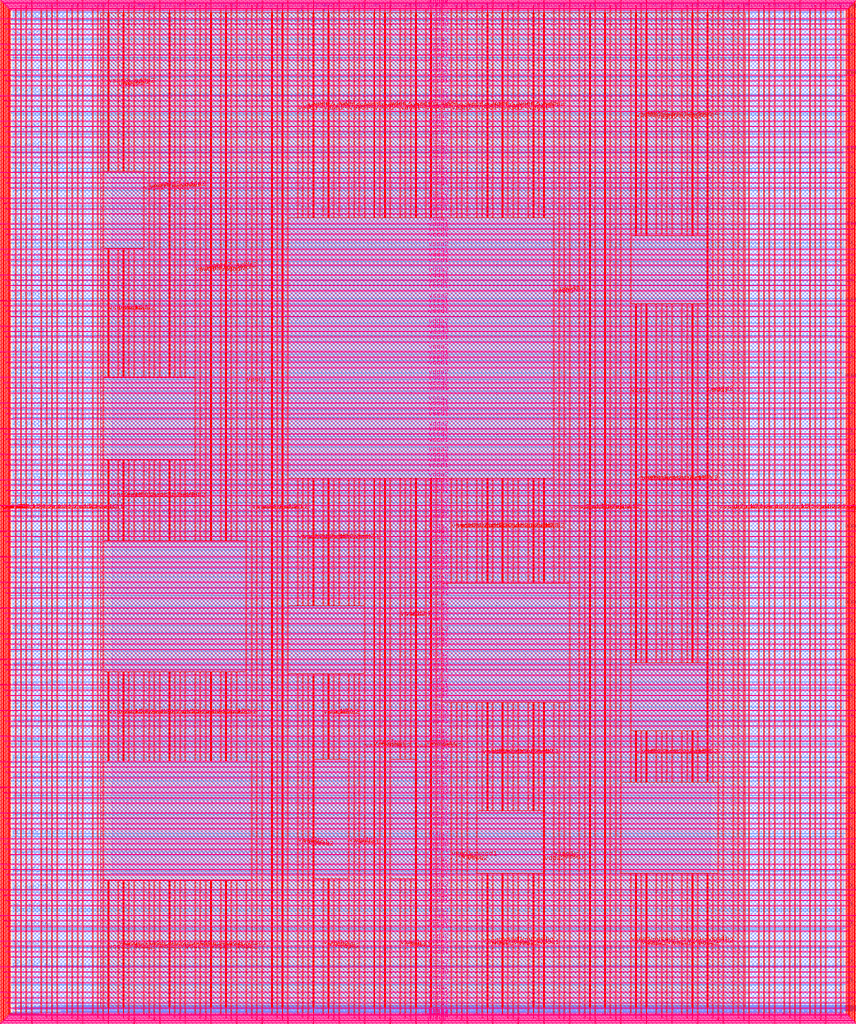
<source format=lef>
VERSION 5.7 ;
  NOWIREEXTENSIONATPIN ON ;
  DIVIDERCHAR "/" ;
  BUSBITCHARS "[]" ;
MACRO user_project_wrapper
  CLASS BLOCK ;
  FOREIGN user_project_wrapper ;
  ORIGIN 0.000 0.000 ;
  SIZE 2920.000 BY 3520.000 ;
  PIN analog_io[0]
    DIRECTION INOUT ;
    USE SIGNAL ;
    PORT
      LAYER met3 ;
        RECT 2917.600 1426.380 2924.800 1427.580 ;
    END
  END analog_io[0]
  PIN analog_io[10]
    DIRECTION INOUT ;
    USE SIGNAL ;
    PORT
      LAYER met2 ;
        RECT 2230.490 3517.600 2231.050 3524.800 ;
    END
  END analog_io[10]
  PIN analog_io[11]
    DIRECTION INOUT ;
    USE SIGNAL ;
    PORT
      LAYER met2 ;
        RECT 1905.730 3517.600 1906.290 3524.800 ;
    END
  END analog_io[11]
  PIN analog_io[12]
    DIRECTION INOUT ;
    USE SIGNAL ;
    PORT
      LAYER met2 ;
        RECT 1581.430 3517.600 1581.990 3524.800 ;
    END
  END analog_io[12]
  PIN analog_io[13]
    DIRECTION INOUT ;
    USE SIGNAL ;
    PORT
      LAYER met2 ;
        RECT 1257.130 3517.600 1257.690 3524.800 ;
    END
  END analog_io[13]
  PIN analog_io[14]
    DIRECTION INOUT ;
    USE SIGNAL ;
    PORT
      LAYER met2 ;
        RECT 932.370 3517.600 932.930 3524.800 ;
    END
  END analog_io[14]
  PIN analog_io[15]
    DIRECTION INOUT ;
    USE SIGNAL ;
    PORT
      LAYER met2 ;
        RECT 608.070 3517.600 608.630 3524.800 ;
    END
  END analog_io[15]
  PIN analog_io[16]
    DIRECTION INOUT ;
    USE SIGNAL ;
    PORT
      LAYER met2 ;
        RECT 283.770 3517.600 284.330 3524.800 ;
    END
  END analog_io[16]
  PIN analog_io[17]
    DIRECTION INOUT ;
    USE SIGNAL ;
    PORT
      LAYER met3 ;
        RECT -4.800 3486.100 2.400 3487.300 ;
    END
  END analog_io[17]
  PIN analog_io[18]
    DIRECTION INOUT ;
    USE SIGNAL ;
    PORT
      LAYER met3 ;
        RECT -4.800 3224.980 2.400 3226.180 ;
    END
  END analog_io[18]
  PIN analog_io[19]
    DIRECTION INOUT ;
    USE SIGNAL ;
    PORT
      LAYER met3 ;
        RECT -4.800 2964.540 2.400 2965.740 ;
    END
  END analog_io[19]
  PIN analog_io[1]
    DIRECTION INOUT ;
    USE SIGNAL ;
    PORT
      LAYER met3 ;
        RECT 2917.600 1692.260 2924.800 1693.460 ;
    END
  END analog_io[1]
  PIN analog_io[20]
    DIRECTION INOUT ;
    USE SIGNAL ;
    PORT
      LAYER met3 ;
        RECT -4.800 2703.420 2.400 2704.620 ;
    END
  END analog_io[20]
  PIN analog_io[21]
    DIRECTION INOUT ;
    USE SIGNAL ;
    PORT
      LAYER met3 ;
        RECT -4.800 2442.980 2.400 2444.180 ;
    END
  END analog_io[21]
  PIN analog_io[22]
    DIRECTION INOUT ;
    USE SIGNAL ;
    PORT
      LAYER met3 ;
        RECT -4.800 2182.540 2.400 2183.740 ;
    END
  END analog_io[22]
  PIN analog_io[23]
    DIRECTION INOUT ;
    USE SIGNAL ;
    PORT
      LAYER met3 ;
        RECT -4.800 1921.420 2.400 1922.620 ;
    END
  END analog_io[23]
  PIN analog_io[24]
    DIRECTION INOUT ;
    USE SIGNAL ;
    PORT
      LAYER met3 ;
        RECT -4.800 1660.980 2.400 1662.180 ;
    END
  END analog_io[24]
  PIN analog_io[25]
    DIRECTION INOUT ;
    USE SIGNAL ;
    PORT
      LAYER met3 ;
        RECT -4.800 1399.860 2.400 1401.060 ;
    END
  END analog_io[25]
  PIN analog_io[26]
    DIRECTION INOUT ;
    USE SIGNAL ;
    PORT
      LAYER met3 ;
        RECT -4.800 1139.420 2.400 1140.620 ;
    END
  END analog_io[26]
  PIN analog_io[27]
    DIRECTION INOUT ;
    USE SIGNAL ;
    PORT
      LAYER met3 ;
        RECT -4.800 878.980 2.400 880.180 ;
    END
  END analog_io[27]
  PIN analog_io[28]
    DIRECTION INOUT ;
    USE SIGNAL ;
    PORT
      LAYER met3 ;
        RECT -4.800 617.860 2.400 619.060 ;
    END
  END analog_io[28]
  PIN analog_io[2]
    DIRECTION INOUT ;
    USE SIGNAL ;
    PORT
      LAYER met3 ;
        RECT 2917.600 1958.140 2924.800 1959.340 ;
    END
  END analog_io[2]
  PIN analog_io[3]
    DIRECTION INOUT ;
    USE SIGNAL ;
    PORT
      LAYER met3 ;
        RECT 2917.600 2223.340 2924.800 2224.540 ;
    END
  END analog_io[3]
  PIN analog_io[4]
    DIRECTION INOUT ;
    USE SIGNAL ;
    PORT
      LAYER met3 ;
        RECT 2917.600 2489.220 2924.800 2490.420 ;
    END
  END analog_io[4]
  PIN analog_io[5]
    DIRECTION INOUT ;
    USE SIGNAL ;
    PORT
      LAYER met3 ;
        RECT 2917.600 2755.100 2924.800 2756.300 ;
    END
  END analog_io[5]
  PIN analog_io[6]
    DIRECTION INOUT ;
    USE SIGNAL ;
    PORT
      LAYER met3 ;
        RECT 2917.600 3020.300 2924.800 3021.500 ;
    END
  END analog_io[6]
  PIN analog_io[7]
    DIRECTION INOUT ;
    USE SIGNAL ;
    PORT
      LAYER met3 ;
        RECT 2917.600 3286.180 2924.800 3287.380 ;
    END
  END analog_io[7]
  PIN analog_io[8]
    DIRECTION INOUT ;
    USE SIGNAL ;
    PORT
      LAYER met2 ;
        RECT 2879.090 3517.600 2879.650 3524.800 ;
    END
  END analog_io[8]
  PIN analog_io[9]
    DIRECTION INOUT ;
    USE SIGNAL ;
    PORT
      LAYER met2 ;
        RECT 2554.790 3517.600 2555.350 3524.800 ;
    END
  END analog_io[9]
  PIN io_in[0]
    DIRECTION INPUT ;
    USE SIGNAL ;
    PORT
      LAYER met3 ;
        RECT 2917.600 32.380 2924.800 33.580 ;
    END
  END io_in[0]
  PIN io_in[10]
    DIRECTION INPUT ;
    USE SIGNAL ;
    PORT
      LAYER met3 ;
        RECT 2917.600 2289.980 2924.800 2291.180 ;
    END
  END io_in[10]
  PIN io_in[11]
    DIRECTION INPUT ;
    USE SIGNAL ;
    PORT
      LAYER met3 ;
        RECT 2917.600 2555.860 2924.800 2557.060 ;
    END
  END io_in[11]
  PIN io_in[12]
    DIRECTION INPUT ;
    USE SIGNAL ;
    PORT
      LAYER met3 ;
        RECT 2917.600 2821.060 2924.800 2822.260 ;
    END
  END io_in[12]
  PIN io_in[13]
    DIRECTION INPUT ;
    USE SIGNAL ;
    PORT
      LAYER met3 ;
        RECT 2917.600 3086.940 2924.800 3088.140 ;
    END
  END io_in[13]
  PIN io_in[14]
    DIRECTION INPUT ;
    USE SIGNAL ;
    PORT
      LAYER met3 ;
        RECT 2917.600 3352.820 2924.800 3354.020 ;
    END
  END io_in[14]
  PIN io_in[15]
    DIRECTION INPUT ;
    USE SIGNAL ;
    PORT
      LAYER met2 ;
        RECT 2798.130 3517.600 2798.690 3524.800 ;
    END
  END io_in[15]
  PIN io_in[16]
    DIRECTION INPUT ;
    USE SIGNAL ;
    PORT
      LAYER met2 ;
        RECT 2473.830 3517.600 2474.390 3524.800 ;
    END
  END io_in[16]
  PIN io_in[17]
    DIRECTION INPUT ;
    USE SIGNAL ;
    PORT
      LAYER met2 ;
        RECT 2149.070 3517.600 2149.630 3524.800 ;
    END
  END io_in[17]
  PIN io_in[18]
    DIRECTION INPUT ;
    USE SIGNAL ;
    PORT
      LAYER met2 ;
        RECT 1824.770 3517.600 1825.330 3524.800 ;
    END
  END io_in[18]
  PIN io_in[19]
    DIRECTION INPUT ;
    USE SIGNAL ;
    PORT
      LAYER met2 ;
        RECT 1500.470 3517.600 1501.030 3524.800 ;
    END
  END io_in[19]
  PIN io_in[1]
    DIRECTION INPUT ;
    USE SIGNAL ;
    PORT
      LAYER met3 ;
        RECT 2917.600 230.940 2924.800 232.140 ;
    END
  END io_in[1]
  PIN io_in[20]
    DIRECTION INPUT ;
    USE SIGNAL ;
    PORT
      LAYER met2 ;
        RECT 1175.710 3517.600 1176.270 3524.800 ;
    END
  END io_in[20]
  PIN io_in[21]
    DIRECTION INPUT ;
    USE SIGNAL ;
    PORT
      LAYER met2 ;
        RECT 851.410 3517.600 851.970 3524.800 ;
    END
  END io_in[21]
  PIN io_in[22]
    DIRECTION INPUT ;
    USE SIGNAL ;
    PORT
      LAYER met2 ;
        RECT 527.110 3517.600 527.670 3524.800 ;
    END
  END io_in[22]
  PIN io_in[23]
    DIRECTION INPUT ;
    USE SIGNAL ;
    PORT
      LAYER met2 ;
        RECT 202.350 3517.600 202.910 3524.800 ;
    END
  END io_in[23]
  PIN io_in[24]
    DIRECTION INPUT ;
    USE SIGNAL ;
    PORT
      LAYER met3 ;
        RECT -4.800 3420.820 2.400 3422.020 ;
    END
  END io_in[24]
  PIN io_in[25]
    DIRECTION INPUT ;
    USE SIGNAL ;
    PORT
      LAYER met3 ;
        RECT -4.800 3159.700 2.400 3160.900 ;
    END
  END io_in[25]
  PIN io_in[26]
    DIRECTION INPUT ;
    USE SIGNAL ;
    PORT
      LAYER met3 ;
        RECT -4.800 2899.260 2.400 2900.460 ;
    END
  END io_in[26]
  PIN io_in[27]
    DIRECTION INPUT ;
    USE SIGNAL ;
    PORT
      LAYER met3 ;
        RECT -4.800 2638.820 2.400 2640.020 ;
    END
  END io_in[27]
  PIN io_in[28]
    DIRECTION INPUT ;
    USE SIGNAL ;
    PORT
      LAYER met3 ;
        RECT -4.800 2377.700 2.400 2378.900 ;
    END
  END io_in[28]
  PIN io_in[29]
    DIRECTION INPUT ;
    USE SIGNAL ;
    PORT
      LAYER met3 ;
        RECT -4.800 2117.260 2.400 2118.460 ;
    END
  END io_in[29]
  PIN io_in[2]
    DIRECTION INPUT ;
    USE SIGNAL ;
    PORT
      LAYER met3 ;
        RECT 2917.600 430.180 2924.800 431.380 ;
    END
  END io_in[2]
  PIN io_in[30]
    DIRECTION INPUT ;
    USE SIGNAL ;
    PORT
      LAYER met3 ;
        RECT -4.800 1856.140 2.400 1857.340 ;
    END
  END io_in[30]
  PIN io_in[31]
    DIRECTION INPUT ;
    USE SIGNAL ;
    PORT
      LAYER met3 ;
        RECT -4.800 1595.700 2.400 1596.900 ;
    END
  END io_in[31]
  PIN io_in[32]
    DIRECTION INPUT ;
    USE SIGNAL ;
    PORT
      LAYER met3 ;
        RECT -4.800 1335.260 2.400 1336.460 ;
    END
  END io_in[32]
  PIN io_in[33]
    DIRECTION INPUT ;
    USE SIGNAL ;
    PORT
      LAYER met3 ;
        RECT -4.800 1074.140 2.400 1075.340 ;
    END
  END io_in[33]
  PIN io_in[34]
    DIRECTION INPUT ;
    USE SIGNAL ;
    PORT
      LAYER met3 ;
        RECT -4.800 813.700 2.400 814.900 ;
    END
  END io_in[34]
  PIN io_in[35]
    DIRECTION INPUT ;
    USE SIGNAL ;
    PORT
      LAYER met3 ;
        RECT -4.800 552.580 2.400 553.780 ;
    END
  END io_in[35]
  PIN io_in[36]
    DIRECTION INPUT ;
    USE SIGNAL ;
    PORT
      LAYER met3 ;
        RECT -4.800 357.420 2.400 358.620 ;
    END
  END io_in[36]
  PIN io_in[37]
    DIRECTION INPUT ;
    USE SIGNAL ;
    PORT
      LAYER met3 ;
        RECT -4.800 161.580 2.400 162.780 ;
    END
  END io_in[37]
  PIN io_in[3]
    DIRECTION INPUT ;
    USE SIGNAL ;
    PORT
      LAYER met3 ;
        RECT 2917.600 629.420 2924.800 630.620 ;
    END
  END io_in[3]
  PIN io_in[4]
    DIRECTION INPUT ;
    USE SIGNAL ;
    PORT
      LAYER met3 ;
        RECT 2917.600 828.660 2924.800 829.860 ;
    END
  END io_in[4]
  PIN io_in[5]
    DIRECTION INPUT ;
    USE SIGNAL ;
    PORT
      LAYER met3 ;
        RECT 2917.600 1027.900 2924.800 1029.100 ;
    END
  END io_in[5]
  PIN io_in[6]
    DIRECTION INPUT ;
    USE SIGNAL ;
    PORT
      LAYER met3 ;
        RECT 2917.600 1227.140 2924.800 1228.340 ;
    END
  END io_in[6]
  PIN io_in[7]
    DIRECTION INPUT ;
    USE SIGNAL ;
    PORT
      LAYER met3 ;
        RECT 2917.600 1493.020 2924.800 1494.220 ;
    END
  END io_in[7]
  PIN io_in[8]
    DIRECTION INPUT ;
    USE SIGNAL ;
    PORT
      LAYER met3 ;
        RECT 2917.600 1758.900 2924.800 1760.100 ;
    END
  END io_in[8]
  PIN io_in[9]
    DIRECTION INPUT ;
    USE SIGNAL ;
    PORT
      LAYER met3 ;
        RECT 2917.600 2024.100 2924.800 2025.300 ;
    END
  END io_in[9]
  PIN io_oeb[0]
    DIRECTION OUTPUT TRISTATE ;
    USE SIGNAL ;
    PORT
      LAYER met3 ;
        RECT 2917.600 164.980 2924.800 166.180 ;
    END
  END io_oeb[0]
  PIN io_oeb[10]
    DIRECTION OUTPUT TRISTATE ;
    USE SIGNAL ;
    PORT
      LAYER met3 ;
        RECT 2917.600 2422.580 2924.800 2423.780 ;
    END
  END io_oeb[10]
  PIN io_oeb[11]
    DIRECTION OUTPUT TRISTATE ;
    USE SIGNAL ;
    PORT
      LAYER met3 ;
        RECT 2917.600 2688.460 2924.800 2689.660 ;
    END
  END io_oeb[11]
  PIN io_oeb[12]
    DIRECTION OUTPUT TRISTATE ;
    USE SIGNAL ;
    PORT
      LAYER met3 ;
        RECT 2917.600 2954.340 2924.800 2955.540 ;
    END
  END io_oeb[12]
  PIN io_oeb[13]
    DIRECTION OUTPUT TRISTATE ;
    USE SIGNAL ;
    PORT
      LAYER met3 ;
        RECT 2917.600 3219.540 2924.800 3220.740 ;
    END
  END io_oeb[13]
  PIN io_oeb[14]
    DIRECTION OUTPUT TRISTATE ;
    USE SIGNAL ;
    PORT
      LAYER met3 ;
        RECT 2917.600 3485.420 2924.800 3486.620 ;
    END
  END io_oeb[14]
  PIN io_oeb[15]
    DIRECTION OUTPUT TRISTATE ;
    USE SIGNAL ;
    PORT
      LAYER met2 ;
        RECT 2635.750 3517.600 2636.310 3524.800 ;
    END
  END io_oeb[15]
  PIN io_oeb[16]
    DIRECTION OUTPUT TRISTATE ;
    USE SIGNAL ;
    PORT
      LAYER met2 ;
        RECT 2311.450 3517.600 2312.010 3524.800 ;
    END
  END io_oeb[16]
  PIN io_oeb[17]
    DIRECTION OUTPUT TRISTATE ;
    USE SIGNAL ;
    PORT
      LAYER met2 ;
        RECT 1987.150 3517.600 1987.710 3524.800 ;
    END
  END io_oeb[17]
  PIN io_oeb[18]
    DIRECTION OUTPUT TRISTATE ;
    USE SIGNAL ;
    PORT
      LAYER met2 ;
        RECT 1662.390 3517.600 1662.950 3524.800 ;
    END
  END io_oeb[18]
  PIN io_oeb[19]
    DIRECTION OUTPUT TRISTATE ;
    USE SIGNAL ;
    PORT
      LAYER met2 ;
        RECT 1338.090 3517.600 1338.650 3524.800 ;
    END
  END io_oeb[19]
  PIN io_oeb[1]
    DIRECTION OUTPUT TRISTATE ;
    USE SIGNAL ;
    PORT
      LAYER met3 ;
        RECT 2917.600 364.220 2924.800 365.420 ;
    END
  END io_oeb[1]
  PIN io_oeb[20]
    DIRECTION OUTPUT TRISTATE ;
    USE SIGNAL ;
    PORT
      LAYER met2 ;
        RECT 1013.790 3517.600 1014.350 3524.800 ;
    END
  END io_oeb[20]
  PIN io_oeb[21]
    DIRECTION OUTPUT TRISTATE ;
    USE SIGNAL ;
    PORT
      LAYER met2 ;
        RECT 689.030 3517.600 689.590 3524.800 ;
    END
  END io_oeb[21]
  PIN io_oeb[22]
    DIRECTION OUTPUT TRISTATE ;
    USE SIGNAL ;
    PORT
      LAYER met2 ;
        RECT 364.730 3517.600 365.290 3524.800 ;
    END
  END io_oeb[22]
  PIN io_oeb[23]
    DIRECTION OUTPUT TRISTATE ;
    USE SIGNAL ;
    PORT
      LAYER met2 ;
        RECT 40.430 3517.600 40.990 3524.800 ;
    END
  END io_oeb[23]
  PIN io_oeb[24]
    DIRECTION OUTPUT TRISTATE ;
    USE SIGNAL ;
    PORT
      LAYER met3 ;
        RECT -4.800 3290.260 2.400 3291.460 ;
    END
  END io_oeb[24]
  PIN io_oeb[25]
    DIRECTION OUTPUT TRISTATE ;
    USE SIGNAL ;
    PORT
      LAYER met3 ;
        RECT -4.800 3029.820 2.400 3031.020 ;
    END
  END io_oeb[25]
  PIN io_oeb[26]
    DIRECTION OUTPUT TRISTATE ;
    USE SIGNAL ;
    PORT
      LAYER met3 ;
        RECT -4.800 2768.700 2.400 2769.900 ;
    END
  END io_oeb[26]
  PIN io_oeb[27]
    DIRECTION OUTPUT TRISTATE ;
    USE SIGNAL ;
    PORT
      LAYER met3 ;
        RECT -4.800 2508.260 2.400 2509.460 ;
    END
  END io_oeb[27]
  PIN io_oeb[28]
    DIRECTION OUTPUT TRISTATE ;
    USE SIGNAL ;
    PORT
      LAYER met3 ;
        RECT -4.800 2247.140 2.400 2248.340 ;
    END
  END io_oeb[28]
  PIN io_oeb[29]
    DIRECTION OUTPUT TRISTATE ;
    USE SIGNAL ;
    PORT
      LAYER met3 ;
        RECT -4.800 1986.700 2.400 1987.900 ;
    END
  END io_oeb[29]
  PIN io_oeb[2]
    DIRECTION OUTPUT TRISTATE ;
    USE SIGNAL ;
    PORT
      LAYER met3 ;
        RECT 2917.600 563.460 2924.800 564.660 ;
    END
  END io_oeb[2]
  PIN io_oeb[30]
    DIRECTION OUTPUT TRISTATE ;
    USE SIGNAL ;
    PORT
      LAYER met3 ;
        RECT -4.800 1726.260 2.400 1727.460 ;
    END
  END io_oeb[30]
  PIN io_oeb[31]
    DIRECTION OUTPUT TRISTATE ;
    USE SIGNAL ;
    PORT
      LAYER met3 ;
        RECT -4.800 1465.140 2.400 1466.340 ;
    END
  END io_oeb[31]
  PIN io_oeb[32]
    DIRECTION OUTPUT TRISTATE ;
    USE SIGNAL ;
    PORT
      LAYER met3 ;
        RECT -4.800 1204.700 2.400 1205.900 ;
    END
  END io_oeb[32]
  PIN io_oeb[33]
    DIRECTION OUTPUT TRISTATE ;
    USE SIGNAL ;
    PORT
      LAYER met3 ;
        RECT -4.800 943.580 2.400 944.780 ;
    END
  END io_oeb[33]
  PIN io_oeb[34]
    DIRECTION OUTPUT TRISTATE ;
    USE SIGNAL ;
    PORT
      LAYER met3 ;
        RECT -4.800 683.140 2.400 684.340 ;
    END
  END io_oeb[34]
  PIN io_oeb[35]
    DIRECTION OUTPUT TRISTATE ;
    USE SIGNAL ;
    PORT
      LAYER met3 ;
        RECT -4.800 422.700 2.400 423.900 ;
    END
  END io_oeb[35]
  PIN io_oeb[36]
    DIRECTION OUTPUT TRISTATE ;
    USE SIGNAL ;
    PORT
      LAYER met3 ;
        RECT -4.800 226.860 2.400 228.060 ;
    END
  END io_oeb[36]
  PIN io_oeb[37]
    DIRECTION OUTPUT TRISTATE ;
    USE SIGNAL ;
    PORT
      LAYER met3 ;
        RECT -4.800 31.700 2.400 32.900 ;
    END
  END io_oeb[37]
  PIN io_oeb[3]
    DIRECTION OUTPUT TRISTATE ;
    USE SIGNAL ;
    PORT
      LAYER met3 ;
        RECT 2917.600 762.700 2924.800 763.900 ;
    END
  END io_oeb[3]
  PIN io_oeb[4]
    DIRECTION OUTPUT TRISTATE ;
    USE SIGNAL ;
    PORT
      LAYER met3 ;
        RECT 2917.600 961.940 2924.800 963.140 ;
    END
  END io_oeb[4]
  PIN io_oeb[5]
    DIRECTION OUTPUT TRISTATE ;
    USE SIGNAL ;
    PORT
      LAYER met3 ;
        RECT 2917.600 1161.180 2924.800 1162.380 ;
    END
  END io_oeb[5]
  PIN io_oeb[6]
    DIRECTION OUTPUT TRISTATE ;
    USE SIGNAL ;
    PORT
      LAYER met3 ;
        RECT 2917.600 1360.420 2924.800 1361.620 ;
    END
  END io_oeb[6]
  PIN io_oeb[7]
    DIRECTION OUTPUT TRISTATE ;
    USE SIGNAL ;
    PORT
      LAYER met3 ;
        RECT 2917.600 1625.620 2924.800 1626.820 ;
    END
  END io_oeb[7]
  PIN io_oeb[8]
    DIRECTION OUTPUT TRISTATE ;
    USE SIGNAL ;
    PORT
      LAYER met3 ;
        RECT 2917.600 1891.500 2924.800 1892.700 ;
    END
  END io_oeb[8]
  PIN io_oeb[9]
    DIRECTION OUTPUT TRISTATE ;
    USE SIGNAL ;
    PORT
      LAYER met3 ;
        RECT 2917.600 2157.380 2924.800 2158.580 ;
    END
  END io_oeb[9]
  PIN io_out[0]
    DIRECTION OUTPUT TRISTATE ;
    USE SIGNAL ;
    PORT
      LAYER met3 ;
        RECT 2917.600 98.340 2924.800 99.540 ;
    END
  END io_out[0]
  PIN io_out[10]
    DIRECTION OUTPUT TRISTATE ;
    USE SIGNAL ;
    PORT
      LAYER met3 ;
        RECT 2917.600 2356.620 2924.800 2357.820 ;
    END
  END io_out[10]
  PIN io_out[11]
    DIRECTION OUTPUT TRISTATE ;
    USE SIGNAL ;
    PORT
      LAYER met3 ;
        RECT 2917.600 2621.820 2924.800 2623.020 ;
    END
  END io_out[11]
  PIN io_out[12]
    DIRECTION OUTPUT TRISTATE ;
    USE SIGNAL ;
    PORT
      LAYER met3 ;
        RECT 2917.600 2887.700 2924.800 2888.900 ;
    END
  END io_out[12]
  PIN io_out[13]
    DIRECTION OUTPUT TRISTATE ;
    USE SIGNAL ;
    PORT
      LAYER met3 ;
        RECT 2917.600 3153.580 2924.800 3154.780 ;
    END
  END io_out[13]
  PIN io_out[14]
    DIRECTION OUTPUT TRISTATE ;
    USE SIGNAL ;
    PORT
      LAYER met3 ;
        RECT 2917.600 3418.780 2924.800 3419.980 ;
    END
  END io_out[14]
  PIN io_out[15]
    DIRECTION OUTPUT TRISTATE ;
    USE SIGNAL ;
    PORT
      LAYER met2 ;
        RECT 2717.170 3517.600 2717.730 3524.800 ;
    END
  END io_out[15]
  PIN io_out[16]
    DIRECTION OUTPUT TRISTATE ;
    USE SIGNAL ;
    PORT
      LAYER met2 ;
        RECT 2392.410 3517.600 2392.970 3524.800 ;
    END
  END io_out[16]
  PIN io_out[17]
    DIRECTION OUTPUT TRISTATE ;
    USE SIGNAL ;
    PORT
      LAYER met2 ;
        RECT 2068.110 3517.600 2068.670 3524.800 ;
    END
  END io_out[17]
  PIN io_out[18]
    DIRECTION OUTPUT TRISTATE ;
    USE SIGNAL ;
    PORT
      LAYER met2 ;
        RECT 1743.810 3517.600 1744.370 3524.800 ;
    END
  END io_out[18]
  PIN io_out[19]
    DIRECTION OUTPUT TRISTATE ;
    USE SIGNAL ;
    PORT
      LAYER met2 ;
        RECT 1419.050 3517.600 1419.610 3524.800 ;
    END
  END io_out[19]
  PIN io_out[1]
    DIRECTION OUTPUT TRISTATE ;
    USE SIGNAL ;
    PORT
      LAYER met3 ;
        RECT 2917.600 297.580 2924.800 298.780 ;
    END
  END io_out[1]
  PIN io_out[20]
    DIRECTION OUTPUT TRISTATE ;
    USE SIGNAL ;
    PORT
      LAYER met2 ;
        RECT 1094.750 3517.600 1095.310 3524.800 ;
    END
  END io_out[20]
  PIN io_out[21]
    DIRECTION OUTPUT TRISTATE ;
    USE SIGNAL ;
    PORT
      LAYER met2 ;
        RECT 770.450 3517.600 771.010 3524.800 ;
    END
  END io_out[21]
  PIN io_out[22]
    DIRECTION OUTPUT TRISTATE ;
    USE SIGNAL ;
    PORT
      LAYER met2 ;
        RECT 445.690 3517.600 446.250 3524.800 ;
    END
  END io_out[22]
  PIN io_out[23]
    DIRECTION OUTPUT TRISTATE ;
    USE SIGNAL ;
    PORT
      LAYER met2 ;
        RECT 121.390 3517.600 121.950 3524.800 ;
    END
  END io_out[23]
  PIN io_out[24]
    DIRECTION OUTPUT TRISTATE ;
    USE SIGNAL ;
    PORT
      LAYER met3 ;
        RECT -4.800 3355.540 2.400 3356.740 ;
    END
  END io_out[24]
  PIN io_out[25]
    DIRECTION OUTPUT TRISTATE ;
    USE SIGNAL ;
    PORT
      LAYER met3 ;
        RECT -4.800 3095.100 2.400 3096.300 ;
    END
  END io_out[25]
  PIN io_out[26]
    DIRECTION OUTPUT TRISTATE ;
    USE SIGNAL ;
    PORT
      LAYER met3 ;
        RECT -4.800 2833.980 2.400 2835.180 ;
    END
  END io_out[26]
  PIN io_out[27]
    DIRECTION OUTPUT TRISTATE ;
    USE SIGNAL ;
    PORT
      LAYER met3 ;
        RECT -4.800 2573.540 2.400 2574.740 ;
    END
  END io_out[27]
  PIN io_out[28]
    DIRECTION OUTPUT TRISTATE ;
    USE SIGNAL ;
    PORT
      LAYER met3 ;
        RECT -4.800 2312.420 2.400 2313.620 ;
    END
  END io_out[28]
  PIN io_out[29]
    DIRECTION OUTPUT TRISTATE ;
    USE SIGNAL ;
    PORT
      LAYER met3 ;
        RECT -4.800 2051.980 2.400 2053.180 ;
    END
  END io_out[29]
  PIN io_out[2]
    DIRECTION OUTPUT TRISTATE ;
    USE SIGNAL ;
    PORT
      LAYER met3 ;
        RECT 2917.600 496.820 2924.800 498.020 ;
    END
  END io_out[2]
  PIN io_out[30]
    DIRECTION OUTPUT TRISTATE ;
    USE SIGNAL ;
    PORT
      LAYER met3 ;
        RECT -4.800 1791.540 2.400 1792.740 ;
    END
  END io_out[30]
  PIN io_out[31]
    DIRECTION OUTPUT TRISTATE ;
    USE SIGNAL ;
    PORT
      LAYER met3 ;
        RECT -4.800 1530.420 2.400 1531.620 ;
    END
  END io_out[31]
  PIN io_out[32]
    DIRECTION OUTPUT TRISTATE ;
    USE SIGNAL ;
    PORT
      LAYER met3 ;
        RECT -4.800 1269.980 2.400 1271.180 ;
    END
  END io_out[32]
  PIN io_out[33]
    DIRECTION OUTPUT TRISTATE ;
    USE SIGNAL ;
    PORT
      LAYER met3 ;
        RECT -4.800 1008.860 2.400 1010.060 ;
    END
  END io_out[33]
  PIN io_out[34]
    DIRECTION OUTPUT TRISTATE ;
    USE SIGNAL ;
    PORT
      LAYER met3 ;
        RECT -4.800 748.420 2.400 749.620 ;
    END
  END io_out[34]
  PIN io_out[35]
    DIRECTION OUTPUT TRISTATE ;
    USE SIGNAL ;
    PORT
      LAYER met3 ;
        RECT -4.800 487.300 2.400 488.500 ;
    END
  END io_out[35]
  PIN io_out[36]
    DIRECTION OUTPUT TRISTATE ;
    USE SIGNAL ;
    PORT
      LAYER met3 ;
        RECT -4.800 292.140 2.400 293.340 ;
    END
  END io_out[36]
  PIN io_out[37]
    DIRECTION OUTPUT TRISTATE ;
    USE SIGNAL ;
    PORT
      LAYER met3 ;
        RECT -4.800 96.300 2.400 97.500 ;
    END
  END io_out[37]
  PIN io_out[3]
    DIRECTION OUTPUT TRISTATE ;
    USE SIGNAL ;
    PORT
      LAYER met3 ;
        RECT 2917.600 696.060 2924.800 697.260 ;
    END
  END io_out[3]
  PIN io_out[4]
    DIRECTION OUTPUT TRISTATE ;
    USE SIGNAL ;
    PORT
      LAYER met3 ;
        RECT 2917.600 895.300 2924.800 896.500 ;
    END
  END io_out[4]
  PIN io_out[5]
    DIRECTION OUTPUT TRISTATE ;
    USE SIGNAL ;
    PORT
      LAYER met3 ;
        RECT 2917.600 1094.540 2924.800 1095.740 ;
    END
  END io_out[5]
  PIN io_out[6]
    DIRECTION OUTPUT TRISTATE ;
    USE SIGNAL ;
    PORT
      LAYER met3 ;
        RECT 2917.600 1293.780 2924.800 1294.980 ;
    END
  END io_out[6]
  PIN io_out[7]
    DIRECTION OUTPUT TRISTATE ;
    USE SIGNAL ;
    PORT
      LAYER met3 ;
        RECT 2917.600 1559.660 2924.800 1560.860 ;
    END
  END io_out[7]
  PIN io_out[8]
    DIRECTION OUTPUT TRISTATE ;
    USE SIGNAL ;
    PORT
      LAYER met3 ;
        RECT 2917.600 1824.860 2924.800 1826.060 ;
    END
  END io_out[8]
  PIN io_out[9]
    DIRECTION OUTPUT TRISTATE ;
    USE SIGNAL ;
    PORT
      LAYER met3 ;
        RECT 2917.600 2090.740 2924.800 2091.940 ;
    END
  END io_out[9]
  PIN la_data_in[0]
    DIRECTION INPUT ;
    USE SIGNAL ;
    PORT
      LAYER met2 ;
        RECT 629.230 -4.800 629.790 2.400 ;
    END
  END la_data_in[0]
  PIN la_data_in[100]
    DIRECTION INPUT ;
    USE SIGNAL ;
    PORT
      LAYER met2 ;
        RECT 2402.530 -4.800 2403.090 2.400 ;
    END
  END la_data_in[100]
  PIN la_data_in[101]
    DIRECTION INPUT ;
    USE SIGNAL ;
    PORT
      LAYER met2 ;
        RECT 2420.010 -4.800 2420.570 2.400 ;
    END
  END la_data_in[101]
  PIN la_data_in[102]
    DIRECTION INPUT ;
    USE SIGNAL ;
    PORT
      LAYER met2 ;
        RECT 2437.950 -4.800 2438.510 2.400 ;
    END
  END la_data_in[102]
  PIN la_data_in[103]
    DIRECTION INPUT ;
    USE SIGNAL ;
    PORT
      LAYER met2 ;
        RECT 2455.430 -4.800 2455.990 2.400 ;
    END
  END la_data_in[103]
  PIN la_data_in[104]
    DIRECTION INPUT ;
    USE SIGNAL ;
    PORT
      LAYER met2 ;
        RECT 2473.370 -4.800 2473.930 2.400 ;
    END
  END la_data_in[104]
  PIN la_data_in[105]
    DIRECTION INPUT ;
    USE SIGNAL ;
    PORT
      LAYER met2 ;
        RECT 2490.850 -4.800 2491.410 2.400 ;
    END
  END la_data_in[105]
  PIN la_data_in[106]
    DIRECTION INPUT ;
    USE SIGNAL ;
    PORT
      LAYER met2 ;
        RECT 2508.790 -4.800 2509.350 2.400 ;
    END
  END la_data_in[106]
  PIN la_data_in[107]
    DIRECTION INPUT ;
    USE SIGNAL ;
    PORT
      LAYER met2 ;
        RECT 2526.730 -4.800 2527.290 2.400 ;
    END
  END la_data_in[107]
  PIN la_data_in[108]
    DIRECTION INPUT ;
    USE SIGNAL ;
    PORT
      LAYER met2 ;
        RECT 2544.210 -4.800 2544.770 2.400 ;
    END
  END la_data_in[108]
  PIN la_data_in[109]
    DIRECTION INPUT ;
    USE SIGNAL ;
    PORT
      LAYER met2 ;
        RECT 2562.150 -4.800 2562.710 2.400 ;
    END
  END la_data_in[109]
  PIN la_data_in[10]
    DIRECTION INPUT ;
    USE SIGNAL ;
    PORT
      LAYER met2 ;
        RECT 806.330 -4.800 806.890 2.400 ;
    END
  END la_data_in[10]
  PIN la_data_in[110]
    DIRECTION INPUT ;
    USE SIGNAL ;
    PORT
      LAYER met2 ;
        RECT 2579.630 -4.800 2580.190 2.400 ;
    END
  END la_data_in[110]
  PIN la_data_in[111]
    DIRECTION INPUT ;
    USE SIGNAL ;
    PORT
      LAYER met2 ;
        RECT 2597.570 -4.800 2598.130 2.400 ;
    END
  END la_data_in[111]
  PIN la_data_in[112]
    DIRECTION INPUT ;
    USE SIGNAL ;
    PORT
      LAYER met2 ;
        RECT 2615.050 -4.800 2615.610 2.400 ;
    END
  END la_data_in[112]
  PIN la_data_in[113]
    DIRECTION INPUT ;
    USE SIGNAL ;
    PORT
      LAYER met2 ;
        RECT 2632.990 -4.800 2633.550 2.400 ;
    END
  END la_data_in[113]
  PIN la_data_in[114]
    DIRECTION INPUT ;
    USE SIGNAL ;
    PORT
      LAYER met2 ;
        RECT 2650.470 -4.800 2651.030 2.400 ;
    END
  END la_data_in[114]
  PIN la_data_in[115]
    DIRECTION INPUT ;
    USE SIGNAL ;
    PORT
      LAYER met2 ;
        RECT 2668.410 -4.800 2668.970 2.400 ;
    END
  END la_data_in[115]
  PIN la_data_in[116]
    DIRECTION INPUT ;
    USE SIGNAL ;
    PORT
      LAYER met2 ;
        RECT 2685.890 -4.800 2686.450 2.400 ;
    END
  END la_data_in[116]
  PIN la_data_in[117]
    DIRECTION INPUT ;
    USE SIGNAL ;
    PORT
      LAYER met2 ;
        RECT 2703.830 -4.800 2704.390 2.400 ;
    END
  END la_data_in[117]
  PIN la_data_in[118]
    DIRECTION INPUT ;
    USE SIGNAL ;
    PORT
      LAYER met2 ;
        RECT 2721.770 -4.800 2722.330 2.400 ;
    END
  END la_data_in[118]
  PIN la_data_in[119]
    DIRECTION INPUT ;
    USE SIGNAL ;
    PORT
      LAYER met2 ;
        RECT 2739.250 -4.800 2739.810 2.400 ;
    END
  END la_data_in[119]
  PIN la_data_in[11]
    DIRECTION INPUT ;
    USE SIGNAL ;
    PORT
      LAYER met2 ;
        RECT 824.270 -4.800 824.830 2.400 ;
    END
  END la_data_in[11]
  PIN la_data_in[120]
    DIRECTION INPUT ;
    USE SIGNAL ;
    PORT
      LAYER met2 ;
        RECT 2757.190 -4.800 2757.750 2.400 ;
    END
  END la_data_in[120]
  PIN la_data_in[121]
    DIRECTION INPUT ;
    USE SIGNAL ;
    PORT
      LAYER met2 ;
        RECT 2774.670 -4.800 2775.230 2.400 ;
    END
  END la_data_in[121]
  PIN la_data_in[122]
    DIRECTION INPUT ;
    USE SIGNAL ;
    PORT
      LAYER met2 ;
        RECT 2792.610 -4.800 2793.170 2.400 ;
    END
  END la_data_in[122]
  PIN la_data_in[123]
    DIRECTION INPUT ;
    USE SIGNAL ;
    PORT
      LAYER met2 ;
        RECT 2810.090 -4.800 2810.650 2.400 ;
    END
  END la_data_in[123]
  PIN la_data_in[124]
    DIRECTION INPUT ;
    USE SIGNAL ;
    PORT
      LAYER met2 ;
        RECT 2828.030 -4.800 2828.590 2.400 ;
    END
  END la_data_in[124]
  PIN la_data_in[125]
    DIRECTION INPUT ;
    USE SIGNAL ;
    PORT
      LAYER met2 ;
        RECT 2845.510 -4.800 2846.070 2.400 ;
    END
  END la_data_in[125]
  PIN la_data_in[126]
    DIRECTION INPUT ;
    USE SIGNAL ;
    PORT
      LAYER met2 ;
        RECT 2863.450 -4.800 2864.010 2.400 ;
    END
  END la_data_in[126]
  PIN la_data_in[127]
    DIRECTION INPUT ;
    USE SIGNAL ;
    PORT
      LAYER met2 ;
        RECT 2881.390 -4.800 2881.950 2.400 ;
    END
  END la_data_in[127]
  PIN la_data_in[12]
    DIRECTION INPUT ;
    USE SIGNAL ;
    PORT
      LAYER met2 ;
        RECT 841.750 -4.800 842.310 2.400 ;
    END
  END la_data_in[12]
  PIN la_data_in[13]
    DIRECTION INPUT ;
    USE SIGNAL ;
    PORT
      LAYER met2 ;
        RECT 859.690 -4.800 860.250 2.400 ;
    END
  END la_data_in[13]
  PIN la_data_in[14]
    DIRECTION INPUT ;
    USE SIGNAL ;
    PORT
      LAYER met2 ;
        RECT 877.170 -4.800 877.730 2.400 ;
    END
  END la_data_in[14]
  PIN la_data_in[15]
    DIRECTION INPUT ;
    USE SIGNAL ;
    PORT
      LAYER met2 ;
        RECT 895.110 -4.800 895.670 2.400 ;
    END
  END la_data_in[15]
  PIN la_data_in[16]
    DIRECTION INPUT ;
    USE SIGNAL ;
    PORT
      LAYER met2 ;
        RECT 912.590 -4.800 913.150 2.400 ;
    END
  END la_data_in[16]
  PIN la_data_in[17]
    DIRECTION INPUT ;
    USE SIGNAL ;
    PORT
      LAYER met2 ;
        RECT 930.530 -4.800 931.090 2.400 ;
    END
  END la_data_in[17]
  PIN la_data_in[18]
    DIRECTION INPUT ;
    USE SIGNAL ;
    PORT
      LAYER met2 ;
        RECT 948.470 -4.800 949.030 2.400 ;
    END
  END la_data_in[18]
  PIN la_data_in[19]
    DIRECTION INPUT ;
    USE SIGNAL ;
    PORT
      LAYER met2 ;
        RECT 965.950 -4.800 966.510 2.400 ;
    END
  END la_data_in[19]
  PIN la_data_in[1]
    DIRECTION INPUT ;
    USE SIGNAL ;
    PORT
      LAYER met2 ;
        RECT 646.710 -4.800 647.270 2.400 ;
    END
  END la_data_in[1]
  PIN la_data_in[20]
    DIRECTION INPUT ;
    USE SIGNAL ;
    PORT
      LAYER met2 ;
        RECT 983.890 -4.800 984.450 2.400 ;
    END
  END la_data_in[20]
  PIN la_data_in[21]
    DIRECTION INPUT ;
    USE SIGNAL ;
    PORT
      LAYER met2 ;
        RECT 1001.370 -4.800 1001.930 2.400 ;
    END
  END la_data_in[21]
  PIN la_data_in[22]
    DIRECTION INPUT ;
    USE SIGNAL ;
    PORT
      LAYER met2 ;
        RECT 1019.310 -4.800 1019.870 2.400 ;
    END
  END la_data_in[22]
  PIN la_data_in[23]
    DIRECTION INPUT ;
    USE SIGNAL ;
    PORT
      LAYER met2 ;
        RECT 1036.790 -4.800 1037.350 2.400 ;
    END
  END la_data_in[23]
  PIN la_data_in[24]
    DIRECTION INPUT ;
    USE SIGNAL ;
    PORT
      LAYER met2 ;
        RECT 1054.730 -4.800 1055.290 2.400 ;
    END
  END la_data_in[24]
  PIN la_data_in[25]
    DIRECTION INPUT ;
    USE SIGNAL ;
    PORT
      LAYER met2 ;
        RECT 1072.210 -4.800 1072.770 2.400 ;
    END
  END la_data_in[25]
  PIN la_data_in[26]
    DIRECTION INPUT ;
    USE SIGNAL ;
    PORT
      LAYER met2 ;
        RECT 1090.150 -4.800 1090.710 2.400 ;
    END
  END la_data_in[26]
  PIN la_data_in[27]
    DIRECTION INPUT ;
    USE SIGNAL ;
    PORT
      LAYER met2 ;
        RECT 1107.630 -4.800 1108.190 2.400 ;
    END
  END la_data_in[27]
  PIN la_data_in[28]
    DIRECTION INPUT ;
    USE SIGNAL ;
    PORT
      LAYER met2 ;
        RECT 1125.570 -4.800 1126.130 2.400 ;
    END
  END la_data_in[28]
  PIN la_data_in[29]
    DIRECTION INPUT ;
    USE SIGNAL ;
    PORT
      LAYER met2 ;
        RECT 1143.510 -4.800 1144.070 2.400 ;
    END
  END la_data_in[29]
  PIN la_data_in[2]
    DIRECTION INPUT ;
    USE SIGNAL ;
    PORT
      LAYER met2 ;
        RECT 664.650 -4.800 665.210 2.400 ;
    END
  END la_data_in[2]
  PIN la_data_in[30]
    DIRECTION INPUT ;
    USE SIGNAL ;
    PORT
      LAYER met2 ;
        RECT 1160.990 -4.800 1161.550 2.400 ;
    END
  END la_data_in[30]
  PIN la_data_in[31]
    DIRECTION INPUT ;
    USE SIGNAL ;
    PORT
      LAYER met2 ;
        RECT 1178.930 -4.800 1179.490 2.400 ;
    END
  END la_data_in[31]
  PIN la_data_in[32]
    DIRECTION INPUT ;
    USE SIGNAL ;
    PORT
      LAYER met2 ;
        RECT 1196.410 -4.800 1196.970 2.400 ;
    END
  END la_data_in[32]
  PIN la_data_in[33]
    DIRECTION INPUT ;
    USE SIGNAL ;
    PORT
      LAYER met2 ;
        RECT 1214.350 -4.800 1214.910 2.400 ;
    END
  END la_data_in[33]
  PIN la_data_in[34]
    DIRECTION INPUT ;
    USE SIGNAL ;
    PORT
      LAYER met2 ;
        RECT 1231.830 -4.800 1232.390 2.400 ;
    END
  END la_data_in[34]
  PIN la_data_in[35]
    DIRECTION INPUT ;
    USE SIGNAL ;
    PORT
      LAYER met2 ;
        RECT 1249.770 -4.800 1250.330 2.400 ;
    END
  END la_data_in[35]
  PIN la_data_in[36]
    DIRECTION INPUT ;
    USE SIGNAL ;
    PORT
      LAYER met2 ;
        RECT 1267.250 -4.800 1267.810 2.400 ;
    END
  END la_data_in[36]
  PIN la_data_in[37]
    DIRECTION INPUT ;
    USE SIGNAL ;
    PORT
      LAYER met2 ;
        RECT 1285.190 -4.800 1285.750 2.400 ;
    END
  END la_data_in[37]
  PIN la_data_in[38]
    DIRECTION INPUT ;
    USE SIGNAL ;
    PORT
      LAYER met2 ;
        RECT 1303.130 -4.800 1303.690 2.400 ;
    END
  END la_data_in[38]
  PIN la_data_in[39]
    DIRECTION INPUT ;
    USE SIGNAL ;
    PORT
      LAYER met2 ;
        RECT 1320.610 -4.800 1321.170 2.400 ;
    END
  END la_data_in[39]
  PIN la_data_in[3]
    DIRECTION INPUT ;
    USE SIGNAL ;
    PORT
      LAYER met2 ;
        RECT 682.130 -4.800 682.690 2.400 ;
    END
  END la_data_in[3]
  PIN la_data_in[40]
    DIRECTION INPUT ;
    USE SIGNAL ;
    PORT
      LAYER met2 ;
        RECT 1338.550 -4.800 1339.110 2.400 ;
    END
  END la_data_in[40]
  PIN la_data_in[41]
    DIRECTION INPUT ;
    USE SIGNAL ;
    PORT
      LAYER met2 ;
        RECT 1356.030 -4.800 1356.590 2.400 ;
    END
  END la_data_in[41]
  PIN la_data_in[42]
    DIRECTION INPUT ;
    USE SIGNAL ;
    PORT
      LAYER met2 ;
        RECT 1373.970 -4.800 1374.530 2.400 ;
    END
  END la_data_in[42]
  PIN la_data_in[43]
    DIRECTION INPUT ;
    USE SIGNAL ;
    PORT
      LAYER met2 ;
        RECT 1391.450 -4.800 1392.010 2.400 ;
    END
  END la_data_in[43]
  PIN la_data_in[44]
    DIRECTION INPUT ;
    USE SIGNAL ;
    PORT
      LAYER met2 ;
        RECT 1409.390 -4.800 1409.950 2.400 ;
    END
  END la_data_in[44]
  PIN la_data_in[45]
    DIRECTION INPUT ;
    USE SIGNAL ;
    PORT
      LAYER met2 ;
        RECT 1426.870 -4.800 1427.430 2.400 ;
    END
  END la_data_in[45]
  PIN la_data_in[46]
    DIRECTION INPUT ;
    USE SIGNAL ;
    PORT
      LAYER met2 ;
        RECT 1444.810 -4.800 1445.370 2.400 ;
    END
  END la_data_in[46]
  PIN la_data_in[47]
    DIRECTION INPUT ;
    USE SIGNAL ;
    PORT
      LAYER met2 ;
        RECT 1462.750 -4.800 1463.310 2.400 ;
    END
  END la_data_in[47]
  PIN la_data_in[48]
    DIRECTION INPUT ;
    USE SIGNAL ;
    PORT
      LAYER met2 ;
        RECT 1480.230 -4.800 1480.790 2.400 ;
    END
  END la_data_in[48]
  PIN la_data_in[49]
    DIRECTION INPUT ;
    USE SIGNAL ;
    PORT
      LAYER met2 ;
        RECT 1498.170 -4.800 1498.730 2.400 ;
    END
  END la_data_in[49]
  PIN la_data_in[4]
    DIRECTION INPUT ;
    USE SIGNAL ;
    PORT
      LAYER met2 ;
        RECT 700.070 -4.800 700.630 2.400 ;
    END
  END la_data_in[4]
  PIN la_data_in[50]
    DIRECTION INPUT ;
    USE SIGNAL ;
    PORT
      LAYER met2 ;
        RECT 1515.650 -4.800 1516.210 2.400 ;
    END
  END la_data_in[50]
  PIN la_data_in[51]
    DIRECTION INPUT ;
    USE SIGNAL ;
    PORT
      LAYER met2 ;
        RECT 1533.590 -4.800 1534.150 2.400 ;
    END
  END la_data_in[51]
  PIN la_data_in[52]
    DIRECTION INPUT ;
    USE SIGNAL ;
    PORT
      LAYER met2 ;
        RECT 1551.070 -4.800 1551.630 2.400 ;
    END
  END la_data_in[52]
  PIN la_data_in[53]
    DIRECTION INPUT ;
    USE SIGNAL ;
    PORT
      LAYER met2 ;
        RECT 1569.010 -4.800 1569.570 2.400 ;
    END
  END la_data_in[53]
  PIN la_data_in[54]
    DIRECTION INPUT ;
    USE SIGNAL ;
    PORT
      LAYER met2 ;
        RECT 1586.490 -4.800 1587.050 2.400 ;
    END
  END la_data_in[54]
  PIN la_data_in[55]
    DIRECTION INPUT ;
    USE SIGNAL ;
    PORT
      LAYER met2 ;
        RECT 1604.430 -4.800 1604.990 2.400 ;
    END
  END la_data_in[55]
  PIN la_data_in[56]
    DIRECTION INPUT ;
    USE SIGNAL ;
    PORT
      LAYER met2 ;
        RECT 1621.910 -4.800 1622.470 2.400 ;
    END
  END la_data_in[56]
  PIN la_data_in[57]
    DIRECTION INPUT ;
    USE SIGNAL ;
    PORT
      LAYER met2 ;
        RECT 1639.850 -4.800 1640.410 2.400 ;
    END
  END la_data_in[57]
  PIN la_data_in[58]
    DIRECTION INPUT ;
    USE SIGNAL ;
    PORT
      LAYER met2 ;
        RECT 1657.790 -4.800 1658.350 2.400 ;
    END
  END la_data_in[58]
  PIN la_data_in[59]
    DIRECTION INPUT ;
    USE SIGNAL ;
    PORT
      LAYER met2 ;
        RECT 1675.270 -4.800 1675.830 2.400 ;
    END
  END la_data_in[59]
  PIN la_data_in[5]
    DIRECTION INPUT ;
    USE SIGNAL ;
    PORT
      LAYER met2 ;
        RECT 717.550 -4.800 718.110 2.400 ;
    END
  END la_data_in[5]
  PIN la_data_in[60]
    DIRECTION INPUT ;
    USE SIGNAL ;
    PORT
      LAYER met2 ;
        RECT 1693.210 -4.800 1693.770 2.400 ;
    END
  END la_data_in[60]
  PIN la_data_in[61]
    DIRECTION INPUT ;
    USE SIGNAL ;
    PORT
      LAYER met2 ;
        RECT 1710.690 -4.800 1711.250 2.400 ;
    END
  END la_data_in[61]
  PIN la_data_in[62]
    DIRECTION INPUT ;
    USE SIGNAL ;
    PORT
      LAYER met2 ;
        RECT 1728.630 -4.800 1729.190 2.400 ;
    END
  END la_data_in[62]
  PIN la_data_in[63]
    DIRECTION INPUT ;
    USE SIGNAL ;
    PORT
      LAYER met2 ;
        RECT 1746.110 -4.800 1746.670 2.400 ;
    END
  END la_data_in[63]
  PIN la_data_in[64]
    DIRECTION INPUT ;
    USE SIGNAL ;
    PORT
      LAYER met2 ;
        RECT 1764.050 -4.800 1764.610 2.400 ;
    END
  END la_data_in[64]
  PIN la_data_in[65]
    DIRECTION INPUT ;
    USE SIGNAL ;
    PORT
      LAYER met2 ;
        RECT 1781.530 -4.800 1782.090 2.400 ;
    END
  END la_data_in[65]
  PIN la_data_in[66]
    DIRECTION INPUT ;
    USE SIGNAL ;
    PORT
      LAYER met2 ;
        RECT 1799.470 -4.800 1800.030 2.400 ;
    END
  END la_data_in[66]
  PIN la_data_in[67]
    DIRECTION INPUT ;
    USE SIGNAL ;
    PORT
      LAYER met2 ;
        RECT 1817.410 -4.800 1817.970 2.400 ;
    END
  END la_data_in[67]
  PIN la_data_in[68]
    DIRECTION INPUT ;
    USE SIGNAL ;
    PORT
      LAYER met2 ;
        RECT 1834.890 -4.800 1835.450 2.400 ;
    END
  END la_data_in[68]
  PIN la_data_in[69]
    DIRECTION INPUT ;
    USE SIGNAL ;
    PORT
      LAYER met2 ;
        RECT 1852.830 -4.800 1853.390 2.400 ;
    END
  END la_data_in[69]
  PIN la_data_in[6]
    DIRECTION INPUT ;
    USE SIGNAL ;
    PORT
      LAYER met2 ;
        RECT 735.490 -4.800 736.050 2.400 ;
    END
  END la_data_in[6]
  PIN la_data_in[70]
    DIRECTION INPUT ;
    USE SIGNAL ;
    PORT
      LAYER met2 ;
        RECT 1870.310 -4.800 1870.870 2.400 ;
    END
  END la_data_in[70]
  PIN la_data_in[71]
    DIRECTION INPUT ;
    USE SIGNAL ;
    PORT
      LAYER met2 ;
        RECT 1888.250 -4.800 1888.810 2.400 ;
    END
  END la_data_in[71]
  PIN la_data_in[72]
    DIRECTION INPUT ;
    USE SIGNAL ;
    PORT
      LAYER met2 ;
        RECT 1905.730 -4.800 1906.290 2.400 ;
    END
  END la_data_in[72]
  PIN la_data_in[73]
    DIRECTION INPUT ;
    USE SIGNAL ;
    PORT
      LAYER met2 ;
        RECT 1923.670 -4.800 1924.230 2.400 ;
    END
  END la_data_in[73]
  PIN la_data_in[74]
    DIRECTION INPUT ;
    USE SIGNAL ;
    PORT
      LAYER met2 ;
        RECT 1941.150 -4.800 1941.710 2.400 ;
    END
  END la_data_in[74]
  PIN la_data_in[75]
    DIRECTION INPUT ;
    USE SIGNAL ;
    PORT
      LAYER met2 ;
        RECT 1959.090 -4.800 1959.650 2.400 ;
    END
  END la_data_in[75]
  PIN la_data_in[76]
    DIRECTION INPUT ;
    USE SIGNAL ;
    PORT
      LAYER met2 ;
        RECT 1976.570 -4.800 1977.130 2.400 ;
    END
  END la_data_in[76]
  PIN la_data_in[77]
    DIRECTION INPUT ;
    USE SIGNAL ;
    PORT
      LAYER met2 ;
        RECT 1994.510 -4.800 1995.070 2.400 ;
    END
  END la_data_in[77]
  PIN la_data_in[78]
    DIRECTION INPUT ;
    USE SIGNAL ;
    PORT
      LAYER met2 ;
        RECT 2012.450 -4.800 2013.010 2.400 ;
    END
  END la_data_in[78]
  PIN la_data_in[79]
    DIRECTION INPUT ;
    USE SIGNAL ;
    PORT
      LAYER met2 ;
        RECT 2029.930 -4.800 2030.490 2.400 ;
    END
  END la_data_in[79]
  PIN la_data_in[7]
    DIRECTION INPUT ;
    USE SIGNAL ;
    PORT
      LAYER met2 ;
        RECT 752.970 -4.800 753.530 2.400 ;
    END
  END la_data_in[7]
  PIN la_data_in[80]
    DIRECTION INPUT ;
    USE SIGNAL ;
    PORT
      LAYER met2 ;
        RECT 2047.870 -4.800 2048.430 2.400 ;
    END
  END la_data_in[80]
  PIN la_data_in[81]
    DIRECTION INPUT ;
    USE SIGNAL ;
    PORT
      LAYER met2 ;
        RECT 2065.350 -4.800 2065.910 2.400 ;
    END
  END la_data_in[81]
  PIN la_data_in[82]
    DIRECTION INPUT ;
    USE SIGNAL ;
    PORT
      LAYER met2 ;
        RECT 2083.290 -4.800 2083.850 2.400 ;
    END
  END la_data_in[82]
  PIN la_data_in[83]
    DIRECTION INPUT ;
    USE SIGNAL ;
    PORT
      LAYER met2 ;
        RECT 2100.770 -4.800 2101.330 2.400 ;
    END
  END la_data_in[83]
  PIN la_data_in[84]
    DIRECTION INPUT ;
    USE SIGNAL ;
    PORT
      LAYER met2 ;
        RECT 2118.710 -4.800 2119.270 2.400 ;
    END
  END la_data_in[84]
  PIN la_data_in[85]
    DIRECTION INPUT ;
    USE SIGNAL ;
    PORT
      LAYER met2 ;
        RECT 2136.190 -4.800 2136.750 2.400 ;
    END
  END la_data_in[85]
  PIN la_data_in[86]
    DIRECTION INPUT ;
    USE SIGNAL ;
    PORT
      LAYER met2 ;
        RECT 2154.130 -4.800 2154.690 2.400 ;
    END
  END la_data_in[86]
  PIN la_data_in[87]
    DIRECTION INPUT ;
    USE SIGNAL ;
    PORT
      LAYER met2 ;
        RECT 2172.070 -4.800 2172.630 2.400 ;
    END
  END la_data_in[87]
  PIN la_data_in[88]
    DIRECTION INPUT ;
    USE SIGNAL ;
    PORT
      LAYER met2 ;
        RECT 2189.550 -4.800 2190.110 2.400 ;
    END
  END la_data_in[88]
  PIN la_data_in[89]
    DIRECTION INPUT ;
    USE SIGNAL ;
    PORT
      LAYER met2 ;
        RECT 2207.490 -4.800 2208.050 2.400 ;
    END
  END la_data_in[89]
  PIN la_data_in[8]
    DIRECTION INPUT ;
    USE SIGNAL ;
    PORT
      LAYER met2 ;
        RECT 770.910 -4.800 771.470 2.400 ;
    END
  END la_data_in[8]
  PIN la_data_in[90]
    DIRECTION INPUT ;
    USE SIGNAL ;
    PORT
      LAYER met2 ;
        RECT 2224.970 -4.800 2225.530 2.400 ;
    END
  END la_data_in[90]
  PIN la_data_in[91]
    DIRECTION INPUT ;
    USE SIGNAL ;
    PORT
      LAYER met2 ;
        RECT 2242.910 -4.800 2243.470 2.400 ;
    END
  END la_data_in[91]
  PIN la_data_in[92]
    DIRECTION INPUT ;
    USE SIGNAL ;
    PORT
      LAYER met2 ;
        RECT 2260.390 -4.800 2260.950 2.400 ;
    END
  END la_data_in[92]
  PIN la_data_in[93]
    DIRECTION INPUT ;
    USE SIGNAL ;
    PORT
      LAYER met2 ;
        RECT 2278.330 -4.800 2278.890 2.400 ;
    END
  END la_data_in[93]
  PIN la_data_in[94]
    DIRECTION INPUT ;
    USE SIGNAL ;
    PORT
      LAYER met2 ;
        RECT 2295.810 -4.800 2296.370 2.400 ;
    END
  END la_data_in[94]
  PIN la_data_in[95]
    DIRECTION INPUT ;
    USE SIGNAL ;
    PORT
      LAYER met2 ;
        RECT 2313.750 -4.800 2314.310 2.400 ;
    END
  END la_data_in[95]
  PIN la_data_in[96]
    DIRECTION INPUT ;
    USE SIGNAL ;
    PORT
      LAYER met2 ;
        RECT 2331.230 -4.800 2331.790 2.400 ;
    END
  END la_data_in[96]
  PIN la_data_in[97]
    DIRECTION INPUT ;
    USE SIGNAL ;
    PORT
      LAYER met2 ;
        RECT 2349.170 -4.800 2349.730 2.400 ;
    END
  END la_data_in[97]
  PIN la_data_in[98]
    DIRECTION INPUT ;
    USE SIGNAL ;
    PORT
      LAYER met2 ;
        RECT 2367.110 -4.800 2367.670 2.400 ;
    END
  END la_data_in[98]
  PIN la_data_in[99]
    DIRECTION INPUT ;
    USE SIGNAL ;
    PORT
      LAYER met2 ;
        RECT 2384.590 -4.800 2385.150 2.400 ;
    END
  END la_data_in[99]
  PIN la_data_in[9]
    DIRECTION INPUT ;
    USE SIGNAL ;
    PORT
      LAYER met2 ;
        RECT 788.850 -4.800 789.410 2.400 ;
    END
  END la_data_in[9]
  PIN la_data_out[0]
    DIRECTION OUTPUT TRISTATE ;
    USE SIGNAL ;
    PORT
      LAYER met2 ;
        RECT 634.750 -4.800 635.310 2.400 ;
    END
  END la_data_out[0]
  PIN la_data_out[100]
    DIRECTION OUTPUT TRISTATE ;
    USE SIGNAL ;
    PORT
      LAYER met2 ;
        RECT 2408.510 -4.800 2409.070 2.400 ;
    END
  END la_data_out[100]
  PIN la_data_out[101]
    DIRECTION OUTPUT TRISTATE ;
    USE SIGNAL ;
    PORT
      LAYER met2 ;
        RECT 2425.990 -4.800 2426.550 2.400 ;
    END
  END la_data_out[101]
  PIN la_data_out[102]
    DIRECTION OUTPUT TRISTATE ;
    USE SIGNAL ;
    PORT
      LAYER met2 ;
        RECT 2443.930 -4.800 2444.490 2.400 ;
    END
  END la_data_out[102]
  PIN la_data_out[103]
    DIRECTION OUTPUT TRISTATE ;
    USE SIGNAL ;
    PORT
      LAYER met2 ;
        RECT 2461.410 -4.800 2461.970 2.400 ;
    END
  END la_data_out[103]
  PIN la_data_out[104]
    DIRECTION OUTPUT TRISTATE ;
    USE SIGNAL ;
    PORT
      LAYER met2 ;
        RECT 2479.350 -4.800 2479.910 2.400 ;
    END
  END la_data_out[104]
  PIN la_data_out[105]
    DIRECTION OUTPUT TRISTATE ;
    USE SIGNAL ;
    PORT
      LAYER met2 ;
        RECT 2496.830 -4.800 2497.390 2.400 ;
    END
  END la_data_out[105]
  PIN la_data_out[106]
    DIRECTION OUTPUT TRISTATE ;
    USE SIGNAL ;
    PORT
      LAYER met2 ;
        RECT 2514.770 -4.800 2515.330 2.400 ;
    END
  END la_data_out[106]
  PIN la_data_out[107]
    DIRECTION OUTPUT TRISTATE ;
    USE SIGNAL ;
    PORT
      LAYER met2 ;
        RECT 2532.250 -4.800 2532.810 2.400 ;
    END
  END la_data_out[107]
  PIN la_data_out[108]
    DIRECTION OUTPUT TRISTATE ;
    USE SIGNAL ;
    PORT
      LAYER met2 ;
        RECT 2550.190 -4.800 2550.750 2.400 ;
    END
  END la_data_out[108]
  PIN la_data_out[109]
    DIRECTION OUTPUT TRISTATE ;
    USE SIGNAL ;
    PORT
      LAYER met2 ;
        RECT 2567.670 -4.800 2568.230 2.400 ;
    END
  END la_data_out[109]
  PIN la_data_out[10]
    DIRECTION OUTPUT TRISTATE ;
    USE SIGNAL ;
    PORT
      LAYER met2 ;
        RECT 812.310 -4.800 812.870 2.400 ;
    END
  END la_data_out[10]
  PIN la_data_out[110]
    DIRECTION OUTPUT TRISTATE ;
    USE SIGNAL ;
    PORT
      LAYER met2 ;
        RECT 2585.610 -4.800 2586.170 2.400 ;
    END
  END la_data_out[110]
  PIN la_data_out[111]
    DIRECTION OUTPUT TRISTATE ;
    USE SIGNAL ;
    PORT
      LAYER met2 ;
        RECT 2603.550 -4.800 2604.110 2.400 ;
    END
  END la_data_out[111]
  PIN la_data_out[112]
    DIRECTION OUTPUT TRISTATE ;
    USE SIGNAL ;
    PORT
      LAYER met2 ;
        RECT 2621.030 -4.800 2621.590 2.400 ;
    END
  END la_data_out[112]
  PIN la_data_out[113]
    DIRECTION OUTPUT TRISTATE ;
    USE SIGNAL ;
    PORT
      LAYER met2 ;
        RECT 2638.970 -4.800 2639.530 2.400 ;
    END
  END la_data_out[113]
  PIN la_data_out[114]
    DIRECTION OUTPUT TRISTATE ;
    USE SIGNAL ;
    PORT
      LAYER met2 ;
        RECT 2656.450 -4.800 2657.010 2.400 ;
    END
  END la_data_out[114]
  PIN la_data_out[115]
    DIRECTION OUTPUT TRISTATE ;
    USE SIGNAL ;
    PORT
      LAYER met2 ;
        RECT 2674.390 -4.800 2674.950 2.400 ;
    END
  END la_data_out[115]
  PIN la_data_out[116]
    DIRECTION OUTPUT TRISTATE ;
    USE SIGNAL ;
    PORT
      LAYER met2 ;
        RECT 2691.870 -4.800 2692.430 2.400 ;
    END
  END la_data_out[116]
  PIN la_data_out[117]
    DIRECTION OUTPUT TRISTATE ;
    USE SIGNAL ;
    PORT
      LAYER met2 ;
        RECT 2709.810 -4.800 2710.370 2.400 ;
    END
  END la_data_out[117]
  PIN la_data_out[118]
    DIRECTION OUTPUT TRISTATE ;
    USE SIGNAL ;
    PORT
      LAYER met2 ;
        RECT 2727.290 -4.800 2727.850 2.400 ;
    END
  END la_data_out[118]
  PIN la_data_out[119]
    DIRECTION OUTPUT TRISTATE ;
    USE SIGNAL ;
    PORT
      LAYER met2 ;
        RECT 2745.230 -4.800 2745.790 2.400 ;
    END
  END la_data_out[119]
  PIN la_data_out[11]
    DIRECTION OUTPUT TRISTATE ;
    USE SIGNAL ;
    PORT
      LAYER met2 ;
        RECT 830.250 -4.800 830.810 2.400 ;
    END
  END la_data_out[11]
  PIN la_data_out[120]
    DIRECTION OUTPUT TRISTATE ;
    USE SIGNAL ;
    PORT
      LAYER met2 ;
        RECT 2763.170 -4.800 2763.730 2.400 ;
    END
  END la_data_out[120]
  PIN la_data_out[121]
    DIRECTION OUTPUT TRISTATE ;
    USE SIGNAL ;
    PORT
      LAYER met2 ;
        RECT 2780.650 -4.800 2781.210 2.400 ;
    END
  END la_data_out[121]
  PIN la_data_out[122]
    DIRECTION OUTPUT TRISTATE ;
    USE SIGNAL ;
    PORT
      LAYER met2 ;
        RECT 2798.590 -4.800 2799.150 2.400 ;
    END
  END la_data_out[122]
  PIN la_data_out[123]
    DIRECTION OUTPUT TRISTATE ;
    USE SIGNAL ;
    PORT
      LAYER met2 ;
        RECT 2816.070 -4.800 2816.630 2.400 ;
    END
  END la_data_out[123]
  PIN la_data_out[124]
    DIRECTION OUTPUT TRISTATE ;
    USE SIGNAL ;
    PORT
      LAYER met2 ;
        RECT 2834.010 -4.800 2834.570 2.400 ;
    END
  END la_data_out[124]
  PIN la_data_out[125]
    DIRECTION OUTPUT TRISTATE ;
    USE SIGNAL ;
    PORT
      LAYER met2 ;
        RECT 2851.490 -4.800 2852.050 2.400 ;
    END
  END la_data_out[125]
  PIN la_data_out[126]
    DIRECTION OUTPUT TRISTATE ;
    USE SIGNAL ;
    PORT
      LAYER met2 ;
        RECT 2869.430 -4.800 2869.990 2.400 ;
    END
  END la_data_out[126]
  PIN la_data_out[127]
    DIRECTION OUTPUT TRISTATE ;
    USE SIGNAL ;
    PORT
      LAYER met2 ;
        RECT 2886.910 -4.800 2887.470 2.400 ;
    END
  END la_data_out[127]
  PIN la_data_out[12]
    DIRECTION OUTPUT TRISTATE ;
    USE SIGNAL ;
    PORT
      LAYER met2 ;
        RECT 847.730 -4.800 848.290 2.400 ;
    END
  END la_data_out[12]
  PIN la_data_out[13]
    DIRECTION OUTPUT TRISTATE ;
    USE SIGNAL ;
    PORT
      LAYER met2 ;
        RECT 865.670 -4.800 866.230 2.400 ;
    END
  END la_data_out[13]
  PIN la_data_out[14]
    DIRECTION OUTPUT TRISTATE ;
    USE SIGNAL ;
    PORT
      LAYER met2 ;
        RECT 883.150 -4.800 883.710 2.400 ;
    END
  END la_data_out[14]
  PIN la_data_out[15]
    DIRECTION OUTPUT TRISTATE ;
    USE SIGNAL ;
    PORT
      LAYER met2 ;
        RECT 901.090 -4.800 901.650 2.400 ;
    END
  END la_data_out[15]
  PIN la_data_out[16]
    DIRECTION OUTPUT TRISTATE ;
    USE SIGNAL ;
    PORT
      LAYER met2 ;
        RECT 918.570 -4.800 919.130 2.400 ;
    END
  END la_data_out[16]
  PIN la_data_out[17]
    DIRECTION OUTPUT TRISTATE ;
    USE SIGNAL ;
    PORT
      LAYER met2 ;
        RECT 936.510 -4.800 937.070 2.400 ;
    END
  END la_data_out[17]
  PIN la_data_out[18]
    DIRECTION OUTPUT TRISTATE ;
    USE SIGNAL ;
    PORT
      LAYER met2 ;
        RECT 953.990 -4.800 954.550 2.400 ;
    END
  END la_data_out[18]
  PIN la_data_out[19]
    DIRECTION OUTPUT TRISTATE ;
    USE SIGNAL ;
    PORT
      LAYER met2 ;
        RECT 971.930 -4.800 972.490 2.400 ;
    END
  END la_data_out[19]
  PIN la_data_out[1]
    DIRECTION OUTPUT TRISTATE ;
    USE SIGNAL ;
    PORT
      LAYER met2 ;
        RECT 652.690 -4.800 653.250 2.400 ;
    END
  END la_data_out[1]
  PIN la_data_out[20]
    DIRECTION OUTPUT TRISTATE ;
    USE SIGNAL ;
    PORT
      LAYER met2 ;
        RECT 989.410 -4.800 989.970 2.400 ;
    END
  END la_data_out[20]
  PIN la_data_out[21]
    DIRECTION OUTPUT TRISTATE ;
    USE SIGNAL ;
    PORT
      LAYER met2 ;
        RECT 1007.350 -4.800 1007.910 2.400 ;
    END
  END la_data_out[21]
  PIN la_data_out[22]
    DIRECTION OUTPUT TRISTATE ;
    USE SIGNAL ;
    PORT
      LAYER met2 ;
        RECT 1025.290 -4.800 1025.850 2.400 ;
    END
  END la_data_out[22]
  PIN la_data_out[23]
    DIRECTION OUTPUT TRISTATE ;
    USE SIGNAL ;
    PORT
      LAYER met2 ;
        RECT 1042.770 -4.800 1043.330 2.400 ;
    END
  END la_data_out[23]
  PIN la_data_out[24]
    DIRECTION OUTPUT TRISTATE ;
    USE SIGNAL ;
    PORT
      LAYER met2 ;
        RECT 1060.710 -4.800 1061.270 2.400 ;
    END
  END la_data_out[24]
  PIN la_data_out[25]
    DIRECTION OUTPUT TRISTATE ;
    USE SIGNAL ;
    PORT
      LAYER met2 ;
        RECT 1078.190 -4.800 1078.750 2.400 ;
    END
  END la_data_out[25]
  PIN la_data_out[26]
    DIRECTION OUTPUT TRISTATE ;
    USE SIGNAL ;
    PORT
      LAYER met2 ;
        RECT 1096.130 -4.800 1096.690 2.400 ;
    END
  END la_data_out[26]
  PIN la_data_out[27]
    DIRECTION OUTPUT TRISTATE ;
    USE SIGNAL ;
    PORT
      LAYER met2 ;
        RECT 1113.610 -4.800 1114.170 2.400 ;
    END
  END la_data_out[27]
  PIN la_data_out[28]
    DIRECTION OUTPUT TRISTATE ;
    USE SIGNAL ;
    PORT
      LAYER met2 ;
        RECT 1131.550 -4.800 1132.110 2.400 ;
    END
  END la_data_out[28]
  PIN la_data_out[29]
    DIRECTION OUTPUT TRISTATE ;
    USE SIGNAL ;
    PORT
      LAYER met2 ;
        RECT 1149.030 -4.800 1149.590 2.400 ;
    END
  END la_data_out[29]
  PIN la_data_out[2]
    DIRECTION OUTPUT TRISTATE ;
    USE SIGNAL ;
    PORT
      LAYER met2 ;
        RECT 670.630 -4.800 671.190 2.400 ;
    END
  END la_data_out[2]
  PIN la_data_out[30]
    DIRECTION OUTPUT TRISTATE ;
    USE SIGNAL ;
    PORT
      LAYER met2 ;
        RECT 1166.970 -4.800 1167.530 2.400 ;
    END
  END la_data_out[30]
  PIN la_data_out[31]
    DIRECTION OUTPUT TRISTATE ;
    USE SIGNAL ;
    PORT
      LAYER met2 ;
        RECT 1184.910 -4.800 1185.470 2.400 ;
    END
  END la_data_out[31]
  PIN la_data_out[32]
    DIRECTION OUTPUT TRISTATE ;
    USE SIGNAL ;
    PORT
      LAYER met2 ;
        RECT 1202.390 -4.800 1202.950 2.400 ;
    END
  END la_data_out[32]
  PIN la_data_out[33]
    DIRECTION OUTPUT TRISTATE ;
    USE SIGNAL ;
    PORT
      LAYER met2 ;
        RECT 1220.330 -4.800 1220.890 2.400 ;
    END
  END la_data_out[33]
  PIN la_data_out[34]
    DIRECTION OUTPUT TRISTATE ;
    USE SIGNAL ;
    PORT
      LAYER met2 ;
        RECT 1237.810 -4.800 1238.370 2.400 ;
    END
  END la_data_out[34]
  PIN la_data_out[35]
    DIRECTION OUTPUT TRISTATE ;
    USE SIGNAL ;
    PORT
      LAYER met2 ;
        RECT 1255.750 -4.800 1256.310 2.400 ;
    END
  END la_data_out[35]
  PIN la_data_out[36]
    DIRECTION OUTPUT TRISTATE ;
    USE SIGNAL ;
    PORT
      LAYER met2 ;
        RECT 1273.230 -4.800 1273.790 2.400 ;
    END
  END la_data_out[36]
  PIN la_data_out[37]
    DIRECTION OUTPUT TRISTATE ;
    USE SIGNAL ;
    PORT
      LAYER met2 ;
        RECT 1291.170 -4.800 1291.730 2.400 ;
    END
  END la_data_out[37]
  PIN la_data_out[38]
    DIRECTION OUTPUT TRISTATE ;
    USE SIGNAL ;
    PORT
      LAYER met2 ;
        RECT 1308.650 -4.800 1309.210 2.400 ;
    END
  END la_data_out[38]
  PIN la_data_out[39]
    DIRECTION OUTPUT TRISTATE ;
    USE SIGNAL ;
    PORT
      LAYER met2 ;
        RECT 1326.590 -4.800 1327.150 2.400 ;
    END
  END la_data_out[39]
  PIN la_data_out[3]
    DIRECTION OUTPUT TRISTATE ;
    USE SIGNAL ;
    PORT
      LAYER met2 ;
        RECT 688.110 -4.800 688.670 2.400 ;
    END
  END la_data_out[3]
  PIN la_data_out[40]
    DIRECTION OUTPUT TRISTATE ;
    USE SIGNAL ;
    PORT
      LAYER met2 ;
        RECT 1344.070 -4.800 1344.630 2.400 ;
    END
  END la_data_out[40]
  PIN la_data_out[41]
    DIRECTION OUTPUT TRISTATE ;
    USE SIGNAL ;
    PORT
      LAYER met2 ;
        RECT 1362.010 -4.800 1362.570 2.400 ;
    END
  END la_data_out[41]
  PIN la_data_out[42]
    DIRECTION OUTPUT TRISTATE ;
    USE SIGNAL ;
    PORT
      LAYER met2 ;
        RECT 1379.950 -4.800 1380.510 2.400 ;
    END
  END la_data_out[42]
  PIN la_data_out[43]
    DIRECTION OUTPUT TRISTATE ;
    USE SIGNAL ;
    PORT
      LAYER met2 ;
        RECT 1397.430 -4.800 1397.990 2.400 ;
    END
  END la_data_out[43]
  PIN la_data_out[44]
    DIRECTION OUTPUT TRISTATE ;
    USE SIGNAL ;
    PORT
      LAYER met2 ;
        RECT 1415.370 -4.800 1415.930 2.400 ;
    END
  END la_data_out[44]
  PIN la_data_out[45]
    DIRECTION OUTPUT TRISTATE ;
    USE SIGNAL ;
    PORT
      LAYER met2 ;
        RECT 1432.850 -4.800 1433.410 2.400 ;
    END
  END la_data_out[45]
  PIN la_data_out[46]
    DIRECTION OUTPUT TRISTATE ;
    USE SIGNAL ;
    PORT
      LAYER met2 ;
        RECT 1450.790 -4.800 1451.350 2.400 ;
    END
  END la_data_out[46]
  PIN la_data_out[47]
    DIRECTION OUTPUT TRISTATE ;
    USE SIGNAL ;
    PORT
      LAYER met2 ;
        RECT 1468.270 -4.800 1468.830 2.400 ;
    END
  END la_data_out[47]
  PIN la_data_out[48]
    DIRECTION OUTPUT TRISTATE ;
    USE SIGNAL ;
    PORT
      LAYER met2 ;
        RECT 1486.210 -4.800 1486.770 2.400 ;
    END
  END la_data_out[48]
  PIN la_data_out[49]
    DIRECTION OUTPUT TRISTATE ;
    USE SIGNAL ;
    PORT
      LAYER met2 ;
        RECT 1503.690 -4.800 1504.250 2.400 ;
    END
  END la_data_out[49]
  PIN la_data_out[4]
    DIRECTION OUTPUT TRISTATE ;
    USE SIGNAL ;
    PORT
      LAYER met2 ;
        RECT 706.050 -4.800 706.610 2.400 ;
    END
  END la_data_out[4]
  PIN la_data_out[50]
    DIRECTION OUTPUT TRISTATE ;
    USE SIGNAL ;
    PORT
      LAYER met2 ;
        RECT 1521.630 -4.800 1522.190 2.400 ;
    END
  END la_data_out[50]
  PIN la_data_out[51]
    DIRECTION OUTPUT TRISTATE ;
    USE SIGNAL ;
    PORT
      LAYER met2 ;
        RECT 1539.570 -4.800 1540.130 2.400 ;
    END
  END la_data_out[51]
  PIN la_data_out[52]
    DIRECTION OUTPUT TRISTATE ;
    USE SIGNAL ;
    PORT
      LAYER met2 ;
        RECT 1557.050 -4.800 1557.610 2.400 ;
    END
  END la_data_out[52]
  PIN la_data_out[53]
    DIRECTION OUTPUT TRISTATE ;
    USE SIGNAL ;
    PORT
      LAYER met2 ;
        RECT 1574.990 -4.800 1575.550 2.400 ;
    END
  END la_data_out[53]
  PIN la_data_out[54]
    DIRECTION OUTPUT TRISTATE ;
    USE SIGNAL ;
    PORT
      LAYER met2 ;
        RECT 1592.470 -4.800 1593.030 2.400 ;
    END
  END la_data_out[54]
  PIN la_data_out[55]
    DIRECTION OUTPUT TRISTATE ;
    USE SIGNAL ;
    PORT
      LAYER met2 ;
        RECT 1610.410 -4.800 1610.970 2.400 ;
    END
  END la_data_out[55]
  PIN la_data_out[56]
    DIRECTION OUTPUT TRISTATE ;
    USE SIGNAL ;
    PORT
      LAYER met2 ;
        RECT 1627.890 -4.800 1628.450 2.400 ;
    END
  END la_data_out[56]
  PIN la_data_out[57]
    DIRECTION OUTPUT TRISTATE ;
    USE SIGNAL ;
    PORT
      LAYER met2 ;
        RECT 1645.830 -4.800 1646.390 2.400 ;
    END
  END la_data_out[57]
  PIN la_data_out[58]
    DIRECTION OUTPUT TRISTATE ;
    USE SIGNAL ;
    PORT
      LAYER met2 ;
        RECT 1663.310 -4.800 1663.870 2.400 ;
    END
  END la_data_out[58]
  PIN la_data_out[59]
    DIRECTION OUTPUT TRISTATE ;
    USE SIGNAL ;
    PORT
      LAYER met2 ;
        RECT 1681.250 -4.800 1681.810 2.400 ;
    END
  END la_data_out[59]
  PIN la_data_out[5]
    DIRECTION OUTPUT TRISTATE ;
    USE SIGNAL ;
    PORT
      LAYER met2 ;
        RECT 723.530 -4.800 724.090 2.400 ;
    END
  END la_data_out[5]
  PIN la_data_out[60]
    DIRECTION OUTPUT TRISTATE ;
    USE SIGNAL ;
    PORT
      LAYER met2 ;
        RECT 1699.190 -4.800 1699.750 2.400 ;
    END
  END la_data_out[60]
  PIN la_data_out[61]
    DIRECTION OUTPUT TRISTATE ;
    USE SIGNAL ;
    PORT
      LAYER met2 ;
        RECT 1716.670 -4.800 1717.230 2.400 ;
    END
  END la_data_out[61]
  PIN la_data_out[62]
    DIRECTION OUTPUT TRISTATE ;
    USE SIGNAL ;
    PORT
      LAYER met2 ;
        RECT 1734.610 -4.800 1735.170 2.400 ;
    END
  END la_data_out[62]
  PIN la_data_out[63]
    DIRECTION OUTPUT TRISTATE ;
    USE SIGNAL ;
    PORT
      LAYER met2 ;
        RECT 1752.090 -4.800 1752.650 2.400 ;
    END
  END la_data_out[63]
  PIN la_data_out[64]
    DIRECTION OUTPUT TRISTATE ;
    USE SIGNAL ;
    PORT
      LAYER met2 ;
        RECT 1770.030 -4.800 1770.590 2.400 ;
    END
  END la_data_out[64]
  PIN la_data_out[65]
    DIRECTION OUTPUT TRISTATE ;
    USE SIGNAL ;
    PORT
      LAYER met2 ;
        RECT 1787.510 -4.800 1788.070 2.400 ;
    END
  END la_data_out[65]
  PIN la_data_out[66]
    DIRECTION OUTPUT TRISTATE ;
    USE SIGNAL ;
    PORT
      LAYER met2 ;
        RECT 1805.450 -4.800 1806.010 2.400 ;
    END
  END la_data_out[66]
  PIN la_data_out[67]
    DIRECTION OUTPUT TRISTATE ;
    USE SIGNAL ;
    PORT
      LAYER met2 ;
        RECT 1822.930 -4.800 1823.490 2.400 ;
    END
  END la_data_out[67]
  PIN la_data_out[68]
    DIRECTION OUTPUT TRISTATE ;
    USE SIGNAL ;
    PORT
      LAYER met2 ;
        RECT 1840.870 -4.800 1841.430 2.400 ;
    END
  END la_data_out[68]
  PIN la_data_out[69]
    DIRECTION OUTPUT TRISTATE ;
    USE SIGNAL ;
    PORT
      LAYER met2 ;
        RECT 1858.350 -4.800 1858.910 2.400 ;
    END
  END la_data_out[69]
  PIN la_data_out[6]
    DIRECTION OUTPUT TRISTATE ;
    USE SIGNAL ;
    PORT
      LAYER met2 ;
        RECT 741.470 -4.800 742.030 2.400 ;
    END
  END la_data_out[6]
  PIN la_data_out[70]
    DIRECTION OUTPUT TRISTATE ;
    USE SIGNAL ;
    PORT
      LAYER met2 ;
        RECT 1876.290 -4.800 1876.850 2.400 ;
    END
  END la_data_out[70]
  PIN la_data_out[71]
    DIRECTION OUTPUT TRISTATE ;
    USE SIGNAL ;
    PORT
      LAYER met2 ;
        RECT 1894.230 -4.800 1894.790 2.400 ;
    END
  END la_data_out[71]
  PIN la_data_out[72]
    DIRECTION OUTPUT TRISTATE ;
    USE SIGNAL ;
    PORT
      LAYER met2 ;
        RECT 1911.710 -4.800 1912.270 2.400 ;
    END
  END la_data_out[72]
  PIN la_data_out[73]
    DIRECTION OUTPUT TRISTATE ;
    USE SIGNAL ;
    PORT
      LAYER met2 ;
        RECT 1929.650 -4.800 1930.210 2.400 ;
    END
  END la_data_out[73]
  PIN la_data_out[74]
    DIRECTION OUTPUT TRISTATE ;
    USE SIGNAL ;
    PORT
      LAYER met2 ;
        RECT 1947.130 -4.800 1947.690 2.400 ;
    END
  END la_data_out[74]
  PIN la_data_out[75]
    DIRECTION OUTPUT TRISTATE ;
    USE SIGNAL ;
    PORT
      LAYER met2 ;
        RECT 1965.070 -4.800 1965.630 2.400 ;
    END
  END la_data_out[75]
  PIN la_data_out[76]
    DIRECTION OUTPUT TRISTATE ;
    USE SIGNAL ;
    PORT
      LAYER met2 ;
        RECT 1982.550 -4.800 1983.110 2.400 ;
    END
  END la_data_out[76]
  PIN la_data_out[77]
    DIRECTION OUTPUT TRISTATE ;
    USE SIGNAL ;
    PORT
      LAYER met2 ;
        RECT 2000.490 -4.800 2001.050 2.400 ;
    END
  END la_data_out[77]
  PIN la_data_out[78]
    DIRECTION OUTPUT TRISTATE ;
    USE SIGNAL ;
    PORT
      LAYER met2 ;
        RECT 2017.970 -4.800 2018.530 2.400 ;
    END
  END la_data_out[78]
  PIN la_data_out[79]
    DIRECTION OUTPUT TRISTATE ;
    USE SIGNAL ;
    PORT
      LAYER met2 ;
        RECT 2035.910 -4.800 2036.470 2.400 ;
    END
  END la_data_out[79]
  PIN la_data_out[7]
    DIRECTION OUTPUT TRISTATE ;
    USE SIGNAL ;
    PORT
      LAYER met2 ;
        RECT 758.950 -4.800 759.510 2.400 ;
    END
  END la_data_out[7]
  PIN la_data_out[80]
    DIRECTION OUTPUT TRISTATE ;
    USE SIGNAL ;
    PORT
      LAYER met2 ;
        RECT 2053.850 -4.800 2054.410 2.400 ;
    END
  END la_data_out[80]
  PIN la_data_out[81]
    DIRECTION OUTPUT TRISTATE ;
    USE SIGNAL ;
    PORT
      LAYER met2 ;
        RECT 2071.330 -4.800 2071.890 2.400 ;
    END
  END la_data_out[81]
  PIN la_data_out[82]
    DIRECTION OUTPUT TRISTATE ;
    USE SIGNAL ;
    PORT
      LAYER met2 ;
        RECT 2089.270 -4.800 2089.830 2.400 ;
    END
  END la_data_out[82]
  PIN la_data_out[83]
    DIRECTION OUTPUT TRISTATE ;
    USE SIGNAL ;
    PORT
      LAYER met2 ;
        RECT 2106.750 -4.800 2107.310 2.400 ;
    END
  END la_data_out[83]
  PIN la_data_out[84]
    DIRECTION OUTPUT TRISTATE ;
    USE SIGNAL ;
    PORT
      LAYER met2 ;
        RECT 2124.690 -4.800 2125.250 2.400 ;
    END
  END la_data_out[84]
  PIN la_data_out[85]
    DIRECTION OUTPUT TRISTATE ;
    USE SIGNAL ;
    PORT
      LAYER met2 ;
        RECT 2142.170 -4.800 2142.730 2.400 ;
    END
  END la_data_out[85]
  PIN la_data_out[86]
    DIRECTION OUTPUT TRISTATE ;
    USE SIGNAL ;
    PORT
      LAYER met2 ;
        RECT 2160.110 -4.800 2160.670 2.400 ;
    END
  END la_data_out[86]
  PIN la_data_out[87]
    DIRECTION OUTPUT TRISTATE ;
    USE SIGNAL ;
    PORT
      LAYER met2 ;
        RECT 2177.590 -4.800 2178.150 2.400 ;
    END
  END la_data_out[87]
  PIN la_data_out[88]
    DIRECTION OUTPUT TRISTATE ;
    USE SIGNAL ;
    PORT
      LAYER met2 ;
        RECT 2195.530 -4.800 2196.090 2.400 ;
    END
  END la_data_out[88]
  PIN la_data_out[89]
    DIRECTION OUTPUT TRISTATE ;
    USE SIGNAL ;
    PORT
      LAYER met2 ;
        RECT 2213.010 -4.800 2213.570 2.400 ;
    END
  END la_data_out[89]
  PIN la_data_out[8]
    DIRECTION OUTPUT TRISTATE ;
    USE SIGNAL ;
    PORT
      LAYER met2 ;
        RECT 776.890 -4.800 777.450 2.400 ;
    END
  END la_data_out[8]
  PIN la_data_out[90]
    DIRECTION OUTPUT TRISTATE ;
    USE SIGNAL ;
    PORT
      LAYER met2 ;
        RECT 2230.950 -4.800 2231.510 2.400 ;
    END
  END la_data_out[90]
  PIN la_data_out[91]
    DIRECTION OUTPUT TRISTATE ;
    USE SIGNAL ;
    PORT
      LAYER met2 ;
        RECT 2248.890 -4.800 2249.450 2.400 ;
    END
  END la_data_out[91]
  PIN la_data_out[92]
    DIRECTION OUTPUT TRISTATE ;
    USE SIGNAL ;
    PORT
      LAYER met2 ;
        RECT 2266.370 -4.800 2266.930 2.400 ;
    END
  END la_data_out[92]
  PIN la_data_out[93]
    DIRECTION OUTPUT TRISTATE ;
    USE SIGNAL ;
    PORT
      LAYER met2 ;
        RECT 2284.310 -4.800 2284.870 2.400 ;
    END
  END la_data_out[93]
  PIN la_data_out[94]
    DIRECTION OUTPUT TRISTATE ;
    USE SIGNAL ;
    PORT
      LAYER met2 ;
        RECT 2301.790 -4.800 2302.350 2.400 ;
    END
  END la_data_out[94]
  PIN la_data_out[95]
    DIRECTION OUTPUT TRISTATE ;
    USE SIGNAL ;
    PORT
      LAYER met2 ;
        RECT 2319.730 -4.800 2320.290 2.400 ;
    END
  END la_data_out[95]
  PIN la_data_out[96]
    DIRECTION OUTPUT TRISTATE ;
    USE SIGNAL ;
    PORT
      LAYER met2 ;
        RECT 2337.210 -4.800 2337.770 2.400 ;
    END
  END la_data_out[96]
  PIN la_data_out[97]
    DIRECTION OUTPUT TRISTATE ;
    USE SIGNAL ;
    PORT
      LAYER met2 ;
        RECT 2355.150 -4.800 2355.710 2.400 ;
    END
  END la_data_out[97]
  PIN la_data_out[98]
    DIRECTION OUTPUT TRISTATE ;
    USE SIGNAL ;
    PORT
      LAYER met2 ;
        RECT 2372.630 -4.800 2373.190 2.400 ;
    END
  END la_data_out[98]
  PIN la_data_out[99]
    DIRECTION OUTPUT TRISTATE ;
    USE SIGNAL ;
    PORT
      LAYER met2 ;
        RECT 2390.570 -4.800 2391.130 2.400 ;
    END
  END la_data_out[99]
  PIN la_data_out[9]
    DIRECTION OUTPUT TRISTATE ;
    USE SIGNAL ;
    PORT
      LAYER met2 ;
        RECT 794.370 -4.800 794.930 2.400 ;
    END
  END la_data_out[9]
  PIN la_oenb[0]
    DIRECTION INPUT ;
    USE SIGNAL ;
    PORT
      LAYER met2 ;
        RECT 640.730 -4.800 641.290 2.400 ;
    END
  END la_oenb[0]
  PIN la_oenb[100]
    DIRECTION INPUT ;
    USE SIGNAL ;
    PORT
      LAYER met2 ;
        RECT 2414.030 -4.800 2414.590 2.400 ;
    END
  END la_oenb[100]
  PIN la_oenb[101]
    DIRECTION INPUT ;
    USE SIGNAL ;
    PORT
      LAYER met2 ;
        RECT 2431.970 -4.800 2432.530 2.400 ;
    END
  END la_oenb[101]
  PIN la_oenb[102]
    DIRECTION INPUT ;
    USE SIGNAL ;
    PORT
      LAYER met2 ;
        RECT 2449.450 -4.800 2450.010 2.400 ;
    END
  END la_oenb[102]
  PIN la_oenb[103]
    DIRECTION INPUT ;
    USE SIGNAL ;
    PORT
      LAYER met2 ;
        RECT 2467.390 -4.800 2467.950 2.400 ;
    END
  END la_oenb[103]
  PIN la_oenb[104]
    DIRECTION INPUT ;
    USE SIGNAL ;
    PORT
      LAYER met2 ;
        RECT 2485.330 -4.800 2485.890 2.400 ;
    END
  END la_oenb[104]
  PIN la_oenb[105]
    DIRECTION INPUT ;
    USE SIGNAL ;
    PORT
      LAYER met2 ;
        RECT 2502.810 -4.800 2503.370 2.400 ;
    END
  END la_oenb[105]
  PIN la_oenb[106]
    DIRECTION INPUT ;
    USE SIGNAL ;
    PORT
      LAYER met2 ;
        RECT 2520.750 -4.800 2521.310 2.400 ;
    END
  END la_oenb[106]
  PIN la_oenb[107]
    DIRECTION INPUT ;
    USE SIGNAL ;
    PORT
      LAYER met2 ;
        RECT 2538.230 -4.800 2538.790 2.400 ;
    END
  END la_oenb[107]
  PIN la_oenb[108]
    DIRECTION INPUT ;
    USE SIGNAL ;
    PORT
      LAYER met2 ;
        RECT 2556.170 -4.800 2556.730 2.400 ;
    END
  END la_oenb[108]
  PIN la_oenb[109]
    DIRECTION INPUT ;
    USE SIGNAL ;
    PORT
      LAYER met2 ;
        RECT 2573.650 -4.800 2574.210 2.400 ;
    END
  END la_oenb[109]
  PIN la_oenb[10]
    DIRECTION INPUT ;
    USE SIGNAL ;
    PORT
      LAYER met2 ;
        RECT 818.290 -4.800 818.850 2.400 ;
    END
  END la_oenb[10]
  PIN la_oenb[110]
    DIRECTION INPUT ;
    USE SIGNAL ;
    PORT
      LAYER met2 ;
        RECT 2591.590 -4.800 2592.150 2.400 ;
    END
  END la_oenb[110]
  PIN la_oenb[111]
    DIRECTION INPUT ;
    USE SIGNAL ;
    PORT
      LAYER met2 ;
        RECT 2609.070 -4.800 2609.630 2.400 ;
    END
  END la_oenb[111]
  PIN la_oenb[112]
    DIRECTION INPUT ;
    USE SIGNAL ;
    PORT
      LAYER met2 ;
        RECT 2627.010 -4.800 2627.570 2.400 ;
    END
  END la_oenb[112]
  PIN la_oenb[113]
    DIRECTION INPUT ;
    USE SIGNAL ;
    PORT
      LAYER met2 ;
        RECT 2644.950 -4.800 2645.510 2.400 ;
    END
  END la_oenb[113]
  PIN la_oenb[114]
    DIRECTION INPUT ;
    USE SIGNAL ;
    PORT
      LAYER met2 ;
        RECT 2662.430 -4.800 2662.990 2.400 ;
    END
  END la_oenb[114]
  PIN la_oenb[115]
    DIRECTION INPUT ;
    USE SIGNAL ;
    PORT
      LAYER met2 ;
        RECT 2680.370 -4.800 2680.930 2.400 ;
    END
  END la_oenb[115]
  PIN la_oenb[116]
    DIRECTION INPUT ;
    USE SIGNAL ;
    PORT
      LAYER met2 ;
        RECT 2697.850 -4.800 2698.410 2.400 ;
    END
  END la_oenb[116]
  PIN la_oenb[117]
    DIRECTION INPUT ;
    USE SIGNAL ;
    PORT
      LAYER met2 ;
        RECT 2715.790 -4.800 2716.350 2.400 ;
    END
  END la_oenb[117]
  PIN la_oenb[118]
    DIRECTION INPUT ;
    USE SIGNAL ;
    PORT
      LAYER met2 ;
        RECT 2733.270 -4.800 2733.830 2.400 ;
    END
  END la_oenb[118]
  PIN la_oenb[119]
    DIRECTION INPUT ;
    USE SIGNAL ;
    PORT
      LAYER met2 ;
        RECT 2751.210 -4.800 2751.770 2.400 ;
    END
  END la_oenb[119]
  PIN la_oenb[11]
    DIRECTION INPUT ;
    USE SIGNAL ;
    PORT
      LAYER met2 ;
        RECT 835.770 -4.800 836.330 2.400 ;
    END
  END la_oenb[11]
  PIN la_oenb[120]
    DIRECTION INPUT ;
    USE SIGNAL ;
    PORT
      LAYER met2 ;
        RECT 2768.690 -4.800 2769.250 2.400 ;
    END
  END la_oenb[120]
  PIN la_oenb[121]
    DIRECTION INPUT ;
    USE SIGNAL ;
    PORT
      LAYER met2 ;
        RECT 2786.630 -4.800 2787.190 2.400 ;
    END
  END la_oenb[121]
  PIN la_oenb[122]
    DIRECTION INPUT ;
    USE SIGNAL ;
    PORT
      LAYER met2 ;
        RECT 2804.110 -4.800 2804.670 2.400 ;
    END
  END la_oenb[122]
  PIN la_oenb[123]
    DIRECTION INPUT ;
    USE SIGNAL ;
    PORT
      LAYER met2 ;
        RECT 2822.050 -4.800 2822.610 2.400 ;
    END
  END la_oenb[123]
  PIN la_oenb[124]
    DIRECTION INPUT ;
    USE SIGNAL ;
    PORT
      LAYER met2 ;
        RECT 2839.990 -4.800 2840.550 2.400 ;
    END
  END la_oenb[124]
  PIN la_oenb[125]
    DIRECTION INPUT ;
    USE SIGNAL ;
    PORT
      LAYER met2 ;
        RECT 2857.470 -4.800 2858.030 2.400 ;
    END
  END la_oenb[125]
  PIN la_oenb[126]
    DIRECTION INPUT ;
    USE SIGNAL ;
    PORT
      LAYER met2 ;
        RECT 2875.410 -4.800 2875.970 2.400 ;
    END
  END la_oenb[126]
  PIN la_oenb[127]
    DIRECTION INPUT ;
    USE SIGNAL ;
    PORT
      LAYER met2 ;
        RECT 2892.890 -4.800 2893.450 2.400 ;
    END
  END la_oenb[127]
  PIN la_oenb[12]
    DIRECTION INPUT ;
    USE SIGNAL ;
    PORT
      LAYER met2 ;
        RECT 853.710 -4.800 854.270 2.400 ;
    END
  END la_oenb[12]
  PIN la_oenb[13]
    DIRECTION INPUT ;
    USE SIGNAL ;
    PORT
      LAYER met2 ;
        RECT 871.190 -4.800 871.750 2.400 ;
    END
  END la_oenb[13]
  PIN la_oenb[14]
    DIRECTION INPUT ;
    USE SIGNAL ;
    PORT
      LAYER met2 ;
        RECT 889.130 -4.800 889.690 2.400 ;
    END
  END la_oenb[14]
  PIN la_oenb[15]
    DIRECTION INPUT ;
    USE SIGNAL ;
    PORT
      LAYER met2 ;
        RECT 907.070 -4.800 907.630 2.400 ;
    END
  END la_oenb[15]
  PIN la_oenb[16]
    DIRECTION INPUT ;
    USE SIGNAL ;
    PORT
      LAYER met2 ;
        RECT 924.550 -4.800 925.110 2.400 ;
    END
  END la_oenb[16]
  PIN la_oenb[17]
    DIRECTION INPUT ;
    USE SIGNAL ;
    PORT
      LAYER met2 ;
        RECT 942.490 -4.800 943.050 2.400 ;
    END
  END la_oenb[17]
  PIN la_oenb[18]
    DIRECTION INPUT ;
    USE SIGNAL ;
    PORT
      LAYER met2 ;
        RECT 959.970 -4.800 960.530 2.400 ;
    END
  END la_oenb[18]
  PIN la_oenb[19]
    DIRECTION INPUT ;
    USE SIGNAL ;
    PORT
      LAYER met2 ;
        RECT 977.910 -4.800 978.470 2.400 ;
    END
  END la_oenb[19]
  PIN la_oenb[1]
    DIRECTION INPUT ;
    USE SIGNAL ;
    PORT
      LAYER met2 ;
        RECT 658.670 -4.800 659.230 2.400 ;
    END
  END la_oenb[1]
  PIN la_oenb[20]
    DIRECTION INPUT ;
    USE SIGNAL ;
    PORT
      LAYER met2 ;
        RECT 995.390 -4.800 995.950 2.400 ;
    END
  END la_oenb[20]
  PIN la_oenb[21]
    DIRECTION INPUT ;
    USE SIGNAL ;
    PORT
      LAYER met2 ;
        RECT 1013.330 -4.800 1013.890 2.400 ;
    END
  END la_oenb[21]
  PIN la_oenb[22]
    DIRECTION INPUT ;
    USE SIGNAL ;
    PORT
      LAYER met2 ;
        RECT 1030.810 -4.800 1031.370 2.400 ;
    END
  END la_oenb[22]
  PIN la_oenb[23]
    DIRECTION INPUT ;
    USE SIGNAL ;
    PORT
      LAYER met2 ;
        RECT 1048.750 -4.800 1049.310 2.400 ;
    END
  END la_oenb[23]
  PIN la_oenb[24]
    DIRECTION INPUT ;
    USE SIGNAL ;
    PORT
      LAYER met2 ;
        RECT 1066.690 -4.800 1067.250 2.400 ;
    END
  END la_oenb[24]
  PIN la_oenb[25]
    DIRECTION INPUT ;
    USE SIGNAL ;
    PORT
      LAYER met2 ;
        RECT 1084.170 -4.800 1084.730 2.400 ;
    END
  END la_oenb[25]
  PIN la_oenb[26]
    DIRECTION INPUT ;
    USE SIGNAL ;
    PORT
      LAYER met2 ;
        RECT 1102.110 -4.800 1102.670 2.400 ;
    END
  END la_oenb[26]
  PIN la_oenb[27]
    DIRECTION INPUT ;
    USE SIGNAL ;
    PORT
      LAYER met2 ;
        RECT 1119.590 -4.800 1120.150 2.400 ;
    END
  END la_oenb[27]
  PIN la_oenb[28]
    DIRECTION INPUT ;
    USE SIGNAL ;
    PORT
      LAYER met2 ;
        RECT 1137.530 -4.800 1138.090 2.400 ;
    END
  END la_oenb[28]
  PIN la_oenb[29]
    DIRECTION INPUT ;
    USE SIGNAL ;
    PORT
      LAYER met2 ;
        RECT 1155.010 -4.800 1155.570 2.400 ;
    END
  END la_oenb[29]
  PIN la_oenb[2]
    DIRECTION INPUT ;
    USE SIGNAL ;
    PORT
      LAYER met2 ;
        RECT 676.150 -4.800 676.710 2.400 ;
    END
  END la_oenb[2]
  PIN la_oenb[30]
    DIRECTION INPUT ;
    USE SIGNAL ;
    PORT
      LAYER met2 ;
        RECT 1172.950 -4.800 1173.510 2.400 ;
    END
  END la_oenb[30]
  PIN la_oenb[31]
    DIRECTION INPUT ;
    USE SIGNAL ;
    PORT
      LAYER met2 ;
        RECT 1190.430 -4.800 1190.990 2.400 ;
    END
  END la_oenb[31]
  PIN la_oenb[32]
    DIRECTION INPUT ;
    USE SIGNAL ;
    PORT
      LAYER met2 ;
        RECT 1208.370 -4.800 1208.930 2.400 ;
    END
  END la_oenb[32]
  PIN la_oenb[33]
    DIRECTION INPUT ;
    USE SIGNAL ;
    PORT
      LAYER met2 ;
        RECT 1225.850 -4.800 1226.410 2.400 ;
    END
  END la_oenb[33]
  PIN la_oenb[34]
    DIRECTION INPUT ;
    USE SIGNAL ;
    PORT
      LAYER met2 ;
        RECT 1243.790 -4.800 1244.350 2.400 ;
    END
  END la_oenb[34]
  PIN la_oenb[35]
    DIRECTION INPUT ;
    USE SIGNAL ;
    PORT
      LAYER met2 ;
        RECT 1261.730 -4.800 1262.290 2.400 ;
    END
  END la_oenb[35]
  PIN la_oenb[36]
    DIRECTION INPUT ;
    USE SIGNAL ;
    PORT
      LAYER met2 ;
        RECT 1279.210 -4.800 1279.770 2.400 ;
    END
  END la_oenb[36]
  PIN la_oenb[37]
    DIRECTION INPUT ;
    USE SIGNAL ;
    PORT
      LAYER met2 ;
        RECT 1297.150 -4.800 1297.710 2.400 ;
    END
  END la_oenb[37]
  PIN la_oenb[38]
    DIRECTION INPUT ;
    USE SIGNAL ;
    PORT
      LAYER met2 ;
        RECT 1314.630 -4.800 1315.190 2.400 ;
    END
  END la_oenb[38]
  PIN la_oenb[39]
    DIRECTION INPUT ;
    USE SIGNAL ;
    PORT
      LAYER met2 ;
        RECT 1332.570 -4.800 1333.130 2.400 ;
    END
  END la_oenb[39]
  PIN la_oenb[3]
    DIRECTION INPUT ;
    USE SIGNAL ;
    PORT
      LAYER met2 ;
        RECT 694.090 -4.800 694.650 2.400 ;
    END
  END la_oenb[3]
  PIN la_oenb[40]
    DIRECTION INPUT ;
    USE SIGNAL ;
    PORT
      LAYER met2 ;
        RECT 1350.050 -4.800 1350.610 2.400 ;
    END
  END la_oenb[40]
  PIN la_oenb[41]
    DIRECTION INPUT ;
    USE SIGNAL ;
    PORT
      LAYER met2 ;
        RECT 1367.990 -4.800 1368.550 2.400 ;
    END
  END la_oenb[41]
  PIN la_oenb[42]
    DIRECTION INPUT ;
    USE SIGNAL ;
    PORT
      LAYER met2 ;
        RECT 1385.470 -4.800 1386.030 2.400 ;
    END
  END la_oenb[42]
  PIN la_oenb[43]
    DIRECTION INPUT ;
    USE SIGNAL ;
    PORT
      LAYER met2 ;
        RECT 1403.410 -4.800 1403.970 2.400 ;
    END
  END la_oenb[43]
  PIN la_oenb[44]
    DIRECTION INPUT ;
    USE SIGNAL ;
    PORT
      LAYER met2 ;
        RECT 1421.350 -4.800 1421.910 2.400 ;
    END
  END la_oenb[44]
  PIN la_oenb[45]
    DIRECTION INPUT ;
    USE SIGNAL ;
    PORT
      LAYER met2 ;
        RECT 1438.830 -4.800 1439.390 2.400 ;
    END
  END la_oenb[45]
  PIN la_oenb[46]
    DIRECTION INPUT ;
    USE SIGNAL ;
    PORT
      LAYER met2 ;
        RECT 1456.770 -4.800 1457.330 2.400 ;
    END
  END la_oenb[46]
  PIN la_oenb[47]
    DIRECTION INPUT ;
    USE SIGNAL ;
    PORT
      LAYER met2 ;
        RECT 1474.250 -4.800 1474.810 2.400 ;
    END
  END la_oenb[47]
  PIN la_oenb[48]
    DIRECTION INPUT ;
    USE SIGNAL ;
    PORT
      LAYER met2 ;
        RECT 1492.190 -4.800 1492.750 2.400 ;
    END
  END la_oenb[48]
  PIN la_oenb[49]
    DIRECTION INPUT ;
    USE SIGNAL ;
    PORT
      LAYER met2 ;
        RECT 1509.670 -4.800 1510.230 2.400 ;
    END
  END la_oenb[49]
  PIN la_oenb[4]
    DIRECTION INPUT ;
    USE SIGNAL ;
    PORT
      LAYER met2 ;
        RECT 712.030 -4.800 712.590 2.400 ;
    END
  END la_oenb[4]
  PIN la_oenb[50]
    DIRECTION INPUT ;
    USE SIGNAL ;
    PORT
      LAYER met2 ;
        RECT 1527.610 -4.800 1528.170 2.400 ;
    END
  END la_oenb[50]
  PIN la_oenb[51]
    DIRECTION INPUT ;
    USE SIGNAL ;
    PORT
      LAYER met2 ;
        RECT 1545.090 -4.800 1545.650 2.400 ;
    END
  END la_oenb[51]
  PIN la_oenb[52]
    DIRECTION INPUT ;
    USE SIGNAL ;
    PORT
      LAYER met2 ;
        RECT 1563.030 -4.800 1563.590 2.400 ;
    END
  END la_oenb[52]
  PIN la_oenb[53]
    DIRECTION INPUT ;
    USE SIGNAL ;
    PORT
      LAYER met2 ;
        RECT 1580.970 -4.800 1581.530 2.400 ;
    END
  END la_oenb[53]
  PIN la_oenb[54]
    DIRECTION INPUT ;
    USE SIGNAL ;
    PORT
      LAYER met2 ;
        RECT 1598.450 -4.800 1599.010 2.400 ;
    END
  END la_oenb[54]
  PIN la_oenb[55]
    DIRECTION INPUT ;
    USE SIGNAL ;
    PORT
      LAYER met2 ;
        RECT 1616.390 -4.800 1616.950 2.400 ;
    END
  END la_oenb[55]
  PIN la_oenb[56]
    DIRECTION INPUT ;
    USE SIGNAL ;
    PORT
      LAYER met2 ;
        RECT 1633.870 -4.800 1634.430 2.400 ;
    END
  END la_oenb[56]
  PIN la_oenb[57]
    DIRECTION INPUT ;
    USE SIGNAL ;
    PORT
      LAYER met2 ;
        RECT 1651.810 -4.800 1652.370 2.400 ;
    END
  END la_oenb[57]
  PIN la_oenb[58]
    DIRECTION INPUT ;
    USE SIGNAL ;
    PORT
      LAYER met2 ;
        RECT 1669.290 -4.800 1669.850 2.400 ;
    END
  END la_oenb[58]
  PIN la_oenb[59]
    DIRECTION INPUT ;
    USE SIGNAL ;
    PORT
      LAYER met2 ;
        RECT 1687.230 -4.800 1687.790 2.400 ;
    END
  END la_oenb[59]
  PIN la_oenb[5]
    DIRECTION INPUT ;
    USE SIGNAL ;
    PORT
      LAYER met2 ;
        RECT 729.510 -4.800 730.070 2.400 ;
    END
  END la_oenb[5]
  PIN la_oenb[60]
    DIRECTION INPUT ;
    USE SIGNAL ;
    PORT
      LAYER met2 ;
        RECT 1704.710 -4.800 1705.270 2.400 ;
    END
  END la_oenb[60]
  PIN la_oenb[61]
    DIRECTION INPUT ;
    USE SIGNAL ;
    PORT
      LAYER met2 ;
        RECT 1722.650 -4.800 1723.210 2.400 ;
    END
  END la_oenb[61]
  PIN la_oenb[62]
    DIRECTION INPUT ;
    USE SIGNAL ;
    PORT
      LAYER met2 ;
        RECT 1740.130 -4.800 1740.690 2.400 ;
    END
  END la_oenb[62]
  PIN la_oenb[63]
    DIRECTION INPUT ;
    USE SIGNAL ;
    PORT
      LAYER met2 ;
        RECT 1758.070 -4.800 1758.630 2.400 ;
    END
  END la_oenb[63]
  PIN la_oenb[64]
    DIRECTION INPUT ;
    USE SIGNAL ;
    PORT
      LAYER met2 ;
        RECT 1776.010 -4.800 1776.570 2.400 ;
    END
  END la_oenb[64]
  PIN la_oenb[65]
    DIRECTION INPUT ;
    USE SIGNAL ;
    PORT
      LAYER met2 ;
        RECT 1793.490 -4.800 1794.050 2.400 ;
    END
  END la_oenb[65]
  PIN la_oenb[66]
    DIRECTION INPUT ;
    USE SIGNAL ;
    PORT
      LAYER met2 ;
        RECT 1811.430 -4.800 1811.990 2.400 ;
    END
  END la_oenb[66]
  PIN la_oenb[67]
    DIRECTION INPUT ;
    USE SIGNAL ;
    PORT
      LAYER met2 ;
        RECT 1828.910 -4.800 1829.470 2.400 ;
    END
  END la_oenb[67]
  PIN la_oenb[68]
    DIRECTION INPUT ;
    USE SIGNAL ;
    PORT
      LAYER met2 ;
        RECT 1846.850 -4.800 1847.410 2.400 ;
    END
  END la_oenb[68]
  PIN la_oenb[69]
    DIRECTION INPUT ;
    USE SIGNAL ;
    PORT
      LAYER met2 ;
        RECT 1864.330 -4.800 1864.890 2.400 ;
    END
  END la_oenb[69]
  PIN la_oenb[6]
    DIRECTION INPUT ;
    USE SIGNAL ;
    PORT
      LAYER met2 ;
        RECT 747.450 -4.800 748.010 2.400 ;
    END
  END la_oenb[6]
  PIN la_oenb[70]
    DIRECTION INPUT ;
    USE SIGNAL ;
    PORT
      LAYER met2 ;
        RECT 1882.270 -4.800 1882.830 2.400 ;
    END
  END la_oenb[70]
  PIN la_oenb[71]
    DIRECTION INPUT ;
    USE SIGNAL ;
    PORT
      LAYER met2 ;
        RECT 1899.750 -4.800 1900.310 2.400 ;
    END
  END la_oenb[71]
  PIN la_oenb[72]
    DIRECTION INPUT ;
    USE SIGNAL ;
    PORT
      LAYER met2 ;
        RECT 1917.690 -4.800 1918.250 2.400 ;
    END
  END la_oenb[72]
  PIN la_oenb[73]
    DIRECTION INPUT ;
    USE SIGNAL ;
    PORT
      LAYER met2 ;
        RECT 1935.630 -4.800 1936.190 2.400 ;
    END
  END la_oenb[73]
  PIN la_oenb[74]
    DIRECTION INPUT ;
    USE SIGNAL ;
    PORT
      LAYER met2 ;
        RECT 1953.110 -4.800 1953.670 2.400 ;
    END
  END la_oenb[74]
  PIN la_oenb[75]
    DIRECTION INPUT ;
    USE SIGNAL ;
    PORT
      LAYER met2 ;
        RECT 1971.050 -4.800 1971.610 2.400 ;
    END
  END la_oenb[75]
  PIN la_oenb[76]
    DIRECTION INPUT ;
    USE SIGNAL ;
    PORT
      LAYER met2 ;
        RECT 1988.530 -4.800 1989.090 2.400 ;
    END
  END la_oenb[76]
  PIN la_oenb[77]
    DIRECTION INPUT ;
    USE SIGNAL ;
    PORT
      LAYER met2 ;
        RECT 2006.470 -4.800 2007.030 2.400 ;
    END
  END la_oenb[77]
  PIN la_oenb[78]
    DIRECTION INPUT ;
    USE SIGNAL ;
    PORT
      LAYER met2 ;
        RECT 2023.950 -4.800 2024.510 2.400 ;
    END
  END la_oenb[78]
  PIN la_oenb[79]
    DIRECTION INPUT ;
    USE SIGNAL ;
    PORT
      LAYER met2 ;
        RECT 2041.890 -4.800 2042.450 2.400 ;
    END
  END la_oenb[79]
  PIN la_oenb[7]
    DIRECTION INPUT ;
    USE SIGNAL ;
    PORT
      LAYER met2 ;
        RECT 764.930 -4.800 765.490 2.400 ;
    END
  END la_oenb[7]
  PIN la_oenb[80]
    DIRECTION INPUT ;
    USE SIGNAL ;
    PORT
      LAYER met2 ;
        RECT 2059.370 -4.800 2059.930 2.400 ;
    END
  END la_oenb[80]
  PIN la_oenb[81]
    DIRECTION INPUT ;
    USE SIGNAL ;
    PORT
      LAYER met2 ;
        RECT 2077.310 -4.800 2077.870 2.400 ;
    END
  END la_oenb[81]
  PIN la_oenb[82]
    DIRECTION INPUT ;
    USE SIGNAL ;
    PORT
      LAYER met2 ;
        RECT 2094.790 -4.800 2095.350 2.400 ;
    END
  END la_oenb[82]
  PIN la_oenb[83]
    DIRECTION INPUT ;
    USE SIGNAL ;
    PORT
      LAYER met2 ;
        RECT 2112.730 -4.800 2113.290 2.400 ;
    END
  END la_oenb[83]
  PIN la_oenb[84]
    DIRECTION INPUT ;
    USE SIGNAL ;
    PORT
      LAYER met2 ;
        RECT 2130.670 -4.800 2131.230 2.400 ;
    END
  END la_oenb[84]
  PIN la_oenb[85]
    DIRECTION INPUT ;
    USE SIGNAL ;
    PORT
      LAYER met2 ;
        RECT 2148.150 -4.800 2148.710 2.400 ;
    END
  END la_oenb[85]
  PIN la_oenb[86]
    DIRECTION INPUT ;
    USE SIGNAL ;
    PORT
      LAYER met2 ;
        RECT 2166.090 -4.800 2166.650 2.400 ;
    END
  END la_oenb[86]
  PIN la_oenb[87]
    DIRECTION INPUT ;
    USE SIGNAL ;
    PORT
      LAYER met2 ;
        RECT 2183.570 -4.800 2184.130 2.400 ;
    END
  END la_oenb[87]
  PIN la_oenb[88]
    DIRECTION INPUT ;
    USE SIGNAL ;
    PORT
      LAYER met2 ;
        RECT 2201.510 -4.800 2202.070 2.400 ;
    END
  END la_oenb[88]
  PIN la_oenb[89]
    DIRECTION INPUT ;
    USE SIGNAL ;
    PORT
      LAYER met2 ;
        RECT 2218.990 -4.800 2219.550 2.400 ;
    END
  END la_oenb[89]
  PIN la_oenb[8]
    DIRECTION INPUT ;
    USE SIGNAL ;
    PORT
      LAYER met2 ;
        RECT 782.870 -4.800 783.430 2.400 ;
    END
  END la_oenb[8]
  PIN la_oenb[90]
    DIRECTION INPUT ;
    USE SIGNAL ;
    PORT
      LAYER met2 ;
        RECT 2236.930 -4.800 2237.490 2.400 ;
    END
  END la_oenb[90]
  PIN la_oenb[91]
    DIRECTION INPUT ;
    USE SIGNAL ;
    PORT
      LAYER met2 ;
        RECT 2254.410 -4.800 2254.970 2.400 ;
    END
  END la_oenb[91]
  PIN la_oenb[92]
    DIRECTION INPUT ;
    USE SIGNAL ;
    PORT
      LAYER met2 ;
        RECT 2272.350 -4.800 2272.910 2.400 ;
    END
  END la_oenb[92]
  PIN la_oenb[93]
    DIRECTION INPUT ;
    USE SIGNAL ;
    PORT
      LAYER met2 ;
        RECT 2290.290 -4.800 2290.850 2.400 ;
    END
  END la_oenb[93]
  PIN la_oenb[94]
    DIRECTION INPUT ;
    USE SIGNAL ;
    PORT
      LAYER met2 ;
        RECT 2307.770 -4.800 2308.330 2.400 ;
    END
  END la_oenb[94]
  PIN la_oenb[95]
    DIRECTION INPUT ;
    USE SIGNAL ;
    PORT
      LAYER met2 ;
        RECT 2325.710 -4.800 2326.270 2.400 ;
    END
  END la_oenb[95]
  PIN la_oenb[96]
    DIRECTION INPUT ;
    USE SIGNAL ;
    PORT
      LAYER met2 ;
        RECT 2343.190 -4.800 2343.750 2.400 ;
    END
  END la_oenb[96]
  PIN la_oenb[97]
    DIRECTION INPUT ;
    USE SIGNAL ;
    PORT
      LAYER met2 ;
        RECT 2361.130 -4.800 2361.690 2.400 ;
    END
  END la_oenb[97]
  PIN la_oenb[98]
    DIRECTION INPUT ;
    USE SIGNAL ;
    PORT
      LAYER met2 ;
        RECT 2378.610 -4.800 2379.170 2.400 ;
    END
  END la_oenb[98]
  PIN la_oenb[99]
    DIRECTION INPUT ;
    USE SIGNAL ;
    PORT
      LAYER met2 ;
        RECT 2396.550 -4.800 2397.110 2.400 ;
    END
  END la_oenb[99]
  PIN la_oenb[9]
    DIRECTION INPUT ;
    USE SIGNAL ;
    PORT
      LAYER met2 ;
        RECT 800.350 -4.800 800.910 2.400 ;
    END
  END la_oenb[9]
  PIN user_clock2
    DIRECTION INPUT ;
    USE SIGNAL ;
    PORT
      LAYER met2 ;
        RECT 2898.870 -4.800 2899.430 2.400 ;
    END
  END user_clock2
  PIN user_irq[0]
    DIRECTION OUTPUT TRISTATE ;
    USE SIGNAL ;
    PORT
      LAYER met2 ;
        RECT 2904.850 -4.800 2905.410 2.400 ;
    END
  END user_irq[0]
  PIN user_irq[1]
    DIRECTION OUTPUT TRISTATE ;
    USE SIGNAL ;
    PORT
      LAYER met2 ;
        RECT 2910.830 -4.800 2911.390 2.400 ;
    END
  END user_irq[1]
  PIN user_irq[2]
    DIRECTION OUTPUT TRISTATE ;
    USE SIGNAL ;
    PORT
      LAYER met2 ;
        RECT 2916.810 -4.800 2917.370 2.400 ;
    END
  END user_irq[2]
  PIN vccd1
    DIRECTION INPUT ;
    USE POWER ;
    PORT
      LAYER met5 ;
        RECT -10.030 -4.670 2929.650 -1.570 ;
    END
    PORT
      LAYER met5 ;
        RECT -14.830 14.330 2934.450 17.430 ;
    END
    PORT
      LAYER met5 ;
        RECT -14.830 194.330 2934.450 197.430 ;
    END
    PORT
      LAYER met5 ;
        RECT -14.830 374.330 2934.450 377.430 ;
    END
    PORT
      LAYER met5 ;
        RECT -14.830 554.330 2934.450 557.430 ;
    END
    PORT
      LAYER met5 ;
        RECT -14.830 734.330 2934.450 737.430 ;
    END
    PORT
      LAYER met5 ;
        RECT -14.830 914.330 2934.450 917.430 ;
    END
    PORT
      LAYER met5 ;
        RECT -14.830 1094.330 2934.450 1097.430 ;
    END
    PORT
      LAYER met5 ;
        RECT -14.830 1274.330 2934.450 1277.430 ;
    END
    PORT
      LAYER met5 ;
        RECT -14.830 1454.330 2934.450 1457.430 ;
    END
    PORT
      LAYER met5 ;
        RECT -14.830 1634.330 2934.450 1637.430 ;
    END
    PORT
      LAYER met5 ;
        RECT -14.830 1814.330 2934.450 1817.430 ;
    END
    PORT
      LAYER met5 ;
        RECT -14.830 1994.330 2934.450 1997.430 ;
    END
    PORT
      LAYER met5 ;
        RECT -14.830 2174.330 2934.450 2177.430 ;
    END
    PORT
      LAYER met5 ;
        RECT -14.830 2354.330 2934.450 2357.430 ;
    END
    PORT
      LAYER met5 ;
        RECT -14.830 2534.330 2934.450 2537.430 ;
    END
    PORT
      LAYER met5 ;
        RECT -14.830 2714.330 2934.450 2717.430 ;
    END
    PORT
      LAYER met5 ;
        RECT -14.830 2894.330 2934.450 2897.430 ;
    END
    PORT
      LAYER met5 ;
        RECT -14.830 3074.330 2934.450 3077.430 ;
    END
    PORT
      LAYER met5 ;
        RECT -14.830 3254.330 2934.450 3257.430 ;
    END
    PORT
      LAYER met5 ;
        RECT -14.830 3434.330 2934.450 3437.430 ;
    END
    PORT
      LAYER met5 ;
        RECT -10.030 3521.250 2929.650 3524.350 ;
    END
    PORT
      LAYER met4 ;
        RECT 368.970 -9.470 372.070 465.500 ;
    END
    PORT
      LAYER met4 ;
        RECT 548.970 -9.470 552.070 465.500 ;
    END
    PORT
      LAYER met4 ;
        RECT 728.970 -9.470 732.070 465.500 ;
    END
    PORT
      LAYER met4 ;
        RECT 1088.970 -9.470 1092.070 470.000 ;
    END
    PORT
      LAYER met4 ;
        RECT 1808.970 -9.470 1812.070 490.000 ;
    END
    PORT
      LAYER met4 ;
        RECT 2168.970 -9.470 2172.070 490.000 ;
    END
    PORT
      LAYER met4 ;
        RECT 2348.970 -9.470 2352.070 490.000 ;
    END
    PORT
      LAYER met4 ;
        RECT 2348.970 810.000 2352.070 990.000 ;
    END
    PORT
      LAYER met4 ;
        RECT 1628.970 -9.470 1632.070 1090.000 ;
    END
    PORT
      LAYER met4 ;
        RECT 1808.970 710.000 1812.070 1090.000 ;
    END
    PORT
      LAYER met4 ;
        RECT 1088.970 890.000 1092.070 1190.910 ;
    END
    PORT
      LAYER met4 ;
        RECT 368.970 883.000 372.070 1197.960 ;
    END
    PORT
      LAYER met4 ;
        RECT 548.970 883.000 552.070 1197.960 ;
    END
    PORT
      LAYER met4 ;
        RECT 728.970 883.000 732.070 1197.960 ;
    END
    PORT
      LAYER met4 ;
        RECT 1088.970 1430.910 1092.070 1878.000 ;
    END
    PORT
      LAYER met4 ;
        RECT 1268.970 -9.470 1272.070 1878.000 ;
    END
    PORT
      LAYER met4 ;
        RECT 1448.970 -9.470 1452.070 1878.000 ;
    END
    PORT
      LAYER met4 ;
        RECT 1628.970 1508.290 1632.070 1878.000 ;
    END
    PORT
      LAYER met4 ;
        RECT 1808.970 1508.290 1812.070 1878.000 ;
    END
    PORT
      LAYER met4 ;
        RECT 368.970 1657.960 372.070 1941.780 ;
    END
    PORT
      LAYER met4 ;
        RECT 548.970 1657.960 552.070 1941.780 ;
    END
    PORT
      LAYER met4 ;
        RECT 2348.970 1230.000 2352.070 2490.000 ;
    END
    PORT
      LAYER met4 ;
        RECT 368.970 2232.035 372.070 2685.830 ;
    END
    PORT
      LAYER met4 ;
        RECT -10.030 -4.670 -6.930 3524.350 ;
    END
    PORT
      LAYER met4 ;
        RECT 2926.550 -4.670 2929.650 3524.350 ;
    END
    PORT
      LAYER met4 ;
        RECT 8.970 -9.470 12.070 3529.150 ;
    END
    PORT
      LAYER met4 ;
        RECT 188.970 -9.470 192.070 3529.150 ;
    END
    PORT
      LAYER met4 ;
        RECT 368.970 2955.830 372.070 3529.150 ;
    END
    PORT
      LAYER met4 ;
        RECT 548.970 2232.035 552.070 3529.150 ;
    END
    PORT
      LAYER met4 ;
        RECT 728.970 1657.960 732.070 3529.150 ;
    END
    PORT
      LAYER met4 ;
        RECT 908.970 -9.470 912.070 3529.150 ;
    END
    PORT
      LAYER met4 ;
        RECT 1088.970 2793.445 1092.070 3529.150 ;
    END
    PORT
      LAYER met4 ;
        RECT 1268.970 2793.445 1272.070 3529.150 ;
    END
    PORT
      LAYER met4 ;
        RECT 1448.970 2793.445 1452.070 3529.150 ;
    END
    PORT
      LAYER met4 ;
        RECT 1628.970 2793.445 1632.070 3529.150 ;
    END
    PORT
      LAYER met4 ;
        RECT 1808.970 2793.445 1812.070 3529.150 ;
    END
    PORT
      LAYER met4 ;
        RECT 1988.970 -9.470 1992.070 3529.150 ;
    END
    PORT
      LAYER met4 ;
        RECT 2168.970 810.000 2172.070 3529.150 ;
    END
    PORT
      LAYER met4 ;
        RECT 2348.970 2730.000 2352.070 3529.150 ;
    END
    PORT
      LAYER met4 ;
        RECT 2528.970 -9.470 2532.070 3529.150 ;
    END
    PORT
      LAYER met4 ;
        RECT 2708.970 -9.470 2712.070 3529.150 ;
    END
    PORT
      LAYER met4 ;
        RECT 2888.970 -9.470 2892.070 3529.150 ;
    END
  END vccd1
  PIN vccd2
    DIRECTION INPUT ;
    USE POWER ;
    PORT
      LAYER met5 ;
        RECT -19.630 -14.270 2939.250 -11.170 ;
    END
    PORT
      LAYER met5 ;
        RECT -24.430 32.930 2944.050 36.030 ;
    END
    PORT
      LAYER met5 ;
        RECT -24.430 212.930 2944.050 216.030 ;
    END
    PORT
      LAYER met5 ;
        RECT -24.430 392.930 2944.050 396.030 ;
    END
    PORT
      LAYER met5 ;
        RECT -24.430 572.930 2944.050 576.030 ;
    END
    PORT
      LAYER met5 ;
        RECT -24.430 752.930 2944.050 756.030 ;
    END
    PORT
      LAYER met5 ;
        RECT -24.430 932.930 2944.050 936.030 ;
    END
    PORT
      LAYER met5 ;
        RECT -24.430 1112.930 2944.050 1116.030 ;
    END
    PORT
      LAYER met5 ;
        RECT -24.430 1292.930 2944.050 1296.030 ;
    END
    PORT
      LAYER met5 ;
        RECT -24.430 1472.930 2944.050 1476.030 ;
    END
    PORT
      LAYER met5 ;
        RECT -24.430 1652.930 2944.050 1656.030 ;
    END
    PORT
      LAYER met5 ;
        RECT -24.430 1832.930 2944.050 1836.030 ;
    END
    PORT
      LAYER met5 ;
        RECT -24.430 2012.930 2944.050 2016.030 ;
    END
    PORT
      LAYER met5 ;
        RECT -24.430 2192.930 2944.050 2196.030 ;
    END
    PORT
      LAYER met5 ;
        RECT -24.430 2372.930 2944.050 2376.030 ;
    END
    PORT
      LAYER met5 ;
        RECT -24.430 2552.930 2944.050 2556.030 ;
    END
    PORT
      LAYER met5 ;
        RECT -24.430 2732.930 2944.050 2736.030 ;
    END
    PORT
      LAYER met5 ;
        RECT -24.430 2912.930 2944.050 2916.030 ;
    END
    PORT
      LAYER met5 ;
        RECT -24.430 3092.930 2944.050 3096.030 ;
    END
    PORT
      LAYER met5 ;
        RECT -24.430 3272.930 2944.050 3276.030 ;
    END
    PORT
      LAYER met5 ;
        RECT -24.430 3452.930 2944.050 3456.030 ;
    END
    PORT
      LAYER met5 ;
        RECT -19.630 3530.850 2939.250 3533.950 ;
    END
    PORT
      LAYER met4 ;
        RECT 387.570 -19.070 390.670 465.500 ;
    END
    PORT
      LAYER met4 ;
        RECT 567.570 -19.070 570.670 465.500 ;
    END
    PORT
      LAYER met4 ;
        RECT 747.570 -19.070 750.670 465.500 ;
    END
    PORT
      LAYER met4 ;
        RECT 1107.570 -19.070 1110.670 470.000 ;
    END
    PORT
      LAYER met4 ;
        RECT 1647.570 -19.070 1650.670 490.000 ;
    END
    PORT
      LAYER met4 ;
        RECT 1827.570 -19.070 1830.670 490.000 ;
    END
    PORT
      LAYER met4 ;
        RECT 2187.570 -19.070 2190.670 490.000 ;
    END
    PORT
      LAYER met4 ;
        RECT 2367.570 -19.070 2370.670 490.000 ;
    END
    PORT
      LAYER met4 ;
        RECT 2187.570 810.000 2190.670 990.000 ;
    END
    PORT
      LAYER met4 ;
        RECT 2367.570 810.000 2370.670 990.000 ;
    END
    PORT
      LAYER met4 ;
        RECT 1647.570 710.000 1650.670 1090.000 ;
    END
    PORT
      LAYER met4 ;
        RECT 1827.570 710.000 1830.670 1090.000 ;
    END
    PORT
      LAYER met4 ;
        RECT 1107.570 890.000 1110.670 1190.910 ;
    END
    PORT
      LAYER met4 ;
        RECT 387.570 883.000 390.670 1197.960 ;
    END
    PORT
      LAYER met4 ;
        RECT 567.570 883.000 570.670 1197.960 ;
    END
    PORT
      LAYER met4 ;
        RECT 747.570 883.000 750.670 1197.960 ;
    END
    PORT
      LAYER met4 ;
        RECT 1107.570 1430.910 1110.670 1878.000 ;
    END
    PORT
      LAYER met4 ;
        RECT 1287.570 -19.070 1290.670 1878.000 ;
    END
    PORT
      LAYER met4 ;
        RECT 1467.570 -19.070 1470.670 1878.000 ;
    END
    PORT
      LAYER met4 ;
        RECT 1647.570 1508.290 1650.670 1878.000 ;
    END
    PORT
      LAYER met4 ;
        RECT 1827.570 1508.290 1830.670 1878.000 ;
    END
    PORT
      LAYER met4 ;
        RECT 387.570 1657.960 390.670 1941.780 ;
    END
    PORT
      LAYER met4 ;
        RECT 567.570 1657.960 570.670 1941.780 ;
    END
    PORT
      LAYER met4 ;
        RECT 2187.570 1230.000 2190.670 2490.000 ;
    END
    PORT
      LAYER met4 ;
        RECT 2367.570 1230.000 2370.670 2490.000 ;
    END
    PORT
      LAYER met4 ;
        RECT 387.570 2232.035 390.670 2685.830 ;
    END
    PORT
      LAYER met4 ;
        RECT -19.630 -14.270 -16.530 3533.950 ;
    END
    PORT
      LAYER met4 ;
        RECT 2936.150 -14.270 2939.250 3533.950 ;
    END
    PORT
      LAYER met4 ;
        RECT 27.570 -19.070 30.670 3538.750 ;
    END
    PORT
      LAYER met4 ;
        RECT 207.570 -19.070 210.670 3538.750 ;
    END
    PORT
      LAYER met4 ;
        RECT 387.570 2955.830 390.670 3538.750 ;
    END
    PORT
      LAYER met4 ;
        RECT 567.570 2232.035 570.670 3538.750 ;
    END
    PORT
      LAYER met4 ;
        RECT 747.570 1657.960 750.670 3538.750 ;
    END
    PORT
      LAYER met4 ;
        RECT 927.570 -19.070 930.670 3538.750 ;
    END
    PORT
      LAYER met4 ;
        RECT 1107.570 2793.445 1110.670 3538.750 ;
    END
    PORT
      LAYER met4 ;
        RECT 1287.570 2793.445 1290.670 3538.750 ;
    END
    PORT
      LAYER met4 ;
        RECT 1467.570 2793.445 1470.670 3538.750 ;
    END
    PORT
      LAYER met4 ;
        RECT 1647.570 2793.445 1650.670 3538.750 ;
    END
    PORT
      LAYER met4 ;
        RECT 1827.570 2793.445 1830.670 3538.750 ;
    END
    PORT
      LAYER met4 ;
        RECT 2007.570 -19.070 2010.670 3538.750 ;
    END
    PORT
      LAYER met4 ;
        RECT 2187.570 2730.000 2190.670 3538.750 ;
    END
    PORT
      LAYER met4 ;
        RECT 2367.570 2730.000 2370.670 3538.750 ;
    END
    PORT
      LAYER met4 ;
        RECT 2547.570 -19.070 2550.670 3538.750 ;
    END
    PORT
      LAYER met4 ;
        RECT 2727.570 -19.070 2730.670 3538.750 ;
    END
    PORT
      LAYER met4 ;
        RECT 2907.570 -19.070 2910.670 3538.750 ;
    END
  END vccd2
  PIN vdda1
    DIRECTION INPUT ;
    USE POWER ;
    PORT
      LAYER met5 ;
        RECT -29.230 -23.870 2948.850 -20.770 ;
    END
    PORT
      LAYER met5 ;
        RECT -34.030 51.530 2953.650 54.630 ;
    END
    PORT
      LAYER met5 ;
        RECT -34.030 231.530 2953.650 234.630 ;
    END
    PORT
      LAYER met5 ;
        RECT -34.030 411.530 2953.650 414.630 ;
    END
    PORT
      LAYER met5 ;
        RECT -34.030 591.530 2953.650 594.630 ;
    END
    PORT
      LAYER met5 ;
        RECT -34.030 771.530 2953.650 774.630 ;
    END
    PORT
      LAYER met5 ;
        RECT -34.030 951.530 2953.650 954.630 ;
    END
    PORT
      LAYER met5 ;
        RECT -34.030 1131.530 2953.650 1134.630 ;
    END
    PORT
      LAYER met5 ;
        RECT -34.030 1311.530 2953.650 1314.630 ;
    END
    PORT
      LAYER met5 ;
        RECT -34.030 1491.530 2953.650 1494.630 ;
    END
    PORT
      LAYER met5 ;
        RECT -34.030 1671.530 2953.650 1674.630 ;
    END
    PORT
      LAYER met5 ;
        RECT -34.030 1851.530 2953.650 1854.630 ;
    END
    PORT
      LAYER met5 ;
        RECT -34.030 2031.530 2953.650 2034.630 ;
    END
    PORT
      LAYER met5 ;
        RECT -34.030 2211.530 2953.650 2214.630 ;
    END
    PORT
      LAYER met5 ;
        RECT -34.030 2391.530 2953.650 2394.630 ;
    END
    PORT
      LAYER met5 ;
        RECT -34.030 2571.530 2953.650 2574.630 ;
    END
    PORT
      LAYER met5 ;
        RECT -34.030 2751.530 2953.650 2754.630 ;
    END
    PORT
      LAYER met5 ;
        RECT -34.030 2931.530 2953.650 2934.630 ;
    END
    PORT
      LAYER met5 ;
        RECT -34.030 3111.530 2953.650 3114.630 ;
    END
    PORT
      LAYER met5 ;
        RECT -34.030 3291.530 2953.650 3294.630 ;
    END
    PORT
      LAYER met5 ;
        RECT -34.030 3471.530 2953.650 3474.630 ;
    END
    PORT
      LAYER met5 ;
        RECT -29.230 3540.450 2948.850 3543.550 ;
    END
    PORT
      LAYER met4 ;
        RECT 406.170 -28.670 409.270 465.500 ;
    END
    PORT
      LAYER met4 ;
        RECT 586.170 -28.670 589.270 465.500 ;
    END
    PORT
      LAYER met4 ;
        RECT 766.170 -28.670 769.270 465.500 ;
    END
    PORT
      LAYER met4 ;
        RECT 1126.170 -28.670 1129.270 470.000 ;
    END
    PORT
      LAYER met4 ;
        RECT 1666.170 -28.670 1669.270 490.000 ;
    END
    PORT
      LAYER met4 ;
        RECT 1846.170 -28.670 1849.270 490.000 ;
    END
    PORT
      LAYER met4 ;
        RECT 2206.170 -28.670 2209.270 490.000 ;
    END
    PORT
      LAYER met4 ;
        RECT 2386.170 -28.670 2389.270 490.000 ;
    END
    PORT
      LAYER met4 ;
        RECT 2206.170 810.000 2209.270 990.000 ;
    END
    PORT
      LAYER met4 ;
        RECT 2386.170 810.000 2389.270 990.000 ;
    END
    PORT
      LAYER met4 ;
        RECT 1666.170 710.000 1669.270 1090.000 ;
    END
    PORT
      LAYER met4 ;
        RECT 1846.170 710.000 1849.270 1090.000 ;
    END
    PORT
      LAYER met4 ;
        RECT 1126.170 890.000 1129.270 1190.910 ;
    END
    PORT
      LAYER met4 ;
        RECT 406.170 883.000 409.270 1197.960 ;
    END
    PORT
      LAYER met4 ;
        RECT 586.170 883.000 589.270 1197.960 ;
    END
    PORT
      LAYER met4 ;
        RECT 766.170 883.000 769.270 1197.960 ;
    END
    PORT
      LAYER met4 ;
        RECT 1126.170 1430.910 1129.270 1878.000 ;
    END
    PORT
      LAYER met4 ;
        RECT 1306.170 -28.670 1309.270 1878.000 ;
    END
    PORT
      LAYER met4 ;
        RECT 1486.170 -28.670 1489.270 1878.000 ;
    END
    PORT
      LAYER met4 ;
        RECT 1666.170 1508.290 1669.270 1878.000 ;
    END
    PORT
      LAYER met4 ;
        RECT 1846.170 1508.290 1849.270 1878.000 ;
    END
    PORT
      LAYER met4 ;
        RECT 406.170 1657.960 409.270 1941.780 ;
    END
    PORT
      LAYER met4 ;
        RECT 586.170 1657.960 589.270 1941.780 ;
    END
    PORT
      LAYER met4 ;
        RECT 2206.170 1230.000 2209.270 2490.000 ;
    END
    PORT
      LAYER met4 ;
        RECT 2386.170 1230.000 2389.270 2490.000 ;
    END
    PORT
      LAYER met4 ;
        RECT 406.170 2232.035 409.270 2685.830 ;
    END
    PORT
      LAYER met4 ;
        RECT -29.230 -23.870 -26.130 3543.550 ;
    END
    PORT
      LAYER met4 ;
        RECT 2945.750 -23.870 2948.850 3543.550 ;
    END
    PORT
      LAYER met4 ;
        RECT 46.170 -28.670 49.270 3548.350 ;
    END
    PORT
      LAYER met4 ;
        RECT 226.170 -28.670 229.270 3548.350 ;
    END
    PORT
      LAYER met4 ;
        RECT 406.170 2955.830 409.270 3548.350 ;
    END
    PORT
      LAYER met4 ;
        RECT 586.170 2232.035 589.270 3548.350 ;
    END
    PORT
      LAYER met4 ;
        RECT 766.170 1657.960 769.270 3548.350 ;
    END
    PORT
      LAYER met4 ;
        RECT 946.170 -28.670 949.270 3548.350 ;
    END
    PORT
      LAYER met4 ;
        RECT 1126.170 2793.445 1129.270 3548.350 ;
    END
    PORT
      LAYER met4 ;
        RECT 1306.170 2793.445 1309.270 3548.350 ;
    END
    PORT
      LAYER met4 ;
        RECT 1486.170 2793.445 1489.270 3548.350 ;
    END
    PORT
      LAYER met4 ;
        RECT 1666.170 2793.445 1669.270 3548.350 ;
    END
    PORT
      LAYER met4 ;
        RECT 1846.170 2793.445 1849.270 3548.350 ;
    END
    PORT
      LAYER met4 ;
        RECT 2026.170 -28.670 2029.270 3548.350 ;
    END
    PORT
      LAYER met4 ;
        RECT 2206.170 2730.000 2209.270 3548.350 ;
    END
    PORT
      LAYER met4 ;
        RECT 2386.170 2730.000 2389.270 3548.350 ;
    END
    PORT
      LAYER met4 ;
        RECT 2566.170 -28.670 2569.270 3548.350 ;
    END
    PORT
      LAYER met4 ;
        RECT 2746.170 -28.670 2749.270 3548.350 ;
    END
  END vdda1
  PIN vdda2
    DIRECTION INPUT ;
    USE POWER ;
    PORT
      LAYER met5 ;
        RECT -38.830 -33.470 2958.450 -30.370 ;
    END
    PORT
      LAYER met5 ;
        RECT -43.630 70.130 2963.250 73.230 ;
    END
    PORT
      LAYER met5 ;
        RECT -43.630 250.130 2963.250 253.230 ;
    END
    PORT
      LAYER met5 ;
        RECT -43.630 430.130 2963.250 433.230 ;
    END
    PORT
      LAYER met5 ;
        RECT -43.630 610.130 2963.250 613.230 ;
    END
    PORT
      LAYER met5 ;
        RECT -43.630 790.130 2963.250 793.230 ;
    END
    PORT
      LAYER met5 ;
        RECT -43.630 970.130 2963.250 973.230 ;
    END
    PORT
      LAYER met5 ;
        RECT -43.630 1150.130 2963.250 1153.230 ;
    END
    PORT
      LAYER met5 ;
        RECT -43.630 1330.130 2963.250 1333.230 ;
    END
    PORT
      LAYER met5 ;
        RECT -43.630 1510.130 2963.250 1513.230 ;
    END
    PORT
      LAYER met5 ;
        RECT -43.630 1690.130 2963.250 1693.230 ;
    END
    PORT
      LAYER met5 ;
        RECT -43.630 1870.130 2963.250 1873.230 ;
    END
    PORT
      LAYER met5 ;
        RECT -43.630 2050.130 2963.250 2053.230 ;
    END
    PORT
      LAYER met5 ;
        RECT -43.630 2230.130 2963.250 2233.230 ;
    END
    PORT
      LAYER met5 ;
        RECT -43.630 2410.130 2963.250 2413.230 ;
    END
    PORT
      LAYER met5 ;
        RECT -43.630 2590.130 2963.250 2593.230 ;
    END
    PORT
      LAYER met5 ;
        RECT -43.630 2770.130 2963.250 2773.230 ;
    END
    PORT
      LAYER met5 ;
        RECT -43.630 2950.130 2963.250 2953.230 ;
    END
    PORT
      LAYER met5 ;
        RECT -43.630 3130.130 2963.250 3133.230 ;
    END
    PORT
      LAYER met5 ;
        RECT -43.630 3310.130 2963.250 3313.230 ;
    END
    PORT
      LAYER met5 ;
        RECT -43.630 3490.130 2963.250 3493.230 ;
    END
    PORT
      LAYER met5 ;
        RECT -38.830 3550.050 2958.450 3553.150 ;
    END
    PORT
      LAYER met4 ;
        RECT 424.770 -38.270 427.870 465.500 ;
    END
    PORT
      LAYER met4 ;
        RECT 604.770 -38.270 607.870 465.500 ;
    END
    PORT
      LAYER met4 ;
        RECT 784.770 -38.270 787.870 465.500 ;
    END
    PORT
      LAYER met4 ;
        RECT 1144.770 -38.270 1147.870 470.000 ;
    END
    PORT
      LAYER met4 ;
        RECT 1684.770 -38.270 1687.870 490.000 ;
    END
    PORT
      LAYER met4 ;
        RECT 2224.770 -38.270 2227.870 490.000 ;
    END
    PORT
      LAYER met4 ;
        RECT 2404.770 -38.270 2407.870 490.000 ;
    END
    PORT
      LAYER met4 ;
        RECT 2224.770 810.000 2227.870 990.000 ;
    END
    PORT
      LAYER met4 ;
        RECT 2404.770 810.000 2407.870 990.000 ;
    END
    PORT
      LAYER met4 ;
        RECT 1684.770 710.000 1687.870 1090.000 ;
    END
    PORT
      LAYER met4 ;
        RECT 1864.770 -38.270 1867.870 1090.000 ;
    END
    PORT
      LAYER met4 ;
        RECT 1144.770 890.000 1147.870 1190.910 ;
    END
    PORT
      LAYER met4 ;
        RECT 424.770 883.000 427.870 1197.960 ;
    END
    PORT
      LAYER met4 ;
        RECT 604.770 883.000 607.870 1197.960 ;
    END
    PORT
      LAYER met4 ;
        RECT 784.770 883.000 787.870 1197.960 ;
    END
    PORT
      LAYER met4 ;
        RECT 1144.770 1430.910 1147.870 1878.000 ;
    END
    PORT
      LAYER met4 ;
        RECT 1324.770 -38.270 1327.870 1878.000 ;
    END
    PORT
      LAYER met4 ;
        RECT 1504.770 -38.270 1507.870 1878.000 ;
    END
    PORT
      LAYER met4 ;
        RECT 1684.770 1508.290 1687.870 1878.000 ;
    END
    PORT
      LAYER met4 ;
        RECT 1864.770 1508.290 1867.870 1878.000 ;
    END
    PORT
      LAYER met4 ;
        RECT 424.770 1657.960 427.870 1941.780 ;
    END
    PORT
      LAYER met4 ;
        RECT 604.770 1657.960 607.870 1941.780 ;
    END
    PORT
      LAYER met4 ;
        RECT 2224.770 1230.000 2227.870 2490.000 ;
    END
    PORT
      LAYER met4 ;
        RECT 2404.770 1230.000 2407.870 2490.000 ;
    END
    PORT
      LAYER met4 ;
        RECT 424.770 2232.035 427.870 2685.830 ;
    END
    PORT
      LAYER met4 ;
        RECT -38.830 -33.470 -35.730 3553.150 ;
    END
    PORT
      LAYER met4 ;
        RECT 2955.350 -33.470 2958.450 3553.150 ;
    END
    PORT
      LAYER met4 ;
        RECT 64.770 -38.270 67.870 3557.950 ;
    END
    PORT
      LAYER met4 ;
        RECT 244.770 -38.270 247.870 3557.950 ;
    END
    PORT
      LAYER met4 ;
        RECT 424.770 2955.830 427.870 3557.950 ;
    END
    PORT
      LAYER met4 ;
        RECT 604.770 2232.035 607.870 3557.950 ;
    END
    PORT
      LAYER met4 ;
        RECT 784.770 1657.960 787.870 3557.950 ;
    END
    PORT
      LAYER met4 ;
        RECT 964.770 -38.270 967.870 3557.950 ;
    END
    PORT
      LAYER met4 ;
        RECT 1144.770 2793.445 1147.870 3557.950 ;
    END
    PORT
      LAYER met4 ;
        RECT 1324.770 2793.445 1327.870 3557.950 ;
    END
    PORT
      LAYER met4 ;
        RECT 1504.770 2793.445 1507.870 3557.950 ;
    END
    PORT
      LAYER met4 ;
        RECT 1684.770 2793.445 1687.870 3557.950 ;
    END
    PORT
      LAYER met4 ;
        RECT 1864.770 2793.445 1867.870 3557.950 ;
    END
    PORT
      LAYER met4 ;
        RECT 2044.770 -38.270 2047.870 3557.950 ;
    END
    PORT
      LAYER met4 ;
        RECT 2224.770 2730.000 2227.870 3557.950 ;
    END
    PORT
      LAYER met4 ;
        RECT 2404.770 2730.000 2407.870 3557.950 ;
    END
    PORT
      LAYER met4 ;
        RECT 2584.770 -38.270 2587.870 3557.950 ;
    END
    PORT
      LAYER met4 ;
        RECT 2764.770 -38.270 2767.870 3557.950 ;
    END
  END vdda2
  PIN vssa1
    DIRECTION INPUT ;
    USE GROUND ;
    PORT
      LAYER met5 ;
        RECT -34.030 -28.670 2953.650 -25.570 ;
    END
    PORT
      LAYER met5 ;
        RECT -34.030 141.530 2953.650 144.630 ;
    END
    PORT
      LAYER met5 ;
        RECT -34.030 321.530 2953.650 324.630 ;
    END
    PORT
      LAYER met5 ;
        RECT -34.030 501.530 2953.650 504.630 ;
    END
    PORT
      LAYER met5 ;
        RECT -34.030 681.530 2953.650 684.630 ;
    END
    PORT
      LAYER met5 ;
        RECT -34.030 861.530 2953.650 864.630 ;
    END
    PORT
      LAYER met5 ;
        RECT -34.030 1041.530 2953.650 1044.630 ;
    END
    PORT
      LAYER met5 ;
        RECT -34.030 1221.530 2953.650 1224.630 ;
    END
    PORT
      LAYER met5 ;
        RECT -34.030 1401.530 2953.650 1404.630 ;
    END
    PORT
      LAYER met5 ;
        RECT -34.030 1581.530 2953.650 1584.630 ;
    END
    PORT
      LAYER met5 ;
        RECT -34.030 1761.530 2953.650 1764.630 ;
    END
    PORT
      LAYER met5 ;
        RECT -34.030 1941.530 2953.650 1944.630 ;
    END
    PORT
      LAYER met5 ;
        RECT -34.030 2121.530 2953.650 2124.630 ;
    END
    PORT
      LAYER met5 ;
        RECT -34.030 2301.530 2953.650 2304.630 ;
    END
    PORT
      LAYER met5 ;
        RECT -34.030 2481.530 2953.650 2484.630 ;
    END
    PORT
      LAYER met5 ;
        RECT -34.030 2661.530 2953.650 2664.630 ;
    END
    PORT
      LAYER met5 ;
        RECT -34.030 2841.530 2953.650 2844.630 ;
    END
    PORT
      LAYER met5 ;
        RECT -34.030 3021.530 2953.650 3024.630 ;
    END
    PORT
      LAYER met5 ;
        RECT -34.030 3201.530 2953.650 3204.630 ;
    END
    PORT
      LAYER met5 ;
        RECT -34.030 3381.530 2953.650 3384.630 ;
    END
    PORT
      LAYER met5 ;
        RECT -34.030 3545.250 2953.650 3548.350 ;
    END
    PORT
      LAYER met4 ;
        RECT 496.170 -28.670 499.270 465.500 ;
    END
    PORT
      LAYER met4 ;
        RECT 676.170 -28.670 679.270 465.500 ;
    END
    PORT
      LAYER met4 ;
        RECT 1396.170 -28.670 1399.270 470.000 ;
    END
    PORT
      LAYER met4 ;
        RECT 1756.170 -28.670 1759.270 490.000 ;
    END
    PORT
      LAYER met4 ;
        RECT 2296.170 -28.670 2299.270 490.000 ;
    END
    PORT
      LAYER met4 ;
        RECT 2296.170 810.000 2299.270 990.000 ;
    END
    PORT
      LAYER met4 ;
        RECT 1576.170 -28.670 1579.270 1090.000 ;
    END
    PORT
      LAYER met4 ;
        RECT 1756.170 710.000 1759.270 1090.000 ;
    END
    PORT
      LAYER met4 ;
        RECT 1936.170 -28.670 1939.270 1090.000 ;
    END
    PORT
      LAYER met4 ;
        RECT 1036.170 -28.670 1039.270 1190.910 ;
    END
    PORT
      LAYER met4 ;
        RECT 1216.170 -28.670 1219.270 1190.910 ;
    END
    PORT
      LAYER met4 ;
        RECT 496.170 883.000 499.270 1197.960 ;
    END
    PORT
      LAYER met4 ;
        RECT 676.170 883.000 679.270 1197.960 ;
    END
    PORT
      LAYER met4 ;
        RECT 1036.170 1430.910 1039.270 1878.000 ;
    END
    PORT
      LAYER met4 ;
        RECT 1216.170 1430.910 1219.270 1878.000 ;
    END
    PORT
      LAYER met4 ;
        RECT 1396.170 890.000 1399.270 1878.000 ;
    END
    PORT
      LAYER met4 ;
        RECT 1576.170 1508.290 1579.270 1878.000 ;
    END
    PORT
      LAYER met4 ;
        RECT 1756.170 1508.290 1759.270 1878.000 ;
    END
    PORT
      LAYER met4 ;
        RECT 496.170 1657.960 499.270 1941.780 ;
    END
    PORT
      LAYER met4 ;
        RECT 2296.170 1230.000 2299.270 2490.000 ;
    END
    PORT
      LAYER met4 ;
        RECT -34.030 -28.670 -30.930 3548.350 ;
    END
    PORT
      LAYER met4 ;
        RECT 136.170 -28.670 139.270 3548.350 ;
    END
    PORT
      LAYER met4 ;
        RECT 316.170 -28.670 319.270 3548.350 ;
    END
    PORT
      LAYER met4 ;
        RECT 496.170 2232.035 499.270 3548.350 ;
    END
    PORT
      LAYER met4 ;
        RECT 676.170 1657.960 679.270 3548.350 ;
    END
    PORT
      LAYER met4 ;
        RECT 856.170 -28.670 859.270 3548.350 ;
    END
    PORT
      LAYER met4 ;
        RECT 1036.170 2793.445 1039.270 3548.350 ;
    END
    PORT
      LAYER met4 ;
        RECT 1216.170 2793.445 1219.270 3548.350 ;
    END
    PORT
      LAYER met4 ;
        RECT 1396.170 2793.445 1399.270 3548.350 ;
    END
    PORT
      LAYER met4 ;
        RECT 1576.170 2793.445 1579.270 3548.350 ;
    END
    PORT
      LAYER met4 ;
        RECT 1756.170 2793.445 1759.270 3548.350 ;
    END
    PORT
      LAYER met4 ;
        RECT 1936.170 1508.290 1939.270 3548.350 ;
    END
    PORT
      LAYER met4 ;
        RECT 2116.170 -28.670 2119.270 3548.350 ;
    END
    PORT
      LAYER met4 ;
        RECT 2296.170 2730.000 2299.270 3548.350 ;
    END
    PORT
      LAYER met4 ;
        RECT 2476.170 -28.670 2479.270 3548.350 ;
    END
    PORT
      LAYER met4 ;
        RECT 2656.170 -28.670 2659.270 3548.350 ;
    END
    PORT
      LAYER met4 ;
        RECT 2836.170 -28.670 2839.270 3548.350 ;
    END
    PORT
      LAYER met4 ;
        RECT 2950.550 -28.670 2953.650 3548.350 ;
    END
  END vssa1
  PIN vssa2
    DIRECTION INPUT ;
    USE GROUND ;
    PORT
      LAYER met5 ;
        RECT -43.630 -38.270 2963.250 -35.170 ;
    END
    PORT
      LAYER met5 ;
        RECT -43.630 160.130 2963.250 163.230 ;
    END
    PORT
      LAYER met5 ;
        RECT -43.630 340.130 2963.250 343.230 ;
    END
    PORT
      LAYER met5 ;
        RECT -43.630 520.130 2963.250 523.230 ;
    END
    PORT
      LAYER met5 ;
        RECT -43.630 700.130 2963.250 703.230 ;
    END
    PORT
      LAYER met5 ;
        RECT -43.630 880.130 2963.250 883.230 ;
    END
    PORT
      LAYER met5 ;
        RECT -43.630 1060.130 2963.250 1063.230 ;
    END
    PORT
      LAYER met5 ;
        RECT -43.630 1240.130 2963.250 1243.230 ;
    END
    PORT
      LAYER met5 ;
        RECT -43.630 1420.130 2963.250 1423.230 ;
    END
    PORT
      LAYER met5 ;
        RECT -43.630 1600.130 2963.250 1603.230 ;
    END
    PORT
      LAYER met5 ;
        RECT -43.630 1780.130 2963.250 1783.230 ;
    END
    PORT
      LAYER met5 ;
        RECT -43.630 1960.130 2963.250 1963.230 ;
    END
    PORT
      LAYER met5 ;
        RECT -43.630 2140.130 2963.250 2143.230 ;
    END
    PORT
      LAYER met5 ;
        RECT -43.630 2320.130 2963.250 2323.230 ;
    END
    PORT
      LAYER met5 ;
        RECT -43.630 2500.130 2963.250 2503.230 ;
    END
    PORT
      LAYER met5 ;
        RECT -43.630 2680.130 2963.250 2683.230 ;
    END
    PORT
      LAYER met5 ;
        RECT -43.630 2860.130 2963.250 2863.230 ;
    END
    PORT
      LAYER met5 ;
        RECT -43.630 3040.130 2963.250 3043.230 ;
    END
    PORT
      LAYER met5 ;
        RECT -43.630 3220.130 2963.250 3223.230 ;
    END
    PORT
      LAYER met5 ;
        RECT -43.630 3400.130 2963.250 3403.230 ;
    END
    PORT
      LAYER met5 ;
        RECT -43.630 3554.850 2963.250 3557.950 ;
    END
    PORT
      LAYER met4 ;
        RECT 334.770 -38.270 337.870 465.500 ;
    END
    PORT
      LAYER met4 ;
        RECT 514.770 -38.270 517.870 465.500 ;
    END
    PORT
      LAYER met4 ;
        RECT 694.770 -38.270 697.870 465.500 ;
    END
    PORT
      LAYER met4 ;
        RECT 1774.770 -38.270 1777.870 490.000 ;
    END
    PORT
      LAYER met4 ;
        RECT 2314.770 -38.270 2317.870 490.000 ;
    END
    PORT
      LAYER met4 ;
        RECT 2314.770 810.000 2317.870 990.000 ;
    END
    PORT
      LAYER met4 ;
        RECT 1594.770 -38.270 1597.870 1090.000 ;
    END
    PORT
      LAYER met4 ;
        RECT 1774.770 710.000 1777.870 1090.000 ;
    END
    PORT
      LAYER met4 ;
        RECT 1054.770 -38.270 1057.870 1190.910 ;
    END
    PORT
      LAYER met4 ;
        RECT 334.770 883.000 337.870 1197.960 ;
    END
    PORT
      LAYER met4 ;
        RECT 514.770 883.000 517.870 1197.960 ;
    END
    PORT
      LAYER met4 ;
        RECT 694.770 883.000 697.870 1197.960 ;
    END
    PORT
      LAYER met4 ;
        RECT 1054.770 1430.910 1057.870 1878.000 ;
    END
    PORT
      LAYER met4 ;
        RECT 1234.770 -38.270 1237.870 1878.000 ;
    END
    PORT
      LAYER met4 ;
        RECT 1414.770 -38.270 1417.870 1878.000 ;
    END
    PORT
      LAYER met4 ;
        RECT 1594.770 1508.290 1597.870 1878.000 ;
    END
    PORT
      LAYER met4 ;
        RECT 1774.770 1508.290 1777.870 1878.000 ;
    END
    PORT
      LAYER met4 ;
        RECT 334.770 1657.960 337.870 1941.780 ;
    END
    PORT
      LAYER met4 ;
        RECT 514.770 1657.960 517.870 1941.780 ;
    END
    PORT
      LAYER met4 ;
        RECT 2314.770 1230.000 2317.870 2490.000 ;
    END
    PORT
      LAYER met4 ;
        RECT 334.770 2232.035 337.870 2685.830 ;
    END
    PORT
      LAYER met4 ;
        RECT -43.630 -38.270 -40.530 3557.950 ;
    END
    PORT
      LAYER met4 ;
        RECT 154.770 -38.270 157.870 3557.950 ;
    END
    PORT
      LAYER met4 ;
        RECT 334.770 2955.830 337.870 3557.950 ;
    END
    PORT
      LAYER met4 ;
        RECT 514.770 2232.035 517.870 3557.950 ;
    END
    PORT
      LAYER met4 ;
        RECT 694.770 1657.960 697.870 3557.950 ;
    END
    PORT
      LAYER met4 ;
        RECT 874.770 -38.270 877.870 3557.950 ;
    END
    PORT
      LAYER met4 ;
        RECT 1054.770 2793.445 1057.870 3557.950 ;
    END
    PORT
      LAYER met4 ;
        RECT 1234.770 2793.445 1237.870 3557.950 ;
    END
    PORT
      LAYER met4 ;
        RECT 1414.770 2793.445 1417.870 3557.950 ;
    END
    PORT
      LAYER met4 ;
        RECT 1594.770 2793.445 1597.870 3557.950 ;
    END
    PORT
      LAYER met4 ;
        RECT 1774.770 2793.445 1777.870 3557.950 ;
    END
    PORT
      LAYER met4 ;
        RECT 1954.770 -38.270 1957.870 3557.950 ;
    END
    PORT
      LAYER met4 ;
        RECT 2134.770 -38.270 2137.870 3557.950 ;
    END
    PORT
      LAYER met4 ;
        RECT 2314.770 2730.000 2317.870 3557.950 ;
    END
    PORT
      LAYER met4 ;
        RECT 2494.770 -38.270 2497.870 3557.950 ;
    END
    PORT
      LAYER met4 ;
        RECT 2674.770 -38.270 2677.870 3557.950 ;
    END
    PORT
      LAYER met4 ;
        RECT 2854.770 -38.270 2857.870 3557.950 ;
    END
    PORT
      LAYER met4 ;
        RECT 2960.150 -38.270 2963.250 3557.950 ;
    END
  END vssa2
  PIN vssd1
    DIRECTION INPUT ;
    USE GROUND ;
    PORT
      LAYER met5 ;
        RECT -14.830 -9.470 2934.450 -6.370 ;
    END
    PORT
      LAYER met5 ;
        RECT -14.830 104.330 2934.450 107.430 ;
    END
    PORT
      LAYER met5 ;
        RECT -14.830 284.330 2934.450 287.430 ;
    END
    PORT
      LAYER met5 ;
        RECT -14.830 464.330 2934.450 467.430 ;
    END
    PORT
      LAYER met5 ;
        RECT -14.830 644.330 2934.450 647.430 ;
    END
    PORT
      LAYER met5 ;
        RECT -14.830 824.330 2934.450 827.430 ;
    END
    PORT
      LAYER met5 ;
        RECT -14.830 1004.330 2934.450 1007.430 ;
    END
    PORT
      LAYER met5 ;
        RECT -14.830 1184.330 2934.450 1187.430 ;
    END
    PORT
      LAYER met5 ;
        RECT -14.830 1364.330 2934.450 1367.430 ;
    END
    PORT
      LAYER met5 ;
        RECT -14.830 1544.330 2934.450 1547.430 ;
    END
    PORT
      LAYER met5 ;
        RECT -14.830 1724.330 2934.450 1727.430 ;
    END
    PORT
      LAYER met5 ;
        RECT -14.830 1904.330 2934.450 1907.430 ;
    END
    PORT
      LAYER met5 ;
        RECT -14.830 2084.330 2934.450 2087.430 ;
    END
    PORT
      LAYER met5 ;
        RECT -14.830 2264.330 2934.450 2267.430 ;
    END
    PORT
      LAYER met5 ;
        RECT -14.830 2444.330 2934.450 2447.430 ;
    END
    PORT
      LAYER met5 ;
        RECT -14.830 2624.330 2934.450 2627.430 ;
    END
    PORT
      LAYER met5 ;
        RECT -14.830 2804.330 2934.450 2807.430 ;
    END
    PORT
      LAYER met5 ;
        RECT -14.830 2984.330 2934.450 2987.430 ;
    END
    PORT
      LAYER met5 ;
        RECT -14.830 3164.330 2934.450 3167.430 ;
    END
    PORT
      LAYER met5 ;
        RECT -14.830 3344.330 2934.450 3347.430 ;
    END
    PORT
      LAYER met5 ;
        RECT -14.830 3526.050 2934.450 3529.150 ;
    END
    PORT
      LAYER met4 ;
        RECT 458.970 -9.470 462.070 465.500 ;
    END
    PORT
      LAYER met4 ;
        RECT 638.970 -9.470 642.070 465.500 ;
    END
    PORT
      LAYER met4 ;
        RECT 818.970 -9.470 822.070 465.500 ;
    END
    PORT
      LAYER met4 ;
        RECT 1358.970 -9.470 1362.070 470.000 ;
    END
    PORT
      LAYER met4 ;
        RECT 1718.970 -9.470 1722.070 490.000 ;
    END
    PORT
      LAYER met4 ;
        RECT 2258.970 -9.470 2262.070 490.000 ;
    END
    PORT
      LAYER met4 ;
        RECT 2438.970 -9.470 2442.070 490.000 ;
    END
    PORT
      LAYER met4 ;
        RECT 2258.970 810.000 2262.070 990.000 ;
    END
    PORT
      LAYER met4 ;
        RECT 1538.970 -9.470 1542.070 1090.000 ;
    END
    PORT
      LAYER met4 ;
        RECT 1718.970 710.000 1722.070 1090.000 ;
    END
    PORT
      LAYER met4 ;
        RECT 1898.970 -9.470 1902.070 1090.000 ;
    END
    PORT
      LAYER met4 ;
        RECT 998.970 -9.470 1002.070 1190.910 ;
    END
    PORT
      LAYER met4 ;
        RECT 1178.970 -9.470 1182.070 1190.910 ;
    END
    PORT
      LAYER met4 ;
        RECT 458.970 883.000 462.070 1197.960 ;
    END
    PORT
      LAYER met4 ;
        RECT 638.970 883.000 642.070 1197.960 ;
    END
    PORT
      LAYER met4 ;
        RECT 998.970 1430.910 1002.070 1878.000 ;
    END
    PORT
      LAYER met4 ;
        RECT 1178.970 1430.910 1182.070 1878.000 ;
    END
    PORT
      LAYER met4 ;
        RECT 1358.970 890.000 1362.070 1878.000 ;
    END
    PORT
      LAYER met4 ;
        RECT 1538.970 1508.290 1542.070 1878.000 ;
    END
    PORT
      LAYER met4 ;
        RECT 1718.970 1508.290 1722.070 1878.000 ;
    END
    PORT
      LAYER met4 ;
        RECT 458.970 1657.960 462.070 1941.780 ;
    END
    PORT
      LAYER met4 ;
        RECT 2258.970 1230.000 2262.070 2490.000 ;
    END
    PORT
      LAYER met4 ;
        RECT -14.830 -9.470 -11.730 3529.150 ;
    END
    PORT
      LAYER met4 ;
        RECT 98.970 -9.470 102.070 3529.150 ;
    END
    PORT
      LAYER met4 ;
        RECT 278.970 -9.470 282.070 3529.150 ;
    END
    PORT
      LAYER met4 ;
        RECT 458.970 2232.035 462.070 3529.150 ;
    END
    PORT
      LAYER met4 ;
        RECT 638.970 1657.960 642.070 3529.150 ;
    END
    PORT
      LAYER met4 ;
        RECT 818.970 883.000 822.070 3529.150 ;
    END
    PORT
      LAYER met4 ;
        RECT 998.970 2793.445 1002.070 3529.150 ;
    END
    PORT
      LAYER met4 ;
        RECT 1178.970 2793.445 1182.070 3529.150 ;
    END
    PORT
      LAYER met4 ;
        RECT 1358.970 2793.445 1362.070 3529.150 ;
    END
    PORT
      LAYER met4 ;
        RECT 1538.970 2793.445 1542.070 3529.150 ;
    END
    PORT
      LAYER met4 ;
        RECT 1718.970 2793.445 1722.070 3529.150 ;
    END
    PORT
      LAYER met4 ;
        RECT 1898.970 1508.290 1902.070 3529.150 ;
    END
    PORT
      LAYER met4 ;
        RECT 2078.970 -9.470 2082.070 3529.150 ;
    END
    PORT
      LAYER met4 ;
        RECT 2258.970 2730.000 2262.070 3529.150 ;
    END
    PORT
      LAYER met4 ;
        RECT 2438.970 810.000 2442.070 3529.150 ;
    END
    PORT
      LAYER met4 ;
        RECT 2618.970 -9.470 2622.070 3529.150 ;
    END
    PORT
      LAYER met4 ;
        RECT 2798.970 -9.470 2802.070 3529.150 ;
    END
    PORT
      LAYER met4 ;
        RECT 2931.350 -9.470 2934.450 3529.150 ;
    END
  END vssd1
  PIN vssd2
    DIRECTION INPUT ;
    USE GROUND ;
    PORT
      LAYER met5 ;
        RECT -24.430 -19.070 2944.050 -15.970 ;
    END
    PORT
      LAYER met5 ;
        RECT -24.430 122.930 2944.050 126.030 ;
    END
    PORT
      LAYER met5 ;
        RECT -24.430 302.930 2944.050 306.030 ;
    END
    PORT
      LAYER met5 ;
        RECT -24.430 482.930 2944.050 486.030 ;
    END
    PORT
      LAYER met5 ;
        RECT -24.430 662.930 2944.050 666.030 ;
    END
    PORT
      LAYER met5 ;
        RECT -24.430 842.930 2944.050 846.030 ;
    END
    PORT
      LAYER met5 ;
        RECT -24.430 1022.930 2944.050 1026.030 ;
    END
    PORT
      LAYER met5 ;
        RECT -24.430 1202.930 2944.050 1206.030 ;
    END
    PORT
      LAYER met5 ;
        RECT -24.430 1382.930 2944.050 1386.030 ;
    END
    PORT
      LAYER met5 ;
        RECT -24.430 1562.930 2944.050 1566.030 ;
    END
    PORT
      LAYER met5 ;
        RECT -24.430 1742.930 2944.050 1746.030 ;
    END
    PORT
      LAYER met5 ;
        RECT -24.430 1922.930 2944.050 1926.030 ;
    END
    PORT
      LAYER met5 ;
        RECT -24.430 2102.930 2944.050 2106.030 ;
    END
    PORT
      LAYER met5 ;
        RECT -24.430 2282.930 2944.050 2286.030 ;
    END
    PORT
      LAYER met5 ;
        RECT -24.430 2462.930 2944.050 2466.030 ;
    END
    PORT
      LAYER met5 ;
        RECT -24.430 2642.930 2944.050 2646.030 ;
    END
    PORT
      LAYER met5 ;
        RECT -24.430 2822.930 2944.050 2826.030 ;
    END
    PORT
      LAYER met5 ;
        RECT -24.430 3002.930 2944.050 3006.030 ;
    END
    PORT
      LAYER met5 ;
        RECT -24.430 3182.930 2944.050 3186.030 ;
    END
    PORT
      LAYER met5 ;
        RECT -24.430 3362.930 2944.050 3366.030 ;
    END
    PORT
      LAYER met5 ;
        RECT -24.430 3535.650 2944.050 3538.750 ;
    END
    PORT
      LAYER met4 ;
        RECT 477.570 -19.070 480.670 465.500 ;
    END
    PORT
      LAYER met4 ;
        RECT 657.570 -19.070 660.670 465.500 ;
    END
    PORT
      LAYER met4 ;
        RECT 1377.570 -19.070 1380.670 470.000 ;
    END
    PORT
      LAYER met4 ;
        RECT 1737.570 -19.070 1740.670 490.000 ;
    END
    PORT
      LAYER met4 ;
        RECT 2277.570 -19.070 2280.670 490.000 ;
    END
    PORT
      LAYER met4 ;
        RECT 2457.570 -19.070 2460.670 490.000 ;
    END
    PORT
      LAYER met4 ;
        RECT 2277.570 810.000 2280.670 990.000 ;
    END
    PORT
      LAYER met4 ;
        RECT 1557.570 -19.070 1560.670 1090.000 ;
    END
    PORT
      LAYER met4 ;
        RECT 1737.570 710.000 1740.670 1090.000 ;
    END
    PORT
      LAYER met4 ;
        RECT 1917.570 -19.070 1920.670 1090.000 ;
    END
    PORT
      LAYER met4 ;
        RECT 1017.570 -19.070 1020.670 1190.910 ;
    END
    PORT
      LAYER met4 ;
        RECT 1197.570 -19.070 1200.670 1190.910 ;
    END
    PORT
      LAYER met4 ;
        RECT 477.570 883.000 480.670 1197.960 ;
    END
    PORT
      LAYER met4 ;
        RECT 657.570 883.000 660.670 1197.960 ;
    END
    PORT
      LAYER met4 ;
        RECT 1017.570 1430.910 1020.670 1878.000 ;
    END
    PORT
      LAYER met4 ;
        RECT 1197.570 1430.910 1200.670 1878.000 ;
    END
    PORT
      LAYER met4 ;
        RECT 1377.570 890.000 1380.670 1878.000 ;
    END
    PORT
      LAYER met4 ;
        RECT 1557.570 1508.290 1560.670 1878.000 ;
    END
    PORT
      LAYER met4 ;
        RECT 1737.570 1508.290 1740.670 1878.000 ;
    END
    PORT
      LAYER met4 ;
        RECT 477.570 1657.960 480.670 1941.780 ;
    END
    PORT
      LAYER met4 ;
        RECT 2277.570 1230.000 2280.670 2490.000 ;
    END
    PORT
      LAYER met4 ;
        RECT -24.430 -19.070 -21.330 3538.750 ;
    END
    PORT
      LAYER met4 ;
        RECT 117.570 -19.070 120.670 3538.750 ;
    END
    PORT
      LAYER met4 ;
        RECT 297.570 -19.070 300.670 3538.750 ;
    END
    PORT
      LAYER met4 ;
        RECT 477.570 2232.035 480.670 3538.750 ;
    END
    PORT
      LAYER met4 ;
        RECT 657.570 1657.960 660.670 3538.750 ;
    END
    PORT
      LAYER met4 ;
        RECT 837.570 -19.070 840.670 3538.750 ;
    END
    PORT
      LAYER met4 ;
        RECT 1017.570 2793.445 1020.670 3538.750 ;
    END
    PORT
      LAYER met4 ;
        RECT 1197.570 2793.445 1200.670 3538.750 ;
    END
    PORT
      LAYER met4 ;
        RECT 1377.570 2793.445 1380.670 3538.750 ;
    END
    PORT
      LAYER met4 ;
        RECT 1557.570 2793.445 1560.670 3538.750 ;
    END
    PORT
      LAYER met4 ;
        RECT 1737.570 2793.445 1740.670 3538.750 ;
    END
    PORT
      LAYER met4 ;
        RECT 1917.570 1508.290 1920.670 3538.750 ;
    END
    PORT
      LAYER met4 ;
        RECT 2097.570 -19.070 2100.670 3538.750 ;
    END
    PORT
      LAYER met4 ;
        RECT 2277.570 2730.000 2280.670 3538.750 ;
    END
    PORT
      LAYER met4 ;
        RECT 2457.570 810.000 2460.670 3538.750 ;
    END
    PORT
      LAYER met4 ;
        RECT 2637.570 -19.070 2640.670 3538.750 ;
    END
    PORT
      LAYER met4 ;
        RECT 2817.570 -19.070 2820.670 3538.750 ;
    END
    PORT
      LAYER met4 ;
        RECT 2940.950 -19.070 2944.050 3538.750 ;
    END
  END vssd2
  PIN wb_clk_i
    DIRECTION INPUT ;
    USE SIGNAL ;
    PORT
      LAYER met2 ;
        RECT 2.710 -4.800 3.270 2.400 ;
    END
  END wb_clk_i
  PIN wb_rst_i
    DIRECTION INPUT ;
    USE SIGNAL ;
    PORT
      LAYER met2 ;
        RECT 8.230 -4.800 8.790 2.400 ;
    END
  END wb_rst_i
  PIN wbs_ack_o
    DIRECTION OUTPUT TRISTATE ;
    USE SIGNAL ;
    PORT
      LAYER met2 ;
        RECT 14.210 -4.800 14.770 2.400 ;
    END
  END wbs_ack_o
  PIN wbs_adr_i[0]
    DIRECTION INPUT ;
    USE SIGNAL ;
    PORT
      LAYER met2 ;
        RECT 38.130 -4.800 38.690 2.400 ;
    END
  END wbs_adr_i[0]
  PIN wbs_adr_i[10]
    DIRECTION INPUT ;
    USE SIGNAL ;
    PORT
      LAYER met2 ;
        RECT 239.150 -4.800 239.710 2.400 ;
    END
  END wbs_adr_i[10]
  PIN wbs_adr_i[11]
    DIRECTION INPUT ;
    USE SIGNAL ;
    PORT
      LAYER met2 ;
        RECT 256.630 -4.800 257.190 2.400 ;
    END
  END wbs_adr_i[11]
  PIN wbs_adr_i[12]
    DIRECTION INPUT ;
    USE SIGNAL ;
    PORT
      LAYER met2 ;
        RECT 274.570 -4.800 275.130 2.400 ;
    END
  END wbs_adr_i[12]
  PIN wbs_adr_i[13]
    DIRECTION INPUT ;
    USE SIGNAL ;
    PORT
      LAYER met2 ;
        RECT 292.050 -4.800 292.610 2.400 ;
    END
  END wbs_adr_i[13]
  PIN wbs_adr_i[14]
    DIRECTION INPUT ;
    USE SIGNAL ;
    PORT
      LAYER met2 ;
        RECT 309.990 -4.800 310.550 2.400 ;
    END
  END wbs_adr_i[14]
  PIN wbs_adr_i[15]
    DIRECTION INPUT ;
    USE SIGNAL ;
    PORT
      LAYER met2 ;
        RECT 327.470 -4.800 328.030 2.400 ;
    END
  END wbs_adr_i[15]
  PIN wbs_adr_i[16]
    DIRECTION INPUT ;
    USE SIGNAL ;
    PORT
      LAYER met2 ;
        RECT 345.410 -4.800 345.970 2.400 ;
    END
  END wbs_adr_i[16]
  PIN wbs_adr_i[17]
    DIRECTION INPUT ;
    USE SIGNAL ;
    PORT
      LAYER met2 ;
        RECT 362.890 -4.800 363.450 2.400 ;
    END
  END wbs_adr_i[17]
  PIN wbs_adr_i[18]
    DIRECTION INPUT ;
    USE SIGNAL ;
    PORT
      LAYER met2 ;
        RECT 380.830 -4.800 381.390 2.400 ;
    END
  END wbs_adr_i[18]
  PIN wbs_adr_i[19]
    DIRECTION INPUT ;
    USE SIGNAL ;
    PORT
      LAYER met2 ;
        RECT 398.310 -4.800 398.870 2.400 ;
    END
  END wbs_adr_i[19]
  PIN wbs_adr_i[1]
    DIRECTION INPUT ;
    USE SIGNAL ;
    PORT
      LAYER met2 ;
        RECT 61.590 -4.800 62.150 2.400 ;
    END
  END wbs_adr_i[1]
  PIN wbs_adr_i[20]
    DIRECTION INPUT ;
    USE SIGNAL ;
    PORT
      LAYER met2 ;
        RECT 416.250 -4.800 416.810 2.400 ;
    END
  END wbs_adr_i[20]
  PIN wbs_adr_i[21]
    DIRECTION INPUT ;
    USE SIGNAL ;
    PORT
      LAYER met2 ;
        RECT 434.190 -4.800 434.750 2.400 ;
    END
  END wbs_adr_i[21]
  PIN wbs_adr_i[22]
    DIRECTION INPUT ;
    USE SIGNAL ;
    PORT
      LAYER met2 ;
        RECT 451.670 -4.800 452.230 2.400 ;
    END
  END wbs_adr_i[22]
  PIN wbs_adr_i[23]
    DIRECTION INPUT ;
    USE SIGNAL ;
    PORT
      LAYER met2 ;
        RECT 469.610 -4.800 470.170 2.400 ;
    END
  END wbs_adr_i[23]
  PIN wbs_adr_i[24]
    DIRECTION INPUT ;
    USE SIGNAL ;
    PORT
      LAYER met2 ;
        RECT 487.090 -4.800 487.650 2.400 ;
    END
  END wbs_adr_i[24]
  PIN wbs_adr_i[25]
    DIRECTION INPUT ;
    USE SIGNAL ;
    PORT
      LAYER met2 ;
        RECT 505.030 -4.800 505.590 2.400 ;
    END
  END wbs_adr_i[25]
  PIN wbs_adr_i[26]
    DIRECTION INPUT ;
    USE SIGNAL ;
    PORT
      LAYER met2 ;
        RECT 522.510 -4.800 523.070 2.400 ;
    END
  END wbs_adr_i[26]
  PIN wbs_adr_i[27]
    DIRECTION INPUT ;
    USE SIGNAL ;
    PORT
      LAYER met2 ;
        RECT 540.450 -4.800 541.010 2.400 ;
    END
  END wbs_adr_i[27]
  PIN wbs_adr_i[28]
    DIRECTION INPUT ;
    USE SIGNAL ;
    PORT
      LAYER met2 ;
        RECT 557.930 -4.800 558.490 2.400 ;
    END
  END wbs_adr_i[28]
  PIN wbs_adr_i[29]
    DIRECTION INPUT ;
    USE SIGNAL ;
    PORT
      LAYER met2 ;
        RECT 575.870 -4.800 576.430 2.400 ;
    END
  END wbs_adr_i[29]
  PIN wbs_adr_i[2]
    DIRECTION INPUT ;
    USE SIGNAL ;
    PORT
      LAYER met2 ;
        RECT 85.050 -4.800 85.610 2.400 ;
    END
  END wbs_adr_i[2]
  PIN wbs_adr_i[30]
    DIRECTION INPUT ;
    USE SIGNAL ;
    PORT
      LAYER met2 ;
        RECT 593.810 -4.800 594.370 2.400 ;
    END
  END wbs_adr_i[30]
  PIN wbs_adr_i[31]
    DIRECTION INPUT ;
    USE SIGNAL ;
    PORT
      LAYER met2 ;
        RECT 611.290 -4.800 611.850 2.400 ;
    END
  END wbs_adr_i[31]
  PIN wbs_adr_i[3]
    DIRECTION INPUT ;
    USE SIGNAL ;
    PORT
      LAYER met2 ;
        RECT 108.970 -4.800 109.530 2.400 ;
    END
  END wbs_adr_i[3]
  PIN wbs_adr_i[4]
    DIRECTION INPUT ;
    USE SIGNAL ;
    PORT
      LAYER met2 ;
        RECT 132.430 -4.800 132.990 2.400 ;
    END
  END wbs_adr_i[4]
  PIN wbs_adr_i[5]
    DIRECTION INPUT ;
    USE SIGNAL ;
    PORT
      LAYER met2 ;
        RECT 150.370 -4.800 150.930 2.400 ;
    END
  END wbs_adr_i[5]
  PIN wbs_adr_i[6]
    DIRECTION INPUT ;
    USE SIGNAL ;
    PORT
      LAYER met2 ;
        RECT 167.850 -4.800 168.410 2.400 ;
    END
  END wbs_adr_i[6]
  PIN wbs_adr_i[7]
    DIRECTION INPUT ;
    USE SIGNAL ;
    PORT
      LAYER met2 ;
        RECT 185.790 -4.800 186.350 2.400 ;
    END
  END wbs_adr_i[7]
  PIN wbs_adr_i[8]
    DIRECTION INPUT ;
    USE SIGNAL ;
    PORT
      LAYER met2 ;
        RECT 203.270 -4.800 203.830 2.400 ;
    END
  END wbs_adr_i[8]
  PIN wbs_adr_i[9]
    DIRECTION INPUT ;
    USE SIGNAL ;
    PORT
      LAYER met2 ;
        RECT 221.210 -4.800 221.770 2.400 ;
    END
  END wbs_adr_i[9]
  PIN wbs_cyc_i
    DIRECTION INPUT ;
    USE SIGNAL ;
    PORT
      LAYER met2 ;
        RECT 20.190 -4.800 20.750 2.400 ;
    END
  END wbs_cyc_i
  PIN wbs_dat_i[0]
    DIRECTION INPUT ;
    USE SIGNAL ;
    PORT
      LAYER met2 ;
        RECT 43.650 -4.800 44.210 2.400 ;
    END
  END wbs_dat_i[0]
  PIN wbs_dat_i[10]
    DIRECTION INPUT ;
    USE SIGNAL ;
    PORT
      LAYER met2 ;
        RECT 244.670 -4.800 245.230 2.400 ;
    END
  END wbs_dat_i[10]
  PIN wbs_dat_i[11]
    DIRECTION INPUT ;
    USE SIGNAL ;
    PORT
      LAYER met2 ;
        RECT 262.610 -4.800 263.170 2.400 ;
    END
  END wbs_dat_i[11]
  PIN wbs_dat_i[12]
    DIRECTION INPUT ;
    USE SIGNAL ;
    PORT
      LAYER met2 ;
        RECT 280.090 -4.800 280.650 2.400 ;
    END
  END wbs_dat_i[12]
  PIN wbs_dat_i[13]
    DIRECTION INPUT ;
    USE SIGNAL ;
    PORT
      LAYER met2 ;
        RECT 298.030 -4.800 298.590 2.400 ;
    END
  END wbs_dat_i[13]
  PIN wbs_dat_i[14]
    DIRECTION INPUT ;
    USE SIGNAL ;
    PORT
      LAYER met2 ;
        RECT 315.970 -4.800 316.530 2.400 ;
    END
  END wbs_dat_i[14]
  PIN wbs_dat_i[15]
    DIRECTION INPUT ;
    USE SIGNAL ;
    PORT
      LAYER met2 ;
        RECT 333.450 -4.800 334.010 2.400 ;
    END
  END wbs_dat_i[15]
  PIN wbs_dat_i[16]
    DIRECTION INPUT ;
    USE SIGNAL ;
    PORT
      LAYER met2 ;
        RECT 351.390 -4.800 351.950 2.400 ;
    END
  END wbs_dat_i[16]
  PIN wbs_dat_i[17]
    DIRECTION INPUT ;
    USE SIGNAL ;
    PORT
      LAYER met2 ;
        RECT 368.870 -4.800 369.430 2.400 ;
    END
  END wbs_dat_i[17]
  PIN wbs_dat_i[18]
    DIRECTION INPUT ;
    USE SIGNAL ;
    PORT
      LAYER met2 ;
        RECT 386.810 -4.800 387.370 2.400 ;
    END
  END wbs_dat_i[18]
  PIN wbs_dat_i[19]
    DIRECTION INPUT ;
    USE SIGNAL ;
    PORT
      LAYER met2 ;
        RECT 404.290 -4.800 404.850 2.400 ;
    END
  END wbs_dat_i[19]
  PIN wbs_dat_i[1]
    DIRECTION INPUT ;
    USE SIGNAL ;
    PORT
      LAYER met2 ;
        RECT 67.570 -4.800 68.130 2.400 ;
    END
  END wbs_dat_i[1]
  PIN wbs_dat_i[20]
    DIRECTION INPUT ;
    USE SIGNAL ;
    PORT
      LAYER met2 ;
        RECT 422.230 -4.800 422.790 2.400 ;
    END
  END wbs_dat_i[20]
  PIN wbs_dat_i[21]
    DIRECTION INPUT ;
    USE SIGNAL ;
    PORT
      LAYER met2 ;
        RECT 439.710 -4.800 440.270 2.400 ;
    END
  END wbs_dat_i[21]
  PIN wbs_dat_i[22]
    DIRECTION INPUT ;
    USE SIGNAL ;
    PORT
      LAYER met2 ;
        RECT 457.650 -4.800 458.210 2.400 ;
    END
  END wbs_dat_i[22]
  PIN wbs_dat_i[23]
    DIRECTION INPUT ;
    USE SIGNAL ;
    PORT
      LAYER met2 ;
        RECT 475.590 -4.800 476.150 2.400 ;
    END
  END wbs_dat_i[23]
  PIN wbs_dat_i[24]
    DIRECTION INPUT ;
    USE SIGNAL ;
    PORT
      LAYER met2 ;
        RECT 493.070 -4.800 493.630 2.400 ;
    END
  END wbs_dat_i[24]
  PIN wbs_dat_i[25]
    DIRECTION INPUT ;
    USE SIGNAL ;
    PORT
      LAYER met2 ;
        RECT 511.010 -4.800 511.570 2.400 ;
    END
  END wbs_dat_i[25]
  PIN wbs_dat_i[26]
    DIRECTION INPUT ;
    USE SIGNAL ;
    PORT
      LAYER met2 ;
        RECT 528.490 -4.800 529.050 2.400 ;
    END
  END wbs_dat_i[26]
  PIN wbs_dat_i[27]
    DIRECTION INPUT ;
    USE SIGNAL ;
    PORT
      LAYER met2 ;
        RECT 546.430 -4.800 546.990 2.400 ;
    END
  END wbs_dat_i[27]
  PIN wbs_dat_i[28]
    DIRECTION INPUT ;
    USE SIGNAL ;
    PORT
      LAYER met2 ;
        RECT 563.910 -4.800 564.470 2.400 ;
    END
  END wbs_dat_i[28]
  PIN wbs_dat_i[29]
    DIRECTION INPUT ;
    USE SIGNAL ;
    PORT
      LAYER met2 ;
        RECT 581.850 -4.800 582.410 2.400 ;
    END
  END wbs_dat_i[29]
  PIN wbs_dat_i[2]
    DIRECTION INPUT ;
    USE SIGNAL ;
    PORT
      LAYER met2 ;
        RECT 91.030 -4.800 91.590 2.400 ;
    END
  END wbs_dat_i[2]
  PIN wbs_dat_i[30]
    DIRECTION INPUT ;
    USE SIGNAL ;
    PORT
      LAYER met2 ;
        RECT 599.330 -4.800 599.890 2.400 ;
    END
  END wbs_dat_i[30]
  PIN wbs_dat_i[31]
    DIRECTION INPUT ;
    USE SIGNAL ;
    PORT
      LAYER met2 ;
        RECT 617.270 -4.800 617.830 2.400 ;
    END
  END wbs_dat_i[31]
  PIN wbs_dat_i[3]
    DIRECTION INPUT ;
    USE SIGNAL ;
    PORT
      LAYER met2 ;
        RECT 114.950 -4.800 115.510 2.400 ;
    END
  END wbs_dat_i[3]
  PIN wbs_dat_i[4]
    DIRECTION INPUT ;
    USE SIGNAL ;
    PORT
      LAYER met2 ;
        RECT 138.410 -4.800 138.970 2.400 ;
    END
  END wbs_dat_i[4]
  PIN wbs_dat_i[5]
    DIRECTION INPUT ;
    USE SIGNAL ;
    PORT
      LAYER met2 ;
        RECT 156.350 -4.800 156.910 2.400 ;
    END
  END wbs_dat_i[5]
  PIN wbs_dat_i[6]
    DIRECTION INPUT ;
    USE SIGNAL ;
    PORT
      LAYER met2 ;
        RECT 173.830 -4.800 174.390 2.400 ;
    END
  END wbs_dat_i[6]
  PIN wbs_dat_i[7]
    DIRECTION INPUT ;
    USE SIGNAL ;
    PORT
      LAYER met2 ;
        RECT 191.770 -4.800 192.330 2.400 ;
    END
  END wbs_dat_i[7]
  PIN wbs_dat_i[8]
    DIRECTION INPUT ;
    USE SIGNAL ;
    PORT
      LAYER met2 ;
        RECT 209.250 -4.800 209.810 2.400 ;
    END
  END wbs_dat_i[8]
  PIN wbs_dat_i[9]
    DIRECTION INPUT ;
    USE SIGNAL ;
    PORT
      LAYER met2 ;
        RECT 227.190 -4.800 227.750 2.400 ;
    END
  END wbs_dat_i[9]
  PIN wbs_dat_o[0]
    DIRECTION OUTPUT TRISTATE ;
    USE SIGNAL ;
    PORT
      LAYER met2 ;
        RECT 49.630 -4.800 50.190 2.400 ;
    END
  END wbs_dat_o[0]
  PIN wbs_dat_o[10]
    DIRECTION OUTPUT TRISTATE ;
    USE SIGNAL ;
    PORT
      LAYER met2 ;
        RECT 250.650 -4.800 251.210 2.400 ;
    END
  END wbs_dat_o[10]
  PIN wbs_dat_o[11]
    DIRECTION OUTPUT TRISTATE ;
    USE SIGNAL ;
    PORT
      LAYER met2 ;
        RECT 268.590 -4.800 269.150 2.400 ;
    END
  END wbs_dat_o[11]
  PIN wbs_dat_o[12]
    DIRECTION OUTPUT TRISTATE ;
    USE SIGNAL ;
    PORT
      LAYER met2 ;
        RECT 286.070 -4.800 286.630 2.400 ;
    END
  END wbs_dat_o[12]
  PIN wbs_dat_o[13]
    DIRECTION OUTPUT TRISTATE ;
    USE SIGNAL ;
    PORT
      LAYER met2 ;
        RECT 304.010 -4.800 304.570 2.400 ;
    END
  END wbs_dat_o[13]
  PIN wbs_dat_o[14]
    DIRECTION OUTPUT TRISTATE ;
    USE SIGNAL ;
    PORT
      LAYER met2 ;
        RECT 321.490 -4.800 322.050 2.400 ;
    END
  END wbs_dat_o[14]
  PIN wbs_dat_o[15]
    DIRECTION OUTPUT TRISTATE ;
    USE SIGNAL ;
    PORT
      LAYER met2 ;
        RECT 339.430 -4.800 339.990 2.400 ;
    END
  END wbs_dat_o[15]
  PIN wbs_dat_o[16]
    DIRECTION OUTPUT TRISTATE ;
    USE SIGNAL ;
    PORT
      LAYER met2 ;
        RECT 357.370 -4.800 357.930 2.400 ;
    END
  END wbs_dat_o[16]
  PIN wbs_dat_o[17]
    DIRECTION OUTPUT TRISTATE ;
    USE SIGNAL ;
    PORT
      LAYER met2 ;
        RECT 374.850 -4.800 375.410 2.400 ;
    END
  END wbs_dat_o[17]
  PIN wbs_dat_o[18]
    DIRECTION OUTPUT TRISTATE ;
    USE SIGNAL ;
    PORT
      LAYER met2 ;
        RECT 392.790 -4.800 393.350 2.400 ;
    END
  END wbs_dat_o[18]
  PIN wbs_dat_o[19]
    DIRECTION OUTPUT TRISTATE ;
    USE SIGNAL ;
    PORT
      LAYER met2 ;
        RECT 410.270 -4.800 410.830 2.400 ;
    END
  END wbs_dat_o[19]
  PIN wbs_dat_o[1]
    DIRECTION OUTPUT TRISTATE ;
    USE SIGNAL ;
    PORT
      LAYER met2 ;
        RECT 73.550 -4.800 74.110 2.400 ;
    END
  END wbs_dat_o[1]
  PIN wbs_dat_o[20]
    DIRECTION OUTPUT TRISTATE ;
    USE SIGNAL ;
    PORT
      LAYER met2 ;
        RECT 428.210 -4.800 428.770 2.400 ;
    END
  END wbs_dat_o[20]
  PIN wbs_dat_o[21]
    DIRECTION OUTPUT TRISTATE ;
    USE SIGNAL ;
    PORT
      LAYER met2 ;
        RECT 445.690 -4.800 446.250 2.400 ;
    END
  END wbs_dat_o[21]
  PIN wbs_dat_o[22]
    DIRECTION OUTPUT TRISTATE ;
    USE SIGNAL ;
    PORT
      LAYER met2 ;
        RECT 463.630 -4.800 464.190 2.400 ;
    END
  END wbs_dat_o[22]
  PIN wbs_dat_o[23]
    DIRECTION OUTPUT TRISTATE ;
    USE SIGNAL ;
    PORT
      LAYER met2 ;
        RECT 481.110 -4.800 481.670 2.400 ;
    END
  END wbs_dat_o[23]
  PIN wbs_dat_o[24]
    DIRECTION OUTPUT TRISTATE ;
    USE SIGNAL ;
    PORT
      LAYER met2 ;
        RECT 499.050 -4.800 499.610 2.400 ;
    END
  END wbs_dat_o[24]
  PIN wbs_dat_o[25]
    DIRECTION OUTPUT TRISTATE ;
    USE SIGNAL ;
    PORT
      LAYER met2 ;
        RECT 516.530 -4.800 517.090 2.400 ;
    END
  END wbs_dat_o[25]
  PIN wbs_dat_o[26]
    DIRECTION OUTPUT TRISTATE ;
    USE SIGNAL ;
    PORT
      LAYER met2 ;
        RECT 534.470 -4.800 535.030 2.400 ;
    END
  END wbs_dat_o[26]
  PIN wbs_dat_o[27]
    DIRECTION OUTPUT TRISTATE ;
    USE SIGNAL ;
    PORT
      LAYER met2 ;
        RECT 552.410 -4.800 552.970 2.400 ;
    END
  END wbs_dat_o[27]
  PIN wbs_dat_o[28]
    DIRECTION OUTPUT TRISTATE ;
    USE SIGNAL ;
    PORT
      LAYER met2 ;
        RECT 569.890 -4.800 570.450 2.400 ;
    END
  END wbs_dat_o[28]
  PIN wbs_dat_o[29]
    DIRECTION OUTPUT TRISTATE ;
    USE SIGNAL ;
    PORT
      LAYER met2 ;
        RECT 587.830 -4.800 588.390 2.400 ;
    END
  END wbs_dat_o[29]
  PIN wbs_dat_o[2]
    DIRECTION OUTPUT TRISTATE ;
    USE SIGNAL ;
    PORT
      LAYER met2 ;
        RECT 97.010 -4.800 97.570 2.400 ;
    END
  END wbs_dat_o[2]
  PIN wbs_dat_o[30]
    DIRECTION OUTPUT TRISTATE ;
    USE SIGNAL ;
    PORT
      LAYER met2 ;
        RECT 605.310 -4.800 605.870 2.400 ;
    END
  END wbs_dat_o[30]
  PIN wbs_dat_o[31]
    DIRECTION OUTPUT TRISTATE ;
    USE SIGNAL ;
    PORT
      LAYER met2 ;
        RECT 623.250 -4.800 623.810 2.400 ;
    END
  END wbs_dat_o[31]
  PIN wbs_dat_o[3]
    DIRECTION OUTPUT TRISTATE ;
    USE SIGNAL ;
    PORT
      LAYER met2 ;
        RECT 120.930 -4.800 121.490 2.400 ;
    END
  END wbs_dat_o[3]
  PIN wbs_dat_o[4]
    DIRECTION OUTPUT TRISTATE ;
    USE SIGNAL ;
    PORT
      LAYER met2 ;
        RECT 144.390 -4.800 144.950 2.400 ;
    END
  END wbs_dat_o[4]
  PIN wbs_dat_o[5]
    DIRECTION OUTPUT TRISTATE ;
    USE SIGNAL ;
    PORT
      LAYER met2 ;
        RECT 161.870 -4.800 162.430 2.400 ;
    END
  END wbs_dat_o[5]
  PIN wbs_dat_o[6]
    DIRECTION OUTPUT TRISTATE ;
    USE SIGNAL ;
    PORT
      LAYER met2 ;
        RECT 179.810 -4.800 180.370 2.400 ;
    END
  END wbs_dat_o[6]
  PIN wbs_dat_o[7]
    DIRECTION OUTPUT TRISTATE ;
    USE SIGNAL ;
    PORT
      LAYER met2 ;
        RECT 197.750 -4.800 198.310 2.400 ;
    END
  END wbs_dat_o[7]
  PIN wbs_dat_o[8]
    DIRECTION OUTPUT TRISTATE ;
    USE SIGNAL ;
    PORT
      LAYER met2 ;
        RECT 215.230 -4.800 215.790 2.400 ;
    END
  END wbs_dat_o[8]
  PIN wbs_dat_o[9]
    DIRECTION OUTPUT TRISTATE ;
    USE SIGNAL ;
    PORT
      LAYER met2 ;
        RECT 233.170 -4.800 233.730 2.400 ;
    END
  END wbs_dat_o[9]
  PIN wbs_sel_i[0]
    DIRECTION INPUT ;
    USE SIGNAL ;
    PORT
      LAYER met2 ;
        RECT 55.610 -4.800 56.170 2.400 ;
    END
  END wbs_sel_i[0]
  PIN wbs_sel_i[1]
    DIRECTION INPUT ;
    USE SIGNAL ;
    PORT
      LAYER met2 ;
        RECT 79.530 -4.800 80.090 2.400 ;
    END
  END wbs_sel_i[1]
  PIN wbs_sel_i[2]
    DIRECTION INPUT ;
    USE SIGNAL ;
    PORT
      LAYER met2 ;
        RECT 102.990 -4.800 103.550 2.400 ;
    END
  END wbs_sel_i[2]
  PIN wbs_sel_i[3]
    DIRECTION INPUT ;
    USE SIGNAL ;
    PORT
      LAYER met2 ;
        RECT 126.450 -4.800 127.010 2.400 ;
    END
  END wbs_sel_i[3]
  PIN wbs_stb_i
    DIRECTION INPUT ;
    USE SIGNAL ;
    PORT
      LAYER met2 ;
        RECT 26.170 -4.800 26.730 2.400 ;
    END
  END wbs_stb_i
  PIN wbs_we_i
    DIRECTION INPUT ;
    USE SIGNAL ;
    PORT
      LAYER met2 ;
        RECT 32.150 -4.800 32.710 2.400 ;
    END
  END wbs_we_i
  OBS
      LAYER li1 ;
        RECT 349.370 490.795 2449.775 2932.555 ;
      LAYER met1 ;
        RECT 0.070 10.240 2917.250 3515.220 ;
      LAYER met2 ;
        RECT 0.090 3517.320 40.150 3518.050 ;
        RECT 41.270 3517.320 121.110 3518.050 ;
        RECT 122.230 3517.320 202.070 3518.050 ;
        RECT 203.190 3517.320 283.490 3518.050 ;
        RECT 284.610 3517.320 364.450 3518.050 ;
        RECT 365.570 3517.320 445.410 3518.050 ;
        RECT 446.530 3517.320 526.830 3518.050 ;
        RECT 527.950 3517.320 607.790 3518.050 ;
        RECT 608.910 3517.320 688.750 3518.050 ;
        RECT 689.870 3517.320 770.170 3518.050 ;
        RECT 771.290 3517.320 851.130 3518.050 ;
        RECT 852.250 3517.320 932.090 3518.050 ;
        RECT 933.210 3517.320 1013.510 3518.050 ;
        RECT 1014.630 3517.320 1094.470 3518.050 ;
        RECT 1095.590 3517.320 1175.430 3518.050 ;
        RECT 1176.550 3517.320 1256.850 3518.050 ;
        RECT 1257.970 3517.320 1337.810 3518.050 ;
        RECT 1338.930 3517.320 1418.770 3518.050 ;
        RECT 1419.890 3517.320 1500.190 3518.050 ;
        RECT 1501.310 3517.320 1581.150 3518.050 ;
        RECT 1582.270 3517.320 1662.110 3518.050 ;
        RECT 1663.230 3517.320 1743.530 3518.050 ;
        RECT 1744.650 3517.320 1824.490 3518.050 ;
        RECT 1825.610 3517.320 1905.450 3518.050 ;
        RECT 1906.570 3517.320 1986.870 3518.050 ;
        RECT 1987.990 3517.320 2067.830 3518.050 ;
        RECT 2068.950 3517.320 2148.790 3518.050 ;
        RECT 2149.910 3517.320 2230.210 3518.050 ;
        RECT 2231.330 3517.320 2311.170 3518.050 ;
        RECT 2312.290 3517.320 2392.130 3518.050 ;
        RECT 2393.250 3517.320 2473.550 3518.050 ;
        RECT 2474.670 3517.320 2554.510 3518.050 ;
        RECT 2555.630 3517.320 2635.470 3518.050 ;
        RECT 2636.590 3517.320 2716.890 3518.050 ;
        RECT 2718.010 3517.320 2797.850 3518.050 ;
        RECT 2798.970 3517.320 2878.810 3518.050 ;
        RECT 2879.930 3517.320 2917.220 3518.050 ;
        RECT 0.090 2.680 2917.220 3517.320 ;
        RECT 0.090 2.310 2.430 2.680 ;
        RECT 3.550 2.310 7.950 2.680 ;
        RECT 9.070 2.310 13.930 2.680 ;
        RECT 15.050 2.310 19.910 2.680 ;
        RECT 21.030 2.310 25.890 2.680 ;
        RECT 27.010 2.310 31.870 2.680 ;
        RECT 32.990 2.310 37.850 2.680 ;
        RECT 38.970 2.310 43.370 2.680 ;
        RECT 44.490 2.310 49.350 2.680 ;
        RECT 50.470 2.310 55.330 2.680 ;
        RECT 56.450 2.310 61.310 2.680 ;
        RECT 62.430 2.310 67.290 2.680 ;
        RECT 68.410 2.310 73.270 2.680 ;
        RECT 74.390 2.310 79.250 2.680 ;
        RECT 80.370 2.310 84.770 2.680 ;
        RECT 85.890 2.310 90.750 2.680 ;
        RECT 91.870 2.310 96.730 2.680 ;
        RECT 97.850 2.310 102.710 2.680 ;
        RECT 103.830 2.310 108.690 2.680 ;
        RECT 109.810 2.310 114.670 2.680 ;
        RECT 115.790 2.310 120.650 2.680 ;
        RECT 121.770 2.310 126.170 2.680 ;
        RECT 127.290 2.310 132.150 2.680 ;
        RECT 133.270 2.310 138.130 2.680 ;
        RECT 139.250 2.310 144.110 2.680 ;
        RECT 145.230 2.310 150.090 2.680 ;
        RECT 151.210 2.310 156.070 2.680 ;
        RECT 157.190 2.310 161.590 2.680 ;
        RECT 162.710 2.310 167.570 2.680 ;
        RECT 168.690 2.310 173.550 2.680 ;
        RECT 174.670 2.310 179.530 2.680 ;
        RECT 180.650 2.310 185.510 2.680 ;
        RECT 186.630 2.310 191.490 2.680 ;
        RECT 192.610 2.310 197.470 2.680 ;
        RECT 198.590 2.310 202.990 2.680 ;
        RECT 204.110 2.310 208.970 2.680 ;
        RECT 210.090 2.310 214.950 2.680 ;
        RECT 216.070 2.310 220.930 2.680 ;
        RECT 222.050 2.310 226.910 2.680 ;
        RECT 228.030 2.310 232.890 2.680 ;
        RECT 234.010 2.310 238.870 2.680 ;
        RECT 239.990 2.310 244.390 2.680 ;
        RECT 245.510 2.310 250.370 2.680 ;
        RECT 251.490 2.310 256.350 2.680 ;
        RECT 257.470 2.310 262.330 2.680 ;
        RECT 263.450 2.310 268.310 2.680 ;
        RECT 269.430 2.310 274.290 2.680 ;
        RECT 275.410 2.310 279.810 2.680 ;
        RECT 280.930 2.310 285.790 2.680 ;
        RECT 286.910 2.310 291.770 2.680 ;
        RECT 292.890 2.310 297.750 2.680 ;
        RECT 298.870 2.310 303.730 2.680 ;
        RECT 304.850 2.310 309.710 2.680 ;
        RECT 310.830 2.310 315.690 2.680 ;
        RECT 316.810 2.310 321.210 2.680 ;
        RECT 322.330 2.310 327.190 2.680 ;
        RECT 328.310 2.310 333.170 2.680 ;
        RECT 334.290 2.310 339.150 2.680 ;
        RECT 340.270 2.310 345.130 2.680 ;
        RECT 346.250 2.310 351.110 2.680 ;
        RECT 352.230 2.310 357.090 2.680 ;
        RECT 358.210 2.310 362.610 2.680 ;
        RECT 363.730 2.310 368.590 2.680 ;
        RECT 369.710 2.310 374.570 2.680 ;
        RECT 375.690 2.310 380.550 2.680 ;
        RECT 381.670 2.310 386.530 2.680 ;
        RECT 387.650 2.310 392.510 2.680 ;
        RECT 393.630 2.310 398.030 2.680 ;
        RECT 399.150 2.310 404.010 2.680 ;
        RECT 405.130 2.310 409.990 2.680 ;
        RECT 411.110 2.310 415.970 2.680 ;
        RECT 417.090 2.310 421.950 2.680 ;
        RECT 423.070 2.310 427.930 2.680 ;
        RECT 429.050 2.310 433.910 2.680 ;
        RECT 435.030 2.310 439.430 2.680 ;
        RECT 440.550 2.310 445.410 2.680 ;
        RECT 446.530 2.310 451.390 2.680 ;
        RECT 452.510 2.310 457.370 2.680 ;
        RECT 458.490 2.310 463.350 2.680 ;
        RECT 464.470 2.310 469.330 2.680 ;
        RECT 470.450 2.310 475.310 2.680 ;
        RECT 476.430 2.310 480.830 2.680 ;
        RECT 481.950 2.310 486.810 2.680 ;
        RECT 487.930 2.310 492.790 2.680 ;
        RECT 493.910 2.310 498.770 2.680 ;
        RECT 499.890 2.310 504.750 2.680 ;
        RECT 505.870 2.310 510.730 2.680 ;
        RECT 511.850 2.310 516.250 2.680 ;
        RECT 517.370 2.310 522.230 2.680 ;
        RECT 523.350 2.310 528.210 2.680 ;
        RECT 529.330 2.310 534.190 2.680 ;
        RECT 535.310 2.310 540.170 2.680 ;
        RECT 541.290 2.310 546.150 2.680 ;
        RECT 547.270 2.310 552.130 2.680 ;
        RECT 553.250 2.310 557.650 2.680 ;
        RECT 558.770 2.310 563.630 2.680 ;
        RECT 564.750 2.310 569.610 2.680 ;
        RECT 570.730 2.310 575.590 2.680 ;
        RECT 576.710 2.310 581.570 2.680 ;
        RECT 582.690 2.310 587.550 2.680 ;
        RECT 588.670 2.310 593.530 2.680 ;
        RECT 594.650 2.310 599.050 2.680 ;
        RECT 600.170 2.310 605.030 2.680 ;
        RECT 606.150 2.310 611.010 2.680 ;
        RECT 612.130 2.310 616.990 2.680 ;
        RECT 618.110 2.310 622.970 2.680 ;
        RECT 624.090 2.310 628.950 2.680 ;
        RECT 630.070 2.310 634.470 2.680 ;
        RECT 635.590 2.310 640.450 2.680 ;
        RECT 641.570 2.310 646.430 2.680 ;
        RECT 647.550 2.310 652.410 2.680 ;
        RECT 653.530 2.310 658.390 2.680 ;
        RECT 659.510 2.310 664.370 2.680 ;
        RECT 665.490 2.310 670.350 2.680 ;
        RECT 671.470 2.310 675.870 2.680 ;
        RECT 676.990 2.310 681.850 2.680 ;
        RECT 682.970 2.310 687.830 2.680 ;
        RECT 688.950 2.310 693.810 2.680 ;
        RECT 694.930 2.310 699.790 2.680 ;
        RECT 700.910 2.310 705.770 2.680 ;
        RECT 706.890 2.310 711.750 2.680 ;
        RECT 712.870 2.310 717.270 2.680 ;
        RECT 718.390 2.310 723.250 2.680 ;
        RECT 724.370 2.310 729.230 2.680 ;
        RECT 730.350 2.310 735.210 2.680 ;
        RECT 736.330 2.310 741.190 2.680 ;
        RECT 742.310 2.310 747.170 2.680 ;
        RECT 748.290 2.310 752.690 2.680 ;
        RECT 753.810 2.310 758.670 2.680 ;
        RECT 759.790 2.310 764.650 2.680 ;
        RECT 765.770 2.310 770.630 2.680 ;
        RECT 771.750 2.310 776.610 2.680 ;
        RECT 777.730 2.310 782.590 2.680 ;
        RECT 783.710 2.310 788.570 2.680 ;
        RECT 789.690 2.310 794.090 2.680 ;
        RECT 795.210 2.310 800.070 2.680 ;
        RECT 801.190 2.310 806.050 2.680 ;
        RECT 807.170 2.310 812.030 2.680 ;
        RECT 813.150 2.310 818.010 2.680 ;
        RECT 819.130 2.310 823.990 2.680 ;
        RECT 825.110 2.310 829.970 2.680 ;
        RECT 831.090 2.310 835.490 2.680 ;
        RECT 836.610 2.310 841.470 2.680 ;
        RECT 842.590 2.310 847.450 2.680 ;
        RECT 848.570 2.310 853.430 2.680 ;
        RECT 854.550 2.310 859.410 2.680 ;
        RECT 860.530 2.310 865.390 2.680 ;
        RECT 866.510 2.310 870.910 2.680 ;
        RECT 872.030 2.310 876.890 2.680 ;
        RECT 878.010 2.310 882.870 2.680 ;
        RECT 883.990 2.310 888.850 2.680 ;
        RECT 889.970 2.310 894.830 2.680 ;
        RECT 895.950 2.310 900.810 2.680 ;
        RECT 901.930 2.310 906.790 2.680 ;
        RECT 907.910 2.310 912.310 2.680 ;
        RECT 913.430 2.310 918.290 2.680 ;
        RECT 919.410 2.310 924.270 2.680 ;
        RECT 925.390 2.310 930.250 2.680 ;
        RECT 931.370 2.310 936.230 2.680 ;
        RECT 937.350 2.310 942.210 2.680 ;
        RECT 943.330 2.310 948.190 2.680 ;
        RECT 949.310 2.310 953.710 2.680 ;
        RECT 954.830 2.310 959.690 2.680 ;
        RECT 960.810 2.310 965.670 2.680 ;
        RECT 966.790 2.310 971.650 2.680 ;
        RECT 972.770 2.310 977.630 2.680 ;
        RECT 978.750 2.310 983.610 2.680 ;
        RECT 984.730 2.310 989.130 2.680 ;
        RECT 990.250 2.310 995.110 2.680 ;
        RECT 996.230 2.310 1001.090 2.680 ;
        RECT 1002.210 2.310 1007.070 2.680 ;
        RECT 1008.190 2.310 1013.050 2.680 ;
        RECT 1014.170 2.310 1019.030 2.680 ;
        RECT 1020.150 2.310 1025.010 2.680 ;
        RECT 1026.130 2.310 1030.530 2.680 ;
        RECT 1031.650 2.310 1036.510 2.680 ;
        RECT 1037.630 2.310 1042.490 2.680 ;
        RECT 1043.610 2.310 1048.470 2.680 ;
        RECT 1049.590 2.310 1054.450 2.680 ;
        RECT 1055.570 2.310 1060.430 2.680 ;
        RECT 1061.550 2.310 1066.410 2.680 ;
        RECT 1067.530 2.310 1071.930 2.680 ;
        RECT 1073.050 2.310 1077.910 2.680 ;
        RECT 1079.030 2.310 1083.890 2.680 ;
        RECT 1085.010 2.310 1089.870 2.680 ;
        RECT 1090.990 2.310 1095.850 2.680 ;
        RECT 1096.970 2.310 1101.830 2.680 ;
        RECT 1102.950 2.310 1107.350 2.680 ;
        RECT 1108.470 2.310 1113.330 2.680 ;
        RECT 1114.450 2.310 1119.310 2.680 ;
        RECT 1120.430 2.310 1125.290 2.680 ;
        RECT 1126.410 2.310 1131.270 2.680 ;
        RECT 1132.390 2.310 1137.250 2.680 ;
        RECT 1138.370 2.310 1143.230 2.680 ;
        RECT 1144.350 2.310 1148.750 2.680 ;
        RECT 1149.870 2.310 1154.730 2.680 ;
        RECT 1155.850 2.310 1160.710 2.680 ;
        RECT 1161.830 2.310 1166.690 2.680 ;
        RECT 1167.810 2.310 1172.670 2.680 ;
        RECT 1173.790 2.310 1178.650 2.680 ;
        RECT 1179.770 2.310 1184.630 2.680 ;
        RECT 1185.750 2.310 1190.150 2.680 ;
        RECT 1191.270 2.310 1196.130 2.680 ;
        RECT 1197.250 2.310 1202.110 2.680 ;
        RECT 1203.230 2.310 1208.090 2.680 ;
        RECT 1209.210 2.310 1214.070 2.680 ;
        RECT 1215.190 2.310 1220.050 2.680 ;
        RECT 1221.170 2.310 1225.570 2.680 ;
        RECT 1226.690 2.310 1231.550 2.680 ;
        RECT 1232.670 2.310 1237.530 2.680 ;
        RECT 1238.650 2.310 1243.510 2.680 ;
        RECT 1244.630 2.310 1249.490 2.680 ;
        RECT 1250.610 2.310 1255.470 2.680 ;
        RECT 1256.590 2.310 1261.450 2.680 ;
        RECT 1262.570 2.310 1266.970 2.680 ;
        RECT 1268.090 2.310 1272.950 2.680 ;
        RECT 1274.070 2.310 1278.930 2.680 ;
        RECT 1280.050 2.310 1284.910 2.680 ;
        RECT 1286.030 2.310 1290.890 2.680 ;
        RECT 1292.010 2.310 1296.870 2.680 ;
        RECT 1297.990 2.310 1302.850 2.680 ;
        RECT 1303.970 2.310 1308.370 2.680 ;
        RECT 1309.490 2.310 1314.350 2.680 ;
        RECT 1315.470 2.310 1320.330 2.680 ;
        RECT 1321.450 2.310 1326.310 2.680 ;
        RECT 1327.430 2.310 1332.290 2.680 ;
        RECT 1333.410 2.310 1338.270 2.680 ;
        RECT 1339.390 2.310 1343.790 2.680 ;
        RECT 1344.910 2.310 1349.770 2.680 ;
        RECT 1350.890 2.310 1355.750 2.680 ;
        RECT 1356.870 2.310 1361.730 2.680 ;
        RECT 1362.850 2.310 1367.710 2.680 ;
        RECT 1368.830 2.310 1373.690 2.680 ;
        RECT 1374.810 2.310 1379.670 2.680 ;
        RECT 1380.790 2.310 1385.190 2.680 ;
        RECT 1386.310 2.310 1391.170 2.680 ;
        RECT 1392.290 2.310 1397.150 2.680 ;
        RECT 1398.270 2.310 1403.130 2.680 ;
        RECT 1404.250 2.310 1409.110 2.680 ;
        RECT 1410.230 2.310 1415.090 2.680 ;
        RECT 1416.210 2.310 1421.070 2.680 ;
        RECT 1422.190 2.310 1426.590 2.680 ;
        RECT 1427.710 2.310 1432.570 2.680 ;
        RECT 1433.690 2.310 1438.550 2.680 ;
        RECT 1439.670 2.310 1444.530 2.680 ;
        RECT 1445.650 2.310 1450.510 2.680 ;
        RECT 1451.630 2.310 1456.490 2.680 ;
        RECT 1457.610 2.310 1462.470 2.680 ;
        RECT 1463.590 2.310 1467.990 2.680 ;
        RECT 1469.110 2.310 1473.970 2.680 ;
        RECT 1475.090 2.310 1479.950 2.680 ;
        RECT 1481.070 2.310 1485.930 2.680 ;
        RECT 1487.050 2.310 1491.910 2.680 ;
        RECT 1493.030 2.310 1497.890 2.680 ;
        RECT 1499.010 2.310 1503.410 2.680 ;
        RECT 1504.530 2.310 1509.390 2.680 ;
        RECT 1510.510 2.310 1515.370 2.680 ;
        RECT 1516.490 2.310 1521.350 2.680 ;
        RECT 1522.470 2.310 1527.330 2.680 ;
        RECT 1528.450 2.310 1533.310 2.680 ;
        RECT 1534.430 2.310 1539.290 2.680 ;
        RECT 1540.410 2.310 1544.810 2.680 ;
        RECT 1545.930 2.310 1550.790 2.680 ;
        RECT 1551.910 2.310 1556.770 2.680 ;
        RECT 1557.890 2.310 1562.750 2.680 ;
        RECT 1563.870 2.310 1568.730 2.680 ;
        RECT 1569.850 2.310 1574.710 2.680 ;
        RECT 1575.830 2.310 1580.690 2.680 ;
        RECT 1581.810 2.310 1586.210 2.680 ;
        RECT 1587.330 2.310 1592.190 2.680 ;
        RECT 1593.310 2.310 1598.170 2.680 ;
        RECT 1599.290 2.310 1604.150 2.680 ;
        RECT 1605.270 2.310 1610.130 2.680 ;
        RECT 1611.250 2.310 1616.110 2.680 ;
        RECT 1617.230 2.310 1621.630 2.680 ;
        RECT 1622.750 2.310 1627.610 2.680 ;
        RECT 1628.730 2.310 1633.590 2.680 ;
        RECT 1634.710 2.310 1639.570 2.680 ;
        RECT 1640.690 2.310 1645.550 2.680 ;
        RECT 1646.670 2.310 1651.530 2.680 ;
        RECT 1652.650 2.310 1657.510 2.680 ;
        RECT 1658.630 2.310 1663.030 2.680 ;
        RECT 1664.150 2.310 1669.010 2.680 ;
        RECT 1670.130 2.310 1674.990 2.680 ;
        RECT 1676.110 2.310 1680.970 2.680 ;
        RECT 1682.090 2.310 1686.950 2.680 ;
        RECT 1688.070 2.310 1692.930 2.680 ;
        RECT 1694.050 2.310 1698.910 2.680 ;
        RECT 1700.030 2.310 1704.430 2.680 ;
        RECT 1705.550 2.310 1710.410 2.680 ;
        RECT 1711.530 2.310 1716.390 2.680 ;
        RECT 1717.510 2.310 1722.370 2.680 ;
        RECT 1723.490 2.310 1728.350 2.680 ;
        RECT 1729.470 2.310 1734.330 2.680 ;
        RECT 1735.450 2.310 1739.850 2.680 ;
        RECT 1740.970 2.310 1745.830 2.680 ;
        RECT 1746.950 2.310 1751.810 2.680 ;
        RECT 1752.930 2.310 1757.790 2.680 ;
        RECT 1758.910 2.310 1763.770 2.680 ;
        RECT 1764.890 2.310 1769.750 2.680 ;
        RECT 1770.870 2.310 1775.730 2.680 ;
        RECT 1776.850 2.310 1781.250 2.680 ;
        RECT 1782.370 2.310 1787.230 2.680 ;
        RECT 1788.350 2.310 1793.210 2.680 ;
        RECT 1794.330 2.310 1799.190 2.680 ;
        RECT 1800.310 2.310 1805.170 2.680 ;
        RECT 1806.290 2.310 1811.150 2.680 ;
        RECT 1812.270 2.310 1817.130 2.680 ;
        RECT 1818.250 2.310 1822.650 2.680 ;
        RECT 1823.770 2.310 1828.630 2.680 ;
        RECT 1829.750 2.310 1834.610 2.680 ;
        RECT 1835.730 2.310 1840.590 2.680 ;
        RECT 1841.710 2.310 1846.570 2.680 ;
        RECT 1847.690 2.310 1852.550 2.680 ;
        RECT 1853.670 2.310 1858.070 2.680 ;
        RECT 1859.190 2.310 1864.050 2.680 ;
        RECT 1865.170 2.310 1870.030 2.680 ;
        RECT 1871.150 2.310 1876.010 2.680 ;
        RECT 1877.130 2.310 1881.990 2.680 ;
        RECT 1883.110 2.310 1887.970 2.680 ;
        RECT 1889.090 2.310 1893.950 2.680 ;
        RECT 1895.070 2.310 1899.470 2.680 ;
        RECT 1900.590 2.310 1905.450 2.680 ;
        RECT 1906.570 2.310 1911.430 2.680 ;
        RECT 1912.550 2.310 1917.410 2.680 ;
        RECT 1918.530 2.310 1923.390 2.680 ;
        RECT 1924.510 2.310 1929.370 2.680 ;
        RECT 1930.490 2.310 1935.350 2.680 ;
        RECT 1936.470 2.310 1940.870 2.680 ;
        RECT 1941.990 2.310 1946.850 2.680 ;
        RECT 1947.970 2.310 1952.830 2.680 ;
        RECT 1953.950 2.310 1958.810 2.680 ;
        RECT 1959.930 2.310 1964.790 2.680 ;
        RECT 1965.910 2.310 1970.770 2.680 ;
        RECT 1971.890 2.310 1976.290 2.680 ;
        RECT 1977.410 2.310 1982.270 2.680 ;
        RECT 1983.390 2.310 1988.250 2.680 ;
        RECT 1989.370 2.310 1994.230 2.680 ;
        RECT 1995.350 2.310 2000.210 2.680 ;
        RECT 2001.330 2.310 2006.190 2.680 ;
        RECT 2007.310 2.310 2012.170 2.680 ;
        RECT 2013.290 2.310 2017.690 2.680 ;
        RECT 2018.810 2.310 2023.670 2.680 ;
        RECT 2024.790 2.310 2029.650 2.680 ;
        RECT 2030.770 2.310 2035.630 2.680 ;
        RECT 2036.750 2.310 2041.610 2.680 ;
        RECT 2042.730 2.310 2047.590 2.680 ;
        RECT 2048.710 2.310 2053.570 2.680 ;
        RECT 2054.690 2.310 2059.090 2.680 ;
        RECT 2060.210 2.310 2065.070 2.680 ;
        RECT 2066.190 2.310 2071.050 2.680 ;
        RECT 2072.170 2.310 2077.030 2.680 ;
        RECT 2078.150 2.310 2083.010 2.680 ;
        RECT 2084.130 2.310 2088.990 2.680 ;
        RECT 2090.110 2.310 2094.510 2.680 ;
        RECT 2095.630 2.310 2100.490 2.680 ;
        RECT 2101.610 2.310 2106.470 2.680 ;
        RECT 2107.590 2.310 2112.450 2.680 ;
        RECT 2113.570 2.310 2118.430 2.680 ;
        RECT 2119.550 2.310 2124.410 2.680 ;
        RECT 2125.530 2.310 2130.390 2.680 ;
        RECT 2131.510 2.310 2135.910 2.680 ;
        RECT 2137.030 2.310 2141.890 2.680 ;
        RECT 2143.010 2.310 2147.870 2.680 ;
        RECT 2148.990 2.310 2153.850 2.680 ;
        RECT 2154.970 2.310 2159.830 2.680 ;
        RECT 2160.950 2.310 2165.810 2.680 ;
        RECT 2166.930 2.310 2171.790 2.680 ;
        RECT 2172.910 2.310 2177.310 2.680 ;
        RECT 2178.430 2.310 2183.290 2.680 ;
        RECT 2184.410 2.310 2189.270 2.680 ;
        RECT 2190.390 2.310 2195.250 2.680 ;
        RECT 2196.370 2.310 2201.230 2.680 ;
        RECT 2202.350 2.310 2207.210 2.680 ;
        RECT 2208.330 2.310 2212.730 2.680 ;
        RECT 2213.850 2.310 2218.710 2.680 ;
        RECT 2219.830 2.310 2224.690 2.680 ;
        RECT 2225.810 2.310 2230.670 2.680 ;
        RECT 2231.790 2.310 2236.650 2.680 ;
        RECT 2237.770 2.310 2242.630 2.680 ;
        RECT 2243.750 2.310 2248.610 2.680 ;
        RECT 2249.730 2.310 2254.130 2.680 ;
        RECT 2255.250 2.310 2260.110 2.680 ;
        RECT 2261.230 2.310 2266.090 2.680 ;
        RECT 2267.210 2.310 2272.070 2.680 ;
        RECT 2273.190 2.310 2278.050 2.680 ;
        RECT 2279.170 2.310 2284.030 2.680 ;
        RECT 2285.150 2.310 2290.010 2.680 ;
        RECT 2291.130 2.310 2295.530 2.680 ;
        RECT 2296.650 2.310 2301.510 2.680 ;
        RECT 2302.630 2.310 2307.490 2.680 ;
        RECT 2308.610 2.310 2313.470 2.680 ;
        RECT 2314.590 2.310 2319.450 2.680 ;
        RECT 2320.570 2.310 2325.430 2.680 ;
        RECT 2326.550 2.310 2330.950 2.680 ;
        RECT 2332.070 2.310 2336.930 2.680 ;
        RECT 2338.050 2.310 2342.910 2.680 ;
        RECT 2344.030 2.310 2348.890 2.680 ;
        RECT 2350.010 2.310 2354.870 2.680 ;
        RECT 2355.990 2.310 2360.850 2.680 ;
        RECT 2361.970 2.310 2366.830 2.680 ;
        RECT 2367.950 2.310 2372.350 2.680 ;
        RECT 2373.470 2.310 2378.330 2.680 ;
        RECT 2379.450 2.310 2384.310 2.680 ;
        RECT 2385.430 2.310 2390.290 2.680 ;
        RECT 2391.410 2.310 2396.270 2.680 ;
        RECT 2397.390 2.310 2402.250 2.680 ;
        RECT 2403.370 2.310 2408.230 2.680 ;
        RECT 2409.350 2.310 2413.750 2.680 ;
        RECT 2414.870 2.310 2419.730 2.680 ;
        RECT 2420.850 2.310 2425.710 2.680 ;
        RECT 2426.830 2.310 2431.690 2.680 ;
        RECT 2432.810 2.310 2437.670 2.680 ;
        RECT 2438.790 2.310 2443.650 2.680 ;
        RECT 2444.770 2.310 2449.170 2.680 ;
        RECT 2450.290 2.310 2455.150 2.680 ;
        RECT 2456.270 2.310 2461.130 2.680 ;
        RECT 2462.250 2.310 2467.110 2.680 ;
        RECT 2468.230 2.310 2473.090 2.680 ;
        RECT 2474.210 2.310 2479.070 2.680 ;
        RECT 2480.190 2.310 2485.050 2.680 ;
        RECT 2486.170 2.310 2490.570 2.680 ;
        RECT 2491.690 2.310 2496.550 2.680 ;
        RECT 2497.670 2.310 2502.530 2.680 ;
        RECT 2503.650 2.310 2508.510 2.680 ;
        RECT 2509.630 2.310 2514.490 2.680 ;
        RECT 2515.610 2.310 2520.470 2.680 ;
        RECT 2521.590 2.310 2526.450 2.680 ;
        RECT 2527.570 2.310 2531.970 2.680 ;
        RECT 2533.090 2.310 2537.950 2.680 ;
        RECT 2539.070 2.310 2543.930 2.680 ;
        RECT 2545.050 2.310 2549.910 2.680 ;
        RECT 2551.030 2.310 2555.890 2.680 ;
        RECT 2557.010 2.310 2561.870 2.680 ;
        RECT 2562.990 2.310 2567.390 2.680 ;
        RECT 2568.510 2.310 2573.370 2.680 ;
        RECT 2574.490 2.310 2579.350 2.680 ;
        RECT 2580.470 2.310 2585.330 2.680 ;
        RECT 2586.450 2.310 2591.310 2.680 ;
        RECT 2592.430 2.310 2597.290 2.680 ;
        RECT 2598.410 2.310 2603.270 2.680 ;
        RECT 2604.390 2.310 2608.790 2.680 ;
        RECT 2609.910 2.310 2614.770 2.680 ;
        RECT 2615.890 2.310 2620.750 2.680 ;
        RECT 2621.870 2.310 2626.730 2.680 ;
        RECT 2627.850 2.310 2632.710 2.680 ;
        RECT 2633.830 2.310 2638.690 2.680 ;
        RECT 2639.810 2.310 2644.670 2.680 ;
        RECT 2645.790 2.310 2650.190 2.680 ;
        RECT 2651.310 2.310 2656.170 2.680 ;
        RECT 2657.290 2.310 2662.150 2.680 ;
        RECT 2663.270 2.310 2668.130 2.680 ;
        RECT 2669.250 2.310 2674.110 2.680 ;
        RECT 2675.230 2.310 2680.090 2.680 ;
        RECT 2681.210 2.310 2685.610 2.680 ;
        RECT 2686.730 2.310 2691.590 2.680 ;
        RECT 2692.710 2.310 2697.570 2.680 ;
        RECT 2698.690 2.310 2703.550 2.680 ;
        RECT 2704.670 2.310 2709.530 2.680 ;
        RECT 2710.650 2.310 2715.510 2.680 ;
        RECT 2716.630 2.310 2721.490 2.680 ;
        RECT 2722.610 2.310 2727.010 2.680 ;
        RECT 2728.130 2.310 2732.990 2.680 ;
        RECT 2734.110 2.310 2738.970 2.680 ;
        RECT 2740.090 2.310 2744.950 2.680 ;
        RECT 2746.070 2.310 2750.930 2.680 ;
        RECT 2752.050 2.310 2756.910 2.680 ;
        RECT 2758.030 2.310 2762.890 2.680 ;
        RECT 2764.010 2.310 2768.410 2.680 ;
        RECT 2769.530 2.310 2774.390 2.680 ;
        RECT 2775.510 2.310 2780.370 2.680 ;
        RECT 2781.490 2.310 2786.350 2.680 ;
        RECT 2787.470 2.310 2792.330 2.680 ;
        RECT 2793.450 2.310 2798.310 2.680 ;
        RECT 2799.430 2.310 2803.830 2.680 ;
        RECT 2804.950 2.310 2809.810 2.680 ;
        RECT 2810.930 2.310 2815.790 2.680 ;
        RECT 2816.910 2.310 2821.770 2.680 ;
        RECT 2822.890 2.310 2827.750 2.680 ;
        RECT 2828.870 2.310 2833.730 2.680 ;
        RECT 2834.850 2.310 2839.710 2.680 ;
        RECT 2840.830 2.310 2845.230 2.680 ;
        RECT 2846.350 2.310 2851.210 2.680 ;
        RECT 2852.330 2.310 2857.190 2.680 ;
        RECT 2858.310 2.310 2863.170 2.680 ;
        RECT 2864.290 2.310 2869.150 2.680 ;
        RECT 2870.270 2.310 2875.130 2.680 ;
        RECT 2876.250 2.310 2881.110 2.680 ;
        RECT 2882.230 2.310 2886.630 2.680 ;
        RECT 2887.750 2.310 2892.610 2.680 ;
        RECT 2893.730 2.310 2898.590 2.680 ;
        RECT 2899.710 2.310 2904.570 2.680 ;
        RECT 2905.690 2.310 2910.550 2.680 ;
        RECT 2911.670 2.310 2916.530 2.680 ;
      LAYER met3 ;
        RECT 0.065 3487.700 2917.600 3513.385 ;
        RECT 2.800 3487.020 2917.600 3487.700 ;
        RECT 2.800 3485.700 2917.200 3487.020 ;
        RECT 0.065 3485.020 2917.200 3485.700 ;
        RECT 0.065 3422.420 2917.600 3485.020 ;
        RECT 2.800 3420.420 2917.600 3422.420 ;
        RECT 0.065 3420.380 2917.600 3420.420 ;
        RECT 0.065 3418.380 2917.200 3420.380 ;
        RECT 0.065 3357.140 2917.600 3418.380 ;
        RECT 2.800 3355.140 2917.600 3357.140 ;
        RECT 0.065 3354.420 2917.600 3355.140 ;
        RECT 0.065 3352.420 2917.200 3354.420 ;
        RECT 0.065 3291.860 2917.600 3352.420 ;
        RECT 2.800 3289.860 2917.600 3291.860 ;
        RECT 0.065 3287.780 2917.600 3289.860 ;
        RECT 0.065 3285.780 2917.200 3287.780 ;
        RECT 0.065 3226.580 2917.600 3285.780 ;
        RECT 2.800 3224.580 2917.600 3226.580 ;
        RECT 0.065 3221.140 2917.600 3224.580 ;
        RECT 0.065 3219.140 2917.200 3221.140 ;
        RECT 0.065 3161.300 2917.600 3219.140 ;
        RECT 2.800 3159.300 2917.600 3161.300 ;
        RECT 0.065 3155.180 2917.600 3159.300 ;
        RECT 0.065 3153.180 2917.200 3155.180 ;
        RECT 0.065 3096.700 2917.600 3153.180 ;
        RECT 2.800 3094.700 2917.600 3096.700 ;
        RECT 0.065 3088.540 2917.600 3094.700 ;
        RECT 0.065 3086.540 2917.200 3088.540 ;
        RECT 0.065 3031.420 2917.600 3086.540 ;
        RECT 2.800 3029.420 2917.600 3031.420 ;
        RECT 0.065 3021.900 2917.600 3029.420 ;
        RECT 0.065 3019.900 2917.200 3021.900 ;
        RECT 0.065 2966.140 2917.600 3019.900 ;
        RECT 2.800 2964.140 2917.600 2966.140 ;
        RECT 0.065 2955.940 2917.600 2964.140 ;
        RECT 0.065 2953.940 2917.200 2955.940 ;
        RECT 0.065 2900.860 2917.600 2953.940 ;
        RECT 2.800 2898.860 2917.600 2900.860 ;
        RECT 0.065 2889.300 2917.600 2898.860 ;
        RECT 0.065 2887.300 2917.200 2889.300 ;
        RECT 0.065 2835.580 2917.600 2887.300 ;
        RECT 2.800 2833.580 2917.600 2835.580 ;
        RECT 0.065 2822.660 2917.600 2833.580 ;
        RECT 0.065 2820.660 2917.200 2822.660 ;
        RECT 0.065 2770.300 2917.600 2820.660 ;
        RECT 2.800 2768.300 2917.600 2770.300 ;
        RECT 0.065 2756.700 2917.600 2768.300 ;
        RECT 0.065 2754.700 2917.200 2756.700 ;
        RECT 0.065 2705.020 2917.600 2754.700 ;
        RECT 2.800 2703.020 2917.600 2705.020 ;
        RECT 0.065 2690.060 2917.600 2703.020 ;
        RECT 0.065 2688.060 2917.200 2690.060 ;
        RECT 0.065 2640.420 2917.600 2688.060 ;
        RECT 2.800 2638.420 2917.600 2640.420 ;
        RECT 0.065 2623.420 2917.600 2638.420 ;
        RECT 0.065 2621.420 2917.200 2623.420 ;
        RECT 0.065 2575.140 2917.600 2621.420 ;
        RECT 2.800 2573.140 2917.600 2575.140 ;
        RECT 0.065 2557.460 2917.600 2573.140 ;
        RECT 0.065 2555.460 2917.200 2557.460 ;
        RECT 0.065 2509.860 2917.600 2555.460 ;
        RECT 2.800 2507.860 2917.600 2509.860 ;
        RECT 0.065 2490.820 2917.600 2507.860 ;
        RECT 0.065 2488.820 2917.200 2490.820 ;
        RECT 0.065 2444.580 2917.600 2488.820 ;
        RECT 2.800 2442.580 2917.600 2444.580 ;
        RECT 0.065 2424.180 2917.600 2442.580 ;
        RECT 0.065 2422.180 2917.200 2424.180 ;
        RECT 0.065 2379.300 2917.600 2422.180 ;
        RECT 2.800 2377.300 2917.600 2379.300 ;
        RECT 0.065 2358.220 2917.600 2377.300 ;
        RECT 0.065 2356.220 2917.200 2358.220 ;
        RECT 0.065 2314.020 2917.600 2356.220 ;
        RECT 2.800 2312.020 2917.600 2314.020 ;
        RECT 0.065 2291.580 2917.600 2312.020 ;
        RECT 0.065 2289.580 2917.200 2291.580 ;
        RECT 0.065 2248.740 2917.600 2289.580 ;
        RECT 2.800 2246.740 2917.600 2248.740 ;
        RECT 0.065 2224.940 2917.600 2246.740 ;
        RECT 0.065 2222.940 2917.200 2224.940 ;
        RECT 0.065 2184.140 2917.600 2222.940 ;
        RECT 2.800 2182.140 2917.600 2184.140 ;
        RECT 0.065 2158.980 2917.600 2182.140 ;
        RECT 0.065 2156.980 2917.200 2158.980 ;
        RECT 0.065 2118.860 2917.600 2156.980 ;
        RECT 2.800 2116.860 2917.600 2118.860 ;
        RECT 0.065 2092.340 2917.600 2116.860 ;
        RECT 0.065 2090.340 2917.200 2092.340 ;
        RECT 0.065 2053.580 2917.600 2090.340 ;
        RECT 2.800 2051.580 2917.600 2053.580 ;
        RECT 0.065 2025.700 2917.600 2051.580 ;
        RECT 0.065 2023.700 2917.200 2025.700 ;
        RECT 0.065 1988.300 2917.600 2023.700 ;
        RECT 2.800 1986.300 2917.600 1988.300 ;
        RECT 0.065 1959.740 2917.600 1986.300 ;
        RECT 0.065 1957.740 2917.200 1959.740 ;
        RECT 0.065 1923.020 2917.600 1957.740 ;
        RECT 2.800 1921.020 2917.600 1923.020 ;
        RECT 0.065 1893.100 2917.600 1921.020 ;
        RECT 0.065 1891.100 2917.200 1893.100 ;
        RECT 0.065 1857.740 2917.600 1891.100 ;
        RECT 2.800 1855.740 2917.600 1857.740 ;
        RECT 0.065 1826.460 2917.600 1855.740 ;
        RECT 0.065 1824.460 2917.200 1826.460 ;
        RECT 0.065 1793.140 2917.600 1824.460 ;
        RECT 2.800 1791.140 2917.600 1793.140 ;
        RECT 0.065 1760.500 2917.600 1791.140 ;
        RECT 0.065 1758.500 2917.200 1760.500 ;
        RECT 0.065 1727.860 2917.600 1758.500 ;
        RECT 2.800 1725.860 2917.600 1727.860 ;
        RECT 0.065 1693.860 2917.600 1725.860 ;
        RECT 0.065 1691.860 2917.200 1693.860 ;
        RECT 0.065 1662.580 2917.600 1691.860 ;
        RECT 2.800 1660.580 2917.600 1662.580 ;
        RECT 0.065 1627.220 2917.600 1660.580 ;
        RECT 0.065 1625.220 2917.200 1627.220 ;
        RECT 0.065 1597.300 2917.600 1625.220 ;
        RECT 2.800 1595.300 2917.600 1597.300 ;
        RECT 0.065 1561.260 2917.600 1595.300 ;
        RECT 0.065 1559.260 2917.200 1561.260 ;
        RECT 0.065 1532.020 2917.600 1559.260 ;
        RECT 2.800 1530.020 2917.600 1532.020 ;
        RECT 0.065 1494.620 2917.600 1530.020 ;
        RECT 0.065 1492.620 2917.200 1494.620 ;
        RECT 0.065 1466.740 2917.600 1492.620 ;
        RECT 2.800 1464.740 2917.600 1466.740 ;
        RECT 0.065 1427.980 2917.600 1464.740 ;
        RECT 0.065 1425.980 2917.200 1427.980 ;
        RECT 0.065 1401.460 2917.600 1425.980 ;
        RECT 2.800 1399.460 2917.600 1401.460 ;
        RECT 0.065 1362.020 2917.600 1399.460 ;
        RECT 0.065 1360.020 2917.200 1362.020 ;
        RECT 0.065 1336.860 2917.600 1360.020 ;
        RECT 2.800 1334.860 2917.600 1336.860 ;
        RECT 0.065 1295.380 2917.600 1334.860 ;
        RECT 0.065 1293.380 2917.200 1295.380 ;
        RECT 0.065 1271.580 2917.600 1293.380 ;
        RECT 2.800 1269.580 2917.600 1271.580 ;
        RECT 0.065 1228.740 2917.600 1269.580 ;
        RECT 0.065 1226.740 2917.200 1228.740 ;
        RECT 0.065 1206.300 2917.600 1226.740 ;
        RECT 2.800 1204.300 2917.600 1206.300 ;
        RECT 0.065 1162.780 2917.600 1204.300 ;
        RECT 0.065 1160.780 2917.200 1162.780 ;
        RECT 0.065 1141.020 2917.600 1160.780 ;
        RECT 2.800 1139.020 2917.600 1141.020 ;
        RECT 0.065 1096.140 2917.600 1139.020 ;
        RECT 0.065 1094.140 2917.200 1096.140 ;
        RECT 0.065 1075.740 2917.600 1094.140 ;
        RECT 2.800 1073.740 2917.600 1075.740 ;
        RECT 0.065 1029.500 2917.600 1073.740 ;
        RECT 0.065 1027.500 2917.200 1029.500 ;
        RECT 0.065 1010.460 2917.600 1027.500 ;
        RECT 2.800 1008.460 2917.600 1010.460 ;
        RECT 0.065 963.540 2917.600 1008.460 ;
        RECT 0.065 961.540 2917.200 963.540 ;
        RECT 0.065 945.180 2917.600 961.540 ;
        RECT 2.800 943.180 2917.600 945.180 ;
        RECT 0.065 896.900 2917.600 943.180 ;
        RECT 0.065 894.900 2917.200 896.900 ;
        RECT 0.065 880.580 2917.600 894.900 ;
        RECT 2.800 878.580 2917.600 880.580 ;
        RECT 0.065 830.260 2917.600 878.580 ;
        RECT 0.065 828.260 2917.200 830.260 ;
        RECT 0.065 815.300 2917.600 828.260 ;
        RECT 2.800 813.300 2917.600 815.300 ;
        RECT 0.065 764.300 2917.600 813.300 ;
        RECT 0.065 762.300 2917.200 764.300 ;
        RECT 0.065 750.020 2917.600 762.300 ;
        RECT 2.800 748.020 2917.600 750.020 ;
        RECT 0.065 697.660 2917.600 748.020 ;
        RECT 0.065 695.660 2917.200 697.660 ;
        RECT 0.065 684.740 2917.600 695.660 ;
        RECT 2.800 682.740 2917.600 684.740 ;
        RECT 0.065 631.020 2917.600 682.740 ;
        RECT 0.065 629.020 2917.200 631.020 ;
        RECT 0.065 619.460 2917.600 629.020 ;
        RECT 2.800 617.460 2917.600 619.460 ;
        RECT 0.065 565.060 2917.600 617.460 ;
        RECT 0.065 563.060 2917.200 565.060 ;
        RECT 0.065 554.180 2917.600 563.060 ;
        RECT 2.800 552.180 2917.600 554.180 ;
        RECT 0.065 498.420 2917.600 552.180 ;
        RECT 0.065 496.420 2917.200 498.420 ;
        RECT 0.065 488.900 2917.600 496.420 ;
        RECT 2.800 486.900 2917.600 488.900 ;
        RECT 0.065 431.780 2917.600 486.900 ;
        RECT 0.065 429.780 2917.200 431.780 ;
        RECT 0.065 424.300 2917.600 429.780 ;
        RECT 2.800 422.300 2917.600 424.300 ;
        RECT 0.065 365.820 2917.600 422.300 ;
        RECT 0.065 363.820 2917.200 365.820 ;
        RECT 0.065 359.020 2917.600 363.820 ;
        RECT 2.800 357.020 2917.600 359.020 ;
        RECT 0.065 299.180 2917.600 357.020 ;
        RECT 0.065 297.180 2917.200 299.180 ;
        RECT 0.065 293.740 2917.600 297.180 ;
        RECT 2.800 291.740 2917.600 293.740 ;
        RECT 0.065 232.540 2917.600 291.740 ;
        RECT 0.065 230.540 2917.200 232.540 ;
        RECT 0.065 228.460 2917.600 230.540 ;
        RECT 2.800 226.460 2917.600 228.460 ;
        RECT 0.065 166.580 2917.600 226.460 ;
        RECT 0.065 164.580 2917.200 166.580 ;
        RECT 0.065 163.180 2917.600 164.580 ;
        RECT 2.800 161.180 2917.600 163.180 ;
        RECT 0.065 99.940 2917.600 161.180 ;
        RECT 0.065 97.940 2917.200 99.940 ;
        RECT 0.065 97.900 2917.600 97.940 ;
        RECT 2.800 95.900 2917.600 97.900 ;
        RECT 0.065 33.980 2917.600 95.900 ;
        RECT 0.065 33.300 2917.200 33.980 ;
        RECT 2.800 31.980 2917.200 33.300 ;
        RECT 2.800 31.300 2917.600 31.980 ;
        RECT 0.065 9.695 2917.600 31.300 ;
      LAYER met4 ;
        RECT 309.415 17.175 315.770 3513.385 ;
        RECT 319.670 2955.430 334.370 3513.385 ;
        RECT 338.270 2955.430 368.570 3513.385 ;
        RECT 372.470 2955.430 387.170 3513.385 ;
        RECT 391.070 2955.430 405.770 3513.385 ;
        RECT 409.670 2955.430 424.370 3513.385 ;
        RECT 428.270 2955.430 458.570 3513.385 ;
        RECT 319.670 2686.230 458.570 2955.430 ;
        RECT 319.670 2231.635 334.370 2686.230 ;
        RECT 338.270 2231.635 368.570 2686.230 ;
        RECT 372.470 2231.635 387.170 2686.230 ;
        RECT 391.070 2231.635 405.770 2686.230 ;
        RECT 409.670 2231.635 424.370 2686.230 ;
        RECT 428.270 2231.635 458.570 2686.230 ;
        RECT 462.470 2231.635 477.170 3513.385 ;
        RECT 481.070 2231.635 495.770 3513.385 ;
        RECT 499.670 2231.635 514.370 3513.385 ;
        RECT 518.270 2231.635 548.570 3513.385 ;
        RECT 552.470 2231.635 567.170 3513.385 ;
        RECT 571.070 2231.635 585.770 3513.385 ;
        RECT 589.670 2231.635 604.370 3513.385 ;
        RECT 608.270 2231.635 638.570 3513.385 ;
        RECT 319.670 1942.180 638.570 2231.635 ;
        RECT 319.670 1657.560 334.370 1942.180 ;
        RECT 338.270 1657.560 368.570 1942.180 ;
        RECT 372.470 1657.560 387.170 1942.180 ;
        RECT 391.070 1657.560 405.770 1942.180 ;
        RECT 409.670 1657.560 424.370 1942.180 ;
        RECT 428.270 1657.560 458.570 1942.180 ;
        RECT 462.470 1657.560 477.170 1942.180 ;
        RECT 481.070 1657.560 495.770 1942.180 ;
        RECT 499.670 1657.560 514.370 1942.180 ;
        RECT 518.270 1657.560 548.570 1942.180 ;
        RECT 552.470 1657.560 567.170 1942.180 ;
        RECT 571.070 1657.560 585.770 1942.180 ;
        RECT 589.670 1657.560 604.370 1942.180 ;
        RECT 608.270 1657.560 638.570 1942.180 ;
        RECT 642.470 1657.560 657.170 3513.385 ;
        RECT 661.070 1657.560 675.770 3513.385 ;
        RECT 679.670 1657.560 694.370 3513.385 ;
        RECT 698.270 1657.560 728.570 3513.385 ;
        RECT 732.470 1657.560 747.170 3513.385 ;
        RECT 751.070 1657.560 765.770 3513.385 ;
        RECT 769.670 1657.560 784.370 3513.385 ;
        RECT 788.270 1657.560 818.570 3513.385 ;
        RECT 319.670 1198.360 818.570 1657.560 ;
        RECT 319.670 882.600 334.370 1198.360 ;
        RECT 338.270 882.600 368.570 1198.360 ;
        RECT 372.470 882.600 387.170 1198.360 ;
        RECT 391.070 882.600 405.770 1198.360 ;
        RECT 409.670 882.600 424.370 1198.360 ;
        RECT 428.270 882.600 458.570 1198.360 ;
        RECT 462.470 882.600 477.170 1198.360 ;
        RECT 481.070 882.600 495.770 1198.360 ;
        RECT 499.670 882.600 514.370 1198.360 ;
        RECT 518.270 882.600 548.570 1198.360 ;
        RECT 552.470 882.600 567.170 1198.360 ;
        RECT 571.070 882.600 585.770 1198.360 ;
        RECT 589.670 882.600 604.370 1198.360 ;
        RECT 608.270 882.600 638.570 1198.360 ;
        RECT 642.470 882.600 657.170 1198.360 ;
        RECT 661.070 882.600 675.770 1198.360 ;
        RECT 679.670 882.600 694.370 1198.360 ;
        RECT 698.270 882.600 728.570 1198.360 ;
        RECT 732.470 882.600 747.170 1198.360 ;
        RECT 751.070 882.600 765.770 1198.360 ;
        RECT 769.670 882.600 784.370 1198.360 ;
        RECT 788.270 882.600 818.570 1198.360 ;
        RECT 822.470 882.600 837.170 3513.385 ;
        RECT 319.670 465.900 837.170 882.600 ;
        RECT 319.670 17.175 334.370 465.900 ;
        RECT 338.270 17.175 368.570 465.900 ;
        RECT 372.470 17.175 387.170 465.900 ;
        RECT 391.070 17.175 405.770 465.900 ;
        RECT 409.670 17.175 424.370 465.900 ;
        RECT 428.270 17.175 458.570 465.900 ;
        RECT 462.470 17.175 477.170 465.900 ;
        RECT 481.070 17.175 495.770 465.900 ;
        RECT 499.670 17.175 514.370 465.900 ;
        RECT 518.270 17.175 548.570 465.900 ;
        RECT 552.470 17.175 567.170 465.900 ;
        RECT 571.070 17.175 585.770 465.900 ;
        RECT 589.670 17.175 604.370 465.900 ;
        RECT 608.270 17.175 638.570 465.900 ;
        RECT 642.470 17.175 657.170 465.900 ;
        RECT 661.070 17.175 675.770 465.900 ;
        RECT 679.670 17.175 694.370 465.900 ;
        RECT 698.270 17.175 728.570 465.900 ;
        RECT 732.470 17.175 747.170 465.900 ;
        RECT 751.070 17.175 765.770 465.900 ;
        RECT 769.670 17.175 784.370 465.900 ;
        RECT 788.270 17.175 818.570 465.900 ;
        RECT 822.470 17.175 837.170 465.900 ;
        RECT 841.070 17.175 855.770 3513.385 ;
        RECT 859.670 17.175 874.370 3513.385 ;
        RECT 878.270 17.175 908.570 3513.385 ;
        RECT 912.470 17.175 927.170 3513.385 ;
        RECT 931.070 17.175 945.770 3513.385 ;
        RECT 949.670 17.175 964.370 3513.385 ;
        RECT 968.270 2793.045 998.570 3513.385 ;
        RECT 1002.470 2793.045 1017.170 3513.385 ;
        RECT 1021.070 2793.045 1035.770 3513.385 ;
        RECT 1039.670 2793.045 1054.370 3513.385 ;
        RECT 1058.270 2793.045 1088.570 3513.385 ;
        RECT 1092.470 2793.045 1107.170 3513.385 ;
        RECT 1111.070 2793.045 1125.770 3513.385 ;
        RECT 1129.670 2793.045 1144.370 3513.385 ;
        RECT 1148.270 2793.045 1178.570 3513.385 ;
        RECT 1182.470 2793.045 1197.170 3513.385 ;
        RECT 1201.070 2793.045 1215.770 3513.385 ;
        RECT 1219.670 2793.045 1234.370 3513.385 ;
        RECT 1238.270 2793.045 1268.570 3513.385 ;
        RECT 1272.470 2793.045 1287.170 3513.385 ;
        RECT 1291.070 2793.045 1305.770 3513.385 ;
        RECT 1309.670 2793.045 1324.370 3513.385 ;
        RECT 1328.270 2793.045 1358.570 3513.385 ;
        RECT 1362.470 2793.045 1377.170 3513.385 ;
        RECT 1381.070 2793.045 1395.770 3513.385 ;
        RECT 1399.670 2793.045 1414.370 3513.385 ;
        RECT 1418.270 2793.045 1448.570 3513.385 ;
        RECT 1452.470 2793.045 1467.170 3513.385 ;
        RECT 1471.070 2793.045 1485.770 3513.385 ;
        RECT 1489.670 2793.045 1504.370 3513.385 ;
        RECT 1508.270 2793.045 1538.570 3513.385 ;
        RECT 1542.470 2793.045 1557.170 3513.385 ;
        RECT 1561.070 2793.045 1575.770 3513.385 ;
        RECT 1579.670 2793.045 1594.370 3513.385 ;
        RECT 1598.270 2793.045 1628.570 3513.385 ;
        RECT 1632.470 2793.045 1647.170 3513.385 ;
        RECT 1651.070 2793.045 1665.770 3513.385 ;
        RECT 1669.670 2793.045 1684.370 3513.385 ;
        RECT 1688.270 2793.045 1718.570 3513.385 ;
        RECT 1722.470 2793.045 1737.170 3513.385 ;
        RECT 1741.070 2793.045 1755.770 3513.385 ;
        RECT 1759.670 2793.045 1774.370 3513.385 ;
        RECT 1778.270 2793.045 1808.570 3513.385 ;
        RECT 1812.470 2793.045 1827.170 3513.385 ;
        RECT 1831.070 2793.045 1845.770 3513.385 ;
        RECT 1849.670 2793.045 1864.370 3513.385 ;
        RECT 1868.270 2793.045 1898.570 3513.385 ;
        RECT 968.270 1878.400 1898.570 2793.045 ;
        RECT 968.270 1430.510 998.570 1878.400 ;
        RECT 1002.470 1430.510 1017.170 1878.400 ;
        RECT 1021.070 1430.510 1035.770 1878.400 ;
        RECT 1039.670 1430.510 1054.370 1878.400 ;
        RECT 1058.270 1430.510 1088.570 1878.400 ;
        RECT 1092.470 1430.510 1107.170 1878.400 ;
        RECT 1111.070 1430.510 1125.770 1878.400 ;
        RECT 1129.670 1430.510 1144.370 1878.400 ;
        RECT 1148.270 1430.510 1178.570 1878.400 ;
        RECT 1182.470 1430.510 1197.170 1878.400 ;
        RECT 1201.070 1430.510 1215.770 1878.400 ;
        RECT 1219.670 1430.510 1234.370 1878.400 ;
        RECT 968.270 1191.310 1234.370 1430.510 ;
        RECT 968.270 17.175 998.570 1191.310 ;
        RECT 1002.470 17.175 1017.170 1191.310 ;
        RECT 1021.070 17.175 1035.770 1191.310 ;
        RECT 1039.670 17.175 1054.370 1191.310 ;
        RECT 1058.270 889.600 1088.570 1191.310 ;
        RECT 1092.470 889.600 1107.170 1191.310 ;
        RECT 1111.070 889.600 1125.770 1191.310 ;
        RECT 1129.670 889.600 1144.370 1191.310 ;
        RECT 1148.270 889.600 1178.570 1191.310 ;
        RECT 1058.270 470.400 1178.570 889.600 ;
        RECT 1058.270 17.175 1088.570 470.400 ;
        RECT 1092.470 17.175 1107.170 470.400 ;
        RECT 1111.070 17.175 1125.770 470.400 ;
        RECT 1129.670 17.175 1144.370 470.400 ;
        RECT 1148.270 17.175 1178.570 470.400 ;
        RECT 1182.470 17.175 1197.170 1191.310 ;
        RECT 1201.070 17.175 1215.770 1191.310 ;
        RECT 1219.670 17.175 1234.370 1191.310 ;
        RECT 1238.270 17.175 1268.570 1878.400 ;
        RECT 1272.470 17.175 1287.170 1878.400 ;
        RECT 1291.070 17.175 1305.770 1878.400 ;
        RECT 1309.670 17.175 1324.370 1878.400 ;
        RECT 1328.270 889.600 1358.570 1878.400 ;
        RECT 1362.470 889.600 1377.170 1878.400 ;
        RECT 1381.070 889.600 1395.770 1878.400 ;
        RECT 1399.670 889.600 1414.370 1878.400 ;
        RECT 1328.270 470.400 1414.370 889.600 ;
        RECT 1328.270 17.175 1358.570 470.400 ;
        RECT 1362.470 17.175 1377.170 470.400 ;
        RECT 1381.070 17.175 1395.770 470.400 ;
        RECT 1399.670 17.175 1414.370 470.400 ;
        RECT 1418.270 17.175 1448.570 1878.400 ;
        RECT 1452.470 17.175 1467.170 1878.400 ;
        RECT 1471.070 17.175 1485.770 1878.400 ;
        RECT 1489.670 17.175 1504.370 1878.400 ;
        RECT 1508.270 1507.890 1538.570 1878.400 ;
        RECT 1542.470 1507.890 1557.170 1878.400 ;
        RECT 1561.070 1507.890 1575.770 1878.400 ;
        RECT 1579.670 1507.890 1594.370 1878.400 ;
        RECT 1598.270 1507.890 1628.570 1878.400 ;
        RECT 1632.470 1507.890 1647.170 1878.400 ;
        RECT 1651.070 1507.890 1665.770 1878.400 ;
        RECT 1669.670 1507.890 1684.370 1878.400 ;
        RECT 1688.270 1507.890 1718.570 1878.400 ;
        RECT 1722.470 1507.890 1737.170 1878.400 ;
        RECT 1741.070 1507.890 1755.770 1878.400 ;
        RECT 1759.670 1507.890 1774.370 1878.400 ;
        RECT 1778.270 1507.890 1808.570 1878.400 ;
        RECT 1812.470 1507.890 1827.170 1878.400 ;
        RECT 1831.070 1507.890 1845.770 1878.400 ;
        RECT 1849.670 1507.890 1864.370 1878.400 ;
        RECT 1868.270 1507.890 1898.570 1878.400 ;
        RECT 1902.470 1507.890 1917.170 3513.385 ;
        RECT 1921.070 1507.890 1935.770 3513.385 ;
        RECT 1939.670 1507.890 1954.370 3513.385 ;
        RECT 1508.270 1090.400 1954.370 1507.890 ;
        RECT 1508.270 17.175 1538.570 1090.400 ;
        RECT 1542.470 17.175 1557.170 1090.400 ;
        RECT 1561.070 17.175 1575.770 1090.400 ;
        RECT 1579.670 17.175 1594.370 1090.400 ;
        RECT 1598.270 17.175 1628.570 1090.400 ;
        RECT 1632.470 709.600 1647.170 1090.400 ;
        RECT 1651.070 709.600 1665.770 1090.400 ;
        RECT 1669.670 709.600 1684.370 1090.400 ;
        RECT 1688.270 709.600 1718.570 1090.400 ;
        RECT 1722.470 709.600 1737.170 1090.400 ;
        RECT 1741.070 709.600 1755.770 1090.400 ;
        RECT 1759.670 709.600 1774.370 1090.400 ;
        RECT 1778.270 709.600 1808.570 1090.400 ;
        RECT 1812.470 709.600 1827.170 1090.400 ;
        RECT 1831.070 709.600 1845.770 1090.400 ;
        RECT 1849.670 709.600 1864.370 1090.400 ;
        RECT 1632.470 490.400 1864.370 709.600 ;
        RECT 1632.470 17.175 1647.170 490.400 ;
        RECT 1651.070 17.175 1665.770 490.400 ;
        RECT 1669.670 17.175 1684.370 490.400 ;
        RECT 1688.270 17.175 1718.570 490.400 ;
        RECT 1722.470 17.175 1737.170 490.400 ;
        RECT 1741.070 17.175 1755.770 490.400 ;
        RECT 1759.670 17.175 1774.370 490.400 ;
        RECT 1778.270 17.175 1808.570 490.400 ;
        RECT 1812.470 17.175 1827.170 490.400 ;
        RECT 1831.070 17.175 1845.770 490.400 ;
        RECT 1849.670 17.175 1864.370 490.400 ;
        RECT 1868.270 17.175 1898.570 1090.400 ;
        RECT 1902.470 17.175 1917.170 1090.400 ;
        RECT 1921.070 17.175 1935.770 1090.400 ;
        RECT 1939.670 17.175 1954.370 1090.400 ;
        RECT 1958.270 17.175 1988.570 3513.385 ;
        RECT 1992.470 17.175 2007.170 3513.385 ;
        RECT 2011.070 17.175 2025.770 3513.385 ;
        RECT 2029.670 17.175 2044.370 3513.385 ;
        RECT 2048.270 17.175 2078.570 3513.385 ;
        RECT 2082.470 17.175 2097.170 3513.385 ;
        RECT 2101.070 17.175 2115.770 3513.385 ;
        RECT 2119.670 17.175 2134.370 3513.385 ;
        RECT 2138.270 809.600 2168.570 3513.385 ;
        RECT 2172.470 2729.600 2187.170 3513.385 ;
        RECT 2191.070 2729.600 2205.770 3513.385 ;
        RECT 2209.670 2729.600 2224.370 3513.385 ;
        RECT 2228.270 2729.600 2258.570 3513.385 ;
        RECT 2262.470 2729.600 2277.170 3513.385 ;
        RECT 2281.070 2729.600 2295.770 3513.385 ;
        RECT 2299.670 2729.600 2314.370 3513.385 ;
        RECT 2318.270 2729.600 2348.570 3513.385 ;
        RECT 2352.470 2729.600 2367.170 3513.385 ;
        RECT 2371.070 2729.600 2385.770 3513.385 ;
        RECT 2389.670 2729.600 2404.370 3513.385 ;
        RECT 2408.270 2729.600 2438.570 3513.385 ;
        RECT 2172.470 2490.400 2438.570 2729.600 ;
        RECT 2172.470 1229.600 2187.170 2490.400 ;
        RECT 2191.070 1229.600 2205.770 2490.400 ;
        RECT 2209.670 1229.600 2224.370 2490.400 ;
        RECT 2228.270 1229.600 2258.570 2490.400 ;
        RECT 2262.470 1229.600 2277.170 2490.400 ;
        RECT 2281.070 1229.600 2295.770 2490.400 ;
        RECT 2299.670 1229.600 2314.370 2490.400 ;
        RECT 2318.270 1229.600 2348.570 2490.400 ;
        RECT 2352.470 1229.600 2367.170 2490.400 ;
        RECT 2371.070 1229.600 2385.770 2490.400 ;
        RECT 2389.670 1229.600 2404.370 2490.400 ;
        RECT 2408.270 1229.600 2438.570 2490.400 ;
        RECT 2172.470 990.400 2438.570 1229.600 ;
        RECT 2172.470 809.600 2187.170 990.400 ;
        RECT 2191.070 809.600 2205.770 990.400 ;
        RECT 2209.670 809.600 2224.370 990.400 ;
        RECT 2228.270 809.600 2258.570 990.400 ;
        RECT 2262.470 809.600 2277.170 990.400 ;
        RECT 2281.070 809.600 2295.770 990.400 ;
        RECT 2299.670 809.600 2314.370 990.400 ;
        RECT 2318.270 809.600 2348.570 990.400 ;
        RECT 2352.470 809.600 2367.170 990.400 ;
        RECT 2371.070 809.600 2385.770 990.400 ;
        RECT 2389.670 809.600 2404.370 990.400 ;
        RECT 2408.270 809.600 2438.570 990.400 ;
        RECT 2442.470 809.600 2457.170 3513.385 ;
        RECT 2461.070 809.600 2475.770 3513.385 ;
        RECT 2138.270 490.400 2475.770 809.600 ;
        RECT 2138.270 17.175 2168.570 490.400 ;
        RECT 2172.470 17.175 2187.170 490.400 ;
        RECT 2191.070 17.175 2205.770 490.400 ;
        RECT 2209.670 17.175 2224.370 490.400 ;
        RECT 2228.270 17.175 2258.570 490.400 ;
        RECT 2262.470 17.175 2277.170 490.400 ;
        RECT 2281.070 17.175 2295.770 490.400 ;
        RECT 2299.670 17.175 2314.370 490.400 ;
        RECT 2318.270 17.175 2348.570 490.400 ;
        RECT 2352.470 17.175 2367.170 490.400 ;
        RECT 2371.070 17.175 2385.770 490.400 ;
        RECT 2389.670 17.175 2404.370 490.400 ;
        RECT 2408.270 17.175 2438.570 490.400 ;
        RECT 2442.470 17.175 2457.170 490.400 ;
        RECT 2461.070 17.175 2475.770 490.400 ;
        RECT 2479.670 17.175 2494.370 3513.385 ;
        RECT 2498.270 17.175 2528.570 3513.385 ;
        RECT 2532.470 17.175 2547.170 3513.385 ;
        RECT 2551.070 17.175 2565.770 3513.385 ;
        RECT 2569.670 17.175 2573.865 3513.385 ;
  END
END user_project_wrapper
END LIBRARY


</source>
